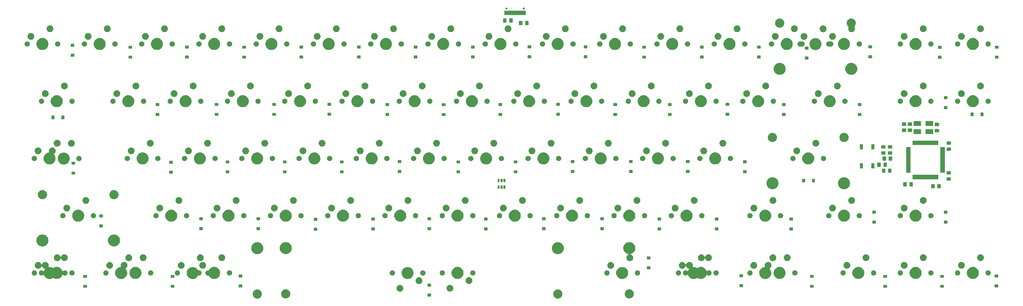
<source format=gbr>
G04 #@! TF.GenerationSoftware,KiCad,Pcbnew,(5.0.2)-1*
G04 #@! TF.CreationDate,2019-10-17T21:42:54+05:30*
G04 #@! TF.ProjectId,keyboard,6b657962-6f61-4726-942e-6b696361645f,rev?*
G04 #@! TF.SameCoordinates,Original*
G04 #@! TF.FileFunction,Soldermask,Bot*
G04 #@! TF.FilePolarity,Negative*
%FSLAX46Y46*%
G04 Gerber Fmt 4.6, Leading zero omitted, Abs format (unit mm)*
G04 Created by KiCad (PCBNEW (5.0.2)-1) date 10/17/2019 9:42:54 PM*
%MOMM*%
%LPD*%
G01*
G04 APERTURE LIST*
%ADD10C,0.100000*%
G04 APERTURE END LIST*
D10*
G36*
X221748145Y-141480522D02*
X221944434Y-141519566D01*
X222169730Y-141612887D01*
X222221785Y-141634449D01*
X222471396Y-141801234D01*
X222683666Y-142013504D01*
X222683668Y-142013507D01*
X222850451Y-142263115D01*
X222965334Y-142540466D01*
X223023900Y-142834899D01*
X223023900Y-143135101D01*
X222965334Y-143429534D01*
X222883288Y-143627609D01*
X222850451Y-143706885D01*
X222683666Y-143956496D01*
X222471396Y-144168766D01*
X222471393Y-144168768D01*
X222221785Y-144335551D01*
X221944434Y-144450434D01*
X221748145Y-144489478D01*
X221650002Y-144509000D01*
X221349798Y-144509000D01*
X221251655Y-144489478D01*
X221055366Y-144450434D01*
X220778015Y-144335551D01*
X220528407Y-144168768D01*
X220528404Y-144168766D01*
X220316134Y-143956496D01*
X220149349Y-143706885D01*
X220116512Y-143627609D01*
X220034466Y-143429534D01*
X219975900Y-143135101D01*
X219975900Y-142834899D01*
X220034466Y-142540466D01*
X220149349Y-142263115D01*
X220316132Y-142013507D01*
X220316134Y-142013504D01*
X220528404Y-141801234D01*
X220778015Y-141634449D01*
X220830070Y-141612887D01*
X221055366Y-141519566D01*
X221251655Y-141480522D01*
X221349798Y-141461000D01*
X221650002Y-141461000D01*
X221748145Y-141480522D01*
X221748145Y-141480522D01*
G37*
G36*
X121748345Y-141480522D02*
X121944634Y-141519566D01*
X122169930Y-141612887D01*
X122221985Y-141634449D01*
X122471596Y-141801234D01*
X122683866Y-142013504D01*
X122683868Y-142013507D01*
X122850651Y-142263115D01*
X122965534Y-142540466D01*
X123024100Y-142834899D01*
X123024100Y-143135101D01*
X122965534Y-143429534D01*
X122883488Y-143627609D01*
X122850651Y-143706885D01*
X122683866Y-143956496D01*
X122471596Y-144168766D01*
X122471593Y-144168768D01*
X122221985Y-144335551D01*
X121944634Y-144450434D01*
X121748345Y-144489478D01*
X121650202Y-144509000D01*
X121349998Y-144509000D01*
X121251855Y-144489478D01*
X121055566Y-144450434D01*
X120778215Y-144335551D01*
X120528607Y-144168768D01*
X120528604Y-144168766D01*
X120316334Y-143956496D01*
X120149549Y-143706885D01*
X120116712Y-143627609D01*
X120034666Y-143429534D01*
X119976100Y-143135101D01*
X119976100Y-142834899D01*
X120034666Y-142540466D01*
X120149549Y-142263115D01*
X120316332Y-142013507D01*
X120316334Y-142013504D01*
X120528604Y-141801234D01*
X120778215Y-141634449D01*
X120830270Y-141612887D01*
X121055566Y-141519566D01*
X121251855Y-141480522D01*
X121349998Y-141461000D01*
X121650202Y-141461000D01*
X121748345Y-141480522D01*
X121748345Y-141480522D01*
G37*
G36*
X131216995Y-141446772D02*
X131413284Y-141485816D01*
X131638580Y-141579137D01*
X131690635Y-141600699D01*
X131940246Y-141767484D01*
X132152516Y-141979754D01*
X132152518Y-141979757D01*
X132319301Y-142229365D01*
X132434184Y-142506716D01*
X132492750Y-142801149D01*
X132492750Y-143101351D01*
X132434184Y-143395784D01*
X132321875Y-143666921D01*
X132319301Y-143673135D01*
X132152516Y-143922746D01*
X131940246Y-144135016D01*
X131940243Y-144135018D01*
X131690635Y-144301801D01*
X131413284Y-144416684D01*
X131243610Y-144450434D01*
X131118852Y-144475250D01*
X130818648Y-144475250D01*
X130693890Y-144450434D01*
X130524216Y-144416684D01*
X130246865Y-144301801D01*
X129997257Y-144135018D01*
X129997254Y-144135016D01*
X129784984Y-143922746D01*
X129618199Y-143673135D01*
X129615625Y-143666921D01*
X129503316Y-143395784D01*
X129444750Y-143101351D01*
X129444750Y-142801149D01*
X129503316Y-142506716D01*
X129618199Y-142229365D01*
X129784982Y-141979757D01*
X129784984Y-141979754D01*
X129997254Y-141767484D01*
X130246865Y-141600699D01*
X130298920Y-141579137D01*
X130524216Y-141485816D01*
X130720505Y-141446772D01*
X130818648Y-141427250D01*
X131118852Y-141427250D01*
X131216995Y-141446772D01*
X131216995Y-141446772D01*
G37*
G36*
X245516995Y-141446772D02*
X245713284Y-141485816D01*
X245938580Y-141579137D01*
X245990635Y-141600699D01*
X246240246Y-141767484D01*
X246452516Y-141979754D01*
X246452518Y-141979757D01*
X246619301Y-142229365D01*
X246734184Y-142506716D01*
X246792750Y-142801149D01*
X246792750Y-143101351D01*
X246734184Y-143395784D01*
X246621875Y-143666921D01*
X246619301Y-143673135D01*
X246452516Y-143922746D01*
X246240246Y-144135016D01*
X246240243Y-144135018D01*
X245990635Y-144301801D01*
X245713284Y-144416684D01*
X245543610Y-144450434D01*
X245418852Y-144475250D01*
X245118648Y-144475250D01*
X244993890Y-144450434D01*
X244824216Y-144416684D01*
X244546865Y-144301801D01*
X244297257Y-144135018D01*
X244297254Y-144135016D01*
X244084984Y-143922746D01*
X243918199Y-143673135D01*
X243915625Y-143666921D01*
X243803316Y-143395784D01*
X243744750Y-143101351D01*
X243744750Y-142801149D01*
X243803316Y-142506716D01*
X243918199Y-142229365D01*
X244084982Y-141979757D01*
X244084984Y-141979754D01*
X244297254Y-141767484D01*
X244546865Y-141600699D01*
X244598920Y-141579137D01*
X244824216Y-141485816D01*
X245020505Y-141446772D01*
X245118648Y-141427250D01*
X245418852Y-141427250D01*
X245516995Y-141446772D01*
X245516995Y-141446772D01*
G37*
G36*
X179160210Y-142825446D02*
X179195273Y-142836082D01*
X179227582Y-142853352D01*
X179255905Y-142876595D01*
X179279148Y-142904918D01*
X179296418Y-142937227D01*
X179307054Y-142972290D01*
X179311250Y-143014891D01*
X179311250Y-143627609D01*
X179307054Y-143670210D01*
X179296418Y-143705273D01*
X179279148Y-143737582D01*
X179255905Y-143765905D01*
X179227582Y-143789148D01*
X179195273Y-143806418D01*
X179160210Y-143817054D01*
X179117609Y-143821250D01*
X178304891Y-143821250D01*
X178262290Y-143817054D01*
X178227227Y-143806418D01*
X178194918Y-143789148D01*
X178166595Y-143765905D01*
X178143352Y-143737582D01*
X178126082Y-143705273D01*
X178115446Y-143670210D01*
X178111250Y-143627609D01*
X178111250Y-143014891D01*
X178115446Y-142972290D01*
X178126082Y-142937227D01*
X178143352Y-142904918D01*
X178166595Y-142876595D01*
X178194918Y-142853352D01*
X178227227Y-142836082D01*
X178262290Y-142825446D01*
X178304891Y-142821250D01*
X179117609Y-142821250D01*
X179160210Y-142825446D01*
X179160210Y-142825446D01*
G37*
G36*
X169112947Y-139963383D02*
X169288150Y-139998233D01*
X169492887Y-140083038D01*
X169492888Y-140083039D01*
X169677148Y-140206158D01*
X169833842Y-140362852D01*
X169833844Y-140362855D01*
X169956962Y-140547113D01*
X170041767Y-140751850D01*
X170085000Y-140969197D01*
X170085000Y-141190803D01*
X170041767Y-141408150D01*
X169956962Y-141612887D01*
X169856395Y-141763395D01*
X169833842Y-141797148D01*
X169677148Y-141953842D01*
X169677145Y-141953844D01*
X169492887Y-142076962D01*
X169288150Y-142161767D01*
X169125140Y-142194192D01*
X169070804Y-142205000D01*
X168849196Y-142205000D01*
X168794860Y-142194192D01*
X168631850Y-142161767D01*
X168427113Y-142076962D01*
X168242855Y-141953844D01*
X168242852Y-141953842D01*
X168086158Y-141797148D01*
X168063605Y-141763395D01*
X167963038Y-141612887D01*
X167878233Y-141408150D01*
X167835000Y-141190803D01*
X167835000Y-140969197D01*
X167878233Y-140751850D01*
X167963038Y-140547113D01*
X168086156Y-140362855D01*
X168086158Y-140362852D01*
X168242852Y-140206158D01*
X168427112Y-140083039D01*
X168427113Y-140083038D01*
X168631850Y-139998233D01*
X168807053Y-139963383D01*
X168849196Y-139955000D01*
X169070804Y-139955000D01*
X169112947Y-139963383D01*
X169112947Y-139963383D01*
G37*
G36*
X185743890Y-139932058D02*
X185906900Y-139964483D01*
X186111637Y-140049288D01*
X186209818Y-140114891D01*
X186295898Y-140172408D01*
X186452592Y-140329102D01*
X186452594Y-140329105D01*
X186575712Y-140513363D01*
X186660517Y-140718100D01*
X186678825Y-140810143D01*
X186700092Y-140917054D01*
X186703750Y-140935447D01*
X186703750Y-141157053D01*
X186660517Y-141374400D01*
X186575712Y-141579137D01*
X186553161Y-141612887D01*
X186452592Y-141763398D01*
X186295898Y-141920092D01*
X186295895Y-141920094D01*
X186111637Y-142043212D01*
X185906900Y-142128017D01*
X185743890Y-142160442D01*
X185689554Y-142171250D01*
X185467946Y-142171250D01*
X185413610Y-142160442D01*
X185250600Y-142128017D01*
X185045863Y-142043212D01*
X184861605Y-141920094D01*
X184861602Y-141920092D01*
X184704908Y-141763398D01*
X184604339Y-141612887D01*
X184581788Y-141579137D01*
X184496983Y-141374400D01*
X184453750Y-141157053D01*
X184453750Y-140935447D01*
X184457409Y-140917054D01*
X184478675Y-140810143D01*
X184496983Y-140718100D01*
X184581788Y-140513363D01*
X184704906Y-140329105D01*
X184704908Y-140329102D01*
X184861602Y-140172408D01*
X184947682Y-140114891D01*
X185045863Y-140049288D01*
X185250600Y-139964483D01*
X185413610Y-139932058D01*
X185467946Y-139921250D01*
X185689554Y-139921250D01*
X185743890Y-139932058D01*
X185743890Y-139932058D01*
G37*
G36*
X93760210Y-139925446D02*
X93795273Y-139936082D01*
X93827582Y-139953352D01*
X93855905Y-139976595D01*
X93879148Y-140004918D01*
X93896418Y-140037227D01*
X93907054Y-140072290D01*
X93911250Y-140114891D01*
X93911250Y-140727609D01*
X93907054Y-140770210D01*
X93896418Y-140805273D01*
X93879148Y-140837582D01*
X93855905Y-140865905D01*
X93827582Y-140889148D01*
X93795273Y-140906418D01*
X93760210Y-140917054D01*
X93717609Y-140921250D01*
X92904891Y-140921250D01*
X92862290Y-140917054D01*
X92827227Y-140906418D01*
X92794918Y-140889148D01*
X92766595Y-140865905D01*
X92743352Y-140837582D01*
X92726082Y-140805273D01*
X92715446Y-140770210D01*
X92711250Y-140727609D01*
X92711250Y-140114891D01*
X92715446Y-140072290D01*
X92726082Y-140037227D01*
X92743352Y-140004918D01*
X92766595Y-139976595D01*
X92794918Y-139953352D01*
X92827227Y-139936082D01*
X92862290Y-139925446D01*
X92904891Y-139921250D01*
X93717609Y-139921250D01*
X93760210Y-139925446D01*
X93760210Y-139925446D01*
G37*
G36*
X306460210Y-139925446D02*
X306495273Y-139936082D01*
X306527582Y-139953352D01*
X306555905Y-139976595D01*
X306579148Y-140004918D01*
X306596418Y-140037227D01*
X306607054Y-140072290D01*
X306611250Y-140114891D01*
X306611250Y-140727609D01*
X306607054Y-140770210D01*
X306596418Y-140805273D01*
X306579148Y-140837582D01*
X306555905Y-140865905D01*
X306527582Y-140889148D01*
X306495273Y-140906418D01*
X306460210Y-140917054D01*
X306417609Y-140921250D01*
X305604891Y-140921250D01*
X305562290Y-140917054D01*
X305527227Y-140906418D01*
X305494918Y-140889148D01*
X305466595Y-140865905D01*
X305443352Y-140837582D01*
X305426082Y-140805273D01*
X305415446Y-140770210D01*
X305411250Y-140727609D01*
X305411250Y-140114891D01*
X305415446Y-140072290D01*
X305426082Y-140037227D01*
X305443352Y-140004918D01*
X305466595Y-139976595D01*
X305494918Y-139953352D01*
X305527227Y-139936082D01*
X305562290Y-139925446D01*
X305604891Y-139921250D01*
X306417609Y-139921250D01*
X306460210Y-139925446D01*
X306460210Y-139925446D01*
G37*
G36*
X64660210Y-139925446D02*
X64695273Y-139936082D01*
X64727582Y-139953352D01*
X64755905Y-139976595D01*
X64779148Y-140004918D01*
X64796418Y-140037227D01*
X64807054Y-140072290D01*
X64811250Y-140114891D01*
X64811250Y-140727609D01*
X64807054Y-140770210D01*
X64796418Y-140805273D01*
X64779148Y-140837582D01*
X64755905Y-140865905D01*
X64727582Y-140889148D01*
X64695273Y-140906418D01*
X64660210Y-140917054D01*
X64617609Y-140921250D01*
X63804891Y-140921250D01*
X63762290Y-140917054D01*
X63727227Y-140906418D01*
X63694918Y-140889148D01*
X63666595Y-140865905D01*
X63643352Y-140837582D01*
X63626082Y-140805273D01*
X63615446Y-140770210D01*
X63611250Y-140727609D01*
X63611250Y-140114891D01*
X63615446Y-140072290D01*
X63626082Y-140037227D01*
X63643352Y-140004918D01*
X63666595Y-139976595D01*
X63694918Y-139953352D01*
X63727227Y-139936082D01*
X63762290Y-139925446D01*
X63804891Y-139921250D01*
X64617609Y-139921250D01*
X64660210Y-139925446D01*
X64660210Y-139925446D01*
G37*
G36*
X349760210Y-139925446D02*
X349795273Y-139936082D01*
X349827582Y-139953352D01*
X349855905Y-139976595D01*
X349879148Y-140004918D01*
X349896418Y-140037227D01*
X349907054Y-140072290D01*
X349911250Y-140114891D01*
X349911250Y-140727609D01*
X349907054Y-140770210D01*
X349896418Y-140805273D01*
X349879148Y-140837582D01*
X349855905Y-140865905D01*
X349827582Y-140889148D01*
X349795273Y-140906418D01*
X349760210Y-140917054D01*
X349717609Y-140921250D01*
X348904891Y-140921250D01*
X348862290Y-140917054D01*
X348827227Y-140906418D01*
X348794918Y-140889148D01*
X348766595Y-140865905D01*
X348743352Y-140837582D01*
X348726082Y-140805273D01*
X348715446Y-140770210D01*
X348711250Y-140727609D01*
X348711250Y-140114891D01*
X348715446Y-140072290D01*
X348726082Y-140037227D01*
X348743352Y-140004918D01*
X348766595Y-139976595D01*
X348794918Y-139953352D01*
X348827227Y-139936082D01*
X348862290Y-139925446D01*
X348904891Y-139921250D01*
X349717609Y-139921250D01*
X349760210Y-139925446D01*
X349760210Y-139925446D01*
G37*
G36*
X330860210Y-139925446D02*
X330895273Y-139936082D01*
X330927582Y-139953352D01*
X330955905Y-139976595D01*
X330979148Y-140004918D01*
X330996418Y-140037227D01*
X331007054Y-140072290D01*
X331011250Y-140114891D01*
X331011250Y-140727609D01*
X331007054Y-140770210D01*
X330996418Y-140805273D01*
X330979148Y-140837582D01*
X330955905Y-140865905D01*
X330927582Y-140889148D01*
X330895273Y-140906418D01*
X330860210Y-140917054D01*
X330817609Y-140921250D01*
X330004891Y-140921250D01*
X329962290Y-140917054D01*
X329927227Y-140906418D01*
X329894918Y-140889148D01*
X329866595Y-140865905D01*
X329843352Y-140837582D01*
X329826082Y-140805273D01*
X329815446Y-140770210D01*
X329811250Y-140727609D01*
X329811250Y-140114891D01*
X329815446Y-140072290D01*
X329826082Y-140037227D01*
X329843352Y-140004918D01*
X329866595Y-139976595D01*
X329894918Y-139953352D01*
X329927227Y-139936082D01*
X329962290Y-139925446D01*
X330004891Y-139921250D01*
X330817609Y-139921250D01*
X330860210Y-139925446D01*
X330860210Y-139925446D01*
G37*
G36*
X116360210Y-139825446D02*
X116395273Y-139836082D01*
X116427582Y-139853352D01*
X116455905Y-139876595D01*
X116479148Y-139904918D01*
X116496418Y-139937227D01*
X116507054Y-139972290D01*
X116511250Y-140014891D01*
X116511250Y-140627609D01*
X116507054Y-140670210D01*
X116496418Y-140705273D01*
X116479148Y-140737582D01*
X116455905Y-140765905D01*
X116427582Y-140789148D01*
X116395273Y-140806418D01*
X116360210Y-140817054D01*
X116317609Y-140821250D01*
X115504891Y-140821250D01*
X115462290Y-140817054D01*
X115427227Y-140806418D01*
X115394918Y-140789148D01*
X115366595Y-140765905D01*
X115343352Y-140737582D01*
X115326082Y-140705273D01*
X115315446Y-140670210D01*
X115311250Y-140627609D01*
X115311250Y-140014891D01*
X115315446Y-139972290D01*
X115326082Y-139937227D01*
X115343352Y-139904918D01*
X115366595Y-139876595D01*
X115394918Y-139853352D01*
X115427227Y-139836082D01*
X115462290Y-139825446D01*
X115504891Y-139821250D01*
X116317609Y-139821250D01*
X116360210Y-139825446D01*
X116360210Y-139825446D01*
G37*
G36*
X367860210Y-139825446D02*
X367895273Y-139836082D01*
X367927582Y-139853352D01*
X367955905Y-139876595D01*
X367979148Y-139904918D01*
X367996418Y-139937227D01*
X368007054Y-139972290D01*
X368011250Y-140014891D01*
X368011250Y-140627609D01*
X368007054Y-140670210D01*
X367996418Y-140705273D01*
X367979148Y-140737582D01*
X367955905Y-140765905D01*
X367927582Y-140789148D01*
X367895273Y-140806418D01*
X367860210Y-140817054D01*
X367817609Y-140821250D01*
X367004891Y-140821250D01*
X366962290Y-140817054D01*
X366927227Y-140806418D01*
X366894918Y-140789148D01*
X366866595Y-140765905D01*
X366843352Y-140737582D01*
X366826082Y-140705273D01*
X366815446Y-140670210D01*
X366811250Y-140627609D01*
X366811250Y-140014891D01*
X366815446Y-139972290D01*
X366826082Y-139937227D01*
X366843352Y-139904918D01*
X366866595Y-139876595D01*
X366894918Y-139853352D01*
X366927227Y-139836082D01*
X366962290Y-139825446D01*
X367004891Y-139821250D01*
X367817609Y-139821250D01*
X367860210Y-139825446D01*
X367860210Y-139825446D01*
G37*
G36*
X282960210Y-139725446D02*
X282995273Y-139736082D01*
X283027582Y-139753352D01*
X283055905Y-139776595D01*
X283079148Y-139804918D01*
X283096418Y-139837227D01*
X283107054Y-139872290D01*
X283111250Y-139914891D01*
X283111250Y-140527609D01*
X283107054Y-140570210D01*
X283096418Y-140605273D01*
X283079148Y-140637582D01*
X283055905Y-140665905D01*
X283027582Y-140689148D01*
X282995273Y-140706418D01*
X282960210Y-140717054D01*
X282917609Y-140721250D01*
X282104891Y-140721250D01*
X282062290Y-140717054D01*
X282027227Y-140706418D01*
X281994918Y-140689148D01*
X281966595Y-140665905D01*
X281943352Y-140637582D01*
X281926082Y-140605273D01*
X281915446Y-140570210D01*
X281911250Y-140527609D01*
X281911250Y-139914891D01*
X281915446Y-139872290D01*
X281926082Y-139837227D01*
X281943352Y-139804918D01*
X281966595Y-139776595D01*
X281994918Y-139753352D01*
X282027227Y-139736082D01*
X282062290Y-139725446D01*
X282104891Y-139721250D01*
X282917609Y-139721250D01*
X282960210Y-139725446D01*
X282960210Y-139725446D01*
G37*
G36*
X179160210Y-139525446D02*
X179195273Y-139536082D01*
X179227582Y-139553352D01*
X179255905Y-139576595D01*
X179279148Y-139604918D01*
X179296418Y-139637227D01*
X179307054Y-139672290D01*
X179311250Y-139714891D01*
X179311250Y-140327609D01*
X179307054Y-140370210D01*
X179296418Y-140405273D01*
X179279148Y-140437582D01*
X179255905Y-140465905D01*
X179227582Y-140489148D01*
X179195273Y-140506418D01*
X179160210Y-140517054D01*
X179117609Y-140521250D01*
X178304891Y-140521250D01*
X178262290Y-140517054D01*
X178227227Y-140506418D01*
X178194918Y-140489148D01*
X178166595Y-140465905D01*
X178143352Y-140437582D01*
X178126082Y-140405273D01*
X178115446Y-140370210D01*
X178111250Y-140327609D01*
X178111250Y-139714891D01*
X178115446Y-139672290D01*
X178126082Y-139637227D01*
X178143352Y-139604918D01*
X178166595Y-139576595D01*
X178194918Y-139553352D01*
X178227227Y-139536082D01*
X178262290Y-139525446D01*
X178304891Y-139521250D01*
X179117609Y-139521250D01*
X179160210Y-139525446D01*
X179160210Y-139525446D01*
G37*
G36*
X175452224Y-137421250D02*
X175638150Y-137458233D01*
X175842887Y-137543038D01*
X175952749Y-137616446D01*
X176027148Y-137666158D01*
X176183842Y-137822852D01*
X176183844Y-137822855D01*
X176306962Y-138007113D01*
X176391767Y-138211850D01*
X176435000Y-138429197D01*
X176435000Y-138650803D01*
X176391767Y-138868150D01*
X176306962Y-139072887D01*
X176306961Y-139072888D01*
X176183842Y-139257148D01*
X176027148Y-139413842D01*
X176027145Y-139413844D01*
X175842887Y-139536962D01*
X175638150Y-139621767D01*
X175475140Y-139654192D01*
X175420804Y-139665000D01*
X175199196Y-139665000D01*
X175144860Y-139654192D01*
X174981850Y-139621767D01*
X174777113Y-139536962D01*
X174592855Y-139413844D01*
X174592852Y-139413842D01*
X174436158Y-139257148D01*
X174313039Y-139072888D01*
X174313038Y-139072887D01*
X174228233Y-138868150D01*
X174185000Y-138650803D01*
X174185000Y-138429197D01*
X174228233Y-138211850D01*
X174313038Y-138007113D01*
X174436156Y-137822855D01*
X174436158Y-137822852D01*
X174592852Y-137666158D01*
X174667251Y-137616446D01*
X174777113Y-137543038D01*
X174981850Y-137458233D01*
X175167776Y-137421250D01*
X175199196Y-137415000D01*
X175420804Y-137415000D01*
X175452224Y-137421250D01*
X175452224Y-137421250D01*
G37*
G36*
X192079259Y-137389148D02*
X192256900Y-137424483D01*
X192461637Y-137509288D01*
X192546370Y-137565905D01*
X192645898Y-137632408D01*
X192802592Y-137789102D01*
X192802594Y-137789105D01*
X192925712Y-137973363D01*
X193010517Y-138178100D01*
X193053750Y-138395447D01*
X193053750Y-138617053D01*
X193010517Y-138834400D01*
X192925712Y-139039137D01*
X192925711Y-139039138D01*
X192802592Y-139223398D01*
X192645898Y-139380092D01*
X192645895Y-139380094D01*
X192461637Y-139503212D01*
X192256900Y-139588017D01*
X192093890Y-139620442D01*
X192039554Y-139631250D01*
X191817946Y-139631250D01*
X191763610Y-139620442D01*
X191600600Y-139588017D01*
X191395863Y-139503212D01*
X191211605Y-139380094D01*
X191211602Y-139380092D01*
X191054908Y-139223398D01*
X190931789Y-139039138D01*
X190931788Y-139039137D01*
X190846983Y-138834400D01*
X190803750Y-138617053D01*
X190803750Y-138395447D01*
X190846983Y-138178100D01*
X190931788Y-137973363D01*
X191054906Y-137789105D01*
X191054908Y-137789102D01*
X191211602Y-137632408D01*
X191311130Y-137565905D01*
X191395863Y-137509288D01*
X191600600Y-137424483D01*
X191778241Y-137389148D01*
X191817946Y-137381250D01*
X192039554Y-137381250D01*
X192079259Y-137389148D01*
X192079259Y-137389148D01*
G37*
G36*
X51123890Y-132312058D02*
X51286900Y-132344483D01*
X51491637Y-132429288D01*
X51673407Y-132550743D01*
X51675898Y-132552408D01*
X51832592Y-132709102D01*
X51832594Y-132709105D01*
X51955712Y-132893363D01*
X52040517Y-133098100D01*
X52083750Y-133315447D01*
X52083750Y-133537053D01*
X52040517Y-133754400D01*
X52001743Y-133848008D01*
X51994633Y-133871448D01*
X51992231Y-133895835D01*
X51994633Y-133920221D01*
X52001746Y-133943670D01*
X52013297Y-133965281D01*
X52028842Y-133984223D01*
X52047784Y-133999769D01*
X52069395Y-134011320D01*
X52092844Y-134018433D01*
X52117231Y-134020835D01*
X52141613Y-134018433D01*
X52203618Y-134006100D01*
X52596382Y-134006100D01*
X52981599Y-134082724D01*
X53344466Y-134233028D01*
X53489682Y-134330058D01*
X53511285Y-134341605D01*
X53534734Y-134348718D01*
X53559121Y-134351120D01*
X53583507Y-134348718D01*
X53606956Y-134341605D01*
X53628556Y-134330059D01*
X53824284Y-134199278D01*
X54187151Y-134048974D01*
X54572368Y-133972350D01*
X54965132Y-133972350D01*
X55350349Y-134048974D01*
X55713216Y-134199278D01*
X56039787Y-134417486D01*
X56317514Y-134695213D01*
X56535722Y-135021784D01*
X56664786Y-135333373D01*
X56676329Y-135354969D01*
X56691875Y-135373911D01*
X56710817Y-135389457D01*
X56732427Y-135401008D01*
X56755877Y-135408121D01*
X56780263Y-135410523D01*
X56804649Y-135408121D01*
X56828098Y-135401008D01*
X56849709Y-135389457D01*
X56868651Y-135373911D01*
X56922217Y-135320345D01*
X57065533Y-135224584D01*
X57224772Y-135158625D01*
X57393819Y-135125000D01*
X57566181Y-135125000D01*
X57735228Y-135158625D01*
X57894467Y-135224584D01*
X58037783Y-135320345D01*
X58159655Y-135442217D01*
X58255416Y-135585533D01*
X58321375Y-135744772D01*
X58355000Y-135913819D01*
X58355000Y-136086181D01*
X58321375Y-136255228D01*
X58255416Y-136414467D01*
X58159655Y-136557783D01*
X58037783Y-136679655D01*
X57894467Y-136775416D01*
X57735228Y-136841375D01*
X57566181Y-136875000D01*
X57393819Y-136875000D01*
X57224772Y-136841375D01*
X57065533Y-136775416D01*
X56922217Y-136679655D01*
X56848881Y-136606319D01*
X56829939Y-136590773D01*
X56808328Y-136579222D01*
X56784879Y-136572109D01*
X56760493Y-136569707D01*
X56736107Y-136572109D01*
X56712658Y-136579222D01*
X56691047Y-136590773D01*
X56672105Y-136606319D01*
X56656559Y-136625261D01*
X56645014Y-136646860D01*
X56535722Y-136910716D01*
X56317514Y-137237287D01*
X56039787Y-137515014D01*
X55713216Y-137733222D01*
X55350349Y-137883526D01*
X54965132Y-137960150D01*
X54572368Y-137960150D01*
X54187151Y-137883526D01*
X53824284Y-137733222D01*
X53679068Y-137636192D01*
X53657465Y-137624645D01*
X53634016Y-137617532D01*
X53609629Y-137615130D01*
X53585243Y-137617532D01*
X53561794Y-137624645D01*
X53540194Y-137636191D01*
X53344466Y-137766972D01*
X52981599Y-137917276D01*
X52596382Y-137993900D01*
X52203618Y-137993900D01*
X51818401Y-137917276D01*
X51455534Y-137766972D01*
X51128963Y-137548764D01*
X50851236Y-137271037D01*
X50633028Y-136944466D01*
X50503964Y-136632877D01*
X50492421Y-136611281D01*
X50476875Y-136592339D01*
X50457933Y-136576793D01*
X50436323Y-136565242D01*
X50412873Y-136558129D01*
X50388487Y-136555727D01*
X50364101Y-136558129D01*
X50340652Y-136565242D01*
X50319041Y-136576793D01*
X50300099Y-136592339D01*
X50246533Y-136645905D01*
X50103217Y-136741666D01*
X49943978Y-136807625D01*
X49774931Y-136841250D01*
X49602569Y-136841250D01*
X49433522Y-136807625D01*
X49274283Y-136741666D01*
X49130967Y-136645905D01*
X49009095Y-136524033D01*
X48913334Y-136380717D01*
X48847375Y-136221478D01*
X48813750Y-136052431D01*
X48813750Y-135880069D01*
X48847375Y-135711022D01*
X48913334Y-135551783D01*
X49009095Y-135408467D01*
X49130967Y-135286595D01*
X49274283Y-135190834D01*
X49433522Y-135124875D01*
X49602569Y-135091250D01*
X49774931Y-135091250D01*
X49943978Y-135124875D01*
X50103217Y-135190834D01*
X50246533Y-135286595D01*
X50319869Y-135359931D01*
X50338811Y-135375477D01*
X50360422Y-135387028D01*
X50383871Y-135394141D01*
X50408257Y-135396543D01*
X50432643Y-135394141D01*
X50456092Y-135387028D01*
X50477703Y-135375477D01*
X50496645Y-135359931D01*
X50512191Y-135340989D01*
X50523736Y-135319390D01*
X50633028Y-135055534D01*
X50851236Y-134728963D01*
X50851240Y-134728959D01*
X50851731Y-134728224D01*
X50863282Y-134706613D01*
X50870395Y-134683164D01*
X50872797Y-134658778D01*
X50870395Y-134634392D01*
X50863282Y-134610942D01*
X50851731Y-134589332D01*
X50836185Y-134570390D01*
X50817243Y-134554844D01*
X50795632Y-134543293D01*
X50772184Y-134536180D01*
X50725535Y-134526901D01*
X50630600Y-134508017D01*
X50425863Y-134423212D01*
X50241605Y-134300094D01*
X50241602Y-134300092D01*
X50084908Y-134143398D01*
X50084076Y-134142152D01*
X49961788Y-133959137D01*
X49896848Y-133802358D01*
X49885299Y-133780751D01*
X49869753Y-133761809D01*
X49850811Y-133746263D01*
X49829200Y-133734712D01*
X49805751Y-133727599D01*
X49781365Y-133725197D01*
X49756979Y-133727599D01*
X49733530Y-133734712D01*
X49711919Y-133746263D01*
X49692977Y-133761809D01*
X49677431Y-133780751D01*
X49665883Y-133802356D01*
X49586962Y-133992887D01*
X49549485Y-134048975D01*
X49463842Y-134177148D01*
X49307148Y-134333842D01*
X49307145Y-134333844D01*
X49122887Y-134456962D01*
X48918150Y-134541767D01*
X48785292Y-134568194D01*
X48700804Y-134585000D01*
X48479196Y-134585000D01*
X48394708Y-134568194D01*
X48261850Y-134541767D01*
X48057113Y-134456962D01*
X47872855Y-134333844D01*
X47872852Y-134333842D01*
X47716158Y-134177148D01*
X47630515Y-134048975D01*
X47593038Y-133992887D01*
X47508233Y-133788150D01*
X47465000Y-133570803D01*
X47465000Y-133349197D01*
X47508233Y-133131850D01*
X47593038Y-132927113D01*
X47716156Y-132742855D01*
X47716158Y-132742852D01*
X47872852Y-132586158D01*
X48057112Y-132463039D01*
X48057113Y-132463038D01*
X48261850Y-132378233D01*
X48431523Y-132344483D01*
X48479196Y-132335000D01*
X48700804Y-132335000D01*
X48748477Y-132344483D01*
X48918150Y-132378233D01*
X49122887Y-132463038D01*
X49122888Y-132463039D01*
X49307148Y-132586158D01*
X49463842Y-132742852D01*
X49463844Y-132742855D01*
X49586962Y-132927113D01*
X49586962Y-132927114D01*
X49651900Y-133083888D01*
X49663451Y-133105499D01*
X49678997Y-133124441D01*
X49697939Y-133139987D01*
X49719550Y-133151538D01*
X49742999Y-133158651D01*
X49767385Y-133161053D01*
X49791771Y-133158651D01*
X49815220Y-133151538D01*
X49836831Y-133139987D01*
X49855773Y-133124441D01*
X49871319Y-133105499D01*
X49882867Y-133083894D01*
X49961788Y-132893363D01*
X50084906Y-132709105D01*
X50084908Y-132709102D01*
X50241602Y-132552408D01*
X50244093Y-132550743D01*
X50425863Y-132429288D01*
X50630600Y-132344483D01*
X50793610Y-132312058D01*
X50847946Y-132301250D01*
X51069554Y-132301250D01*
X51123890Y-132312058D01*
X51123890Y-132312058D01*
G37*
G36*
X172081599Y-134082724D02*
X172444466Y-134233028D01*
X172771037Y-134451236D01*
X173048764Y-134728963D01*
X173266972Y-135055534D01*
X173417276Y-135418401D01*
X173493900Y-135803618D01*
X173493900Y-136196382D01*
X173417276Y-136581599D01*
X173266972Y-136944466D01*
X173048764Y-137271037D01*
X172771037Y-137548764D01*
X172444466Y-137766972D01*
X172081599Y-137917276D01*
X171696382Y-137993900D01*
X171303618Y-137993900D01*
X170918401Y-137917276D01*
X170555534Y-137766972D01*
X170228963Y-137548764D01*
X169951236Y-137271037D01*
X169733028Y-136944466D01*
X169582724Y-136581599D01*
X169506100Y-136196382D01*
X169506100Y-135803618D01*
X169582724Y-135418401D01*
X169733028Y-135055534D01*
X169951236Y-134728963D01*
X170228963Y-134451236D01*
X170555534Y-134233028D01*
X170918401Y-134082724D01*
X171303618Y-134006100D01*
X171696382Y-134006100D01*
X172081599Y-134082724D01*
X172081599Y-134082724D01*
G37*
G36*
X243481599Y-134082724D02*
X243844466Y-134233028D01*
X244171037Y-134451236D01*
X244448764Y-134728963D01*
X244666972Y-135055534D01*
X244817276Y-135418401D01*
X244893900Y-135803618D01*
X244893900Y-136196382D01*
X244817276Y-136581599D01*
X244666972Y-136944466D01*
X244448764Y-137271037D01*
X244171037Y-137548764D01*
X243844466Y-137766972D01*
X243481599Y-137917276D01*
X243096382Y-137993900D01*
X242703618Y-137993900D01*
X242318401Y-137917276D01*
X241955534Y-137766972D01*
X241628963Y-137548764D01*
X241351236Y-137271037D01*
X241133028Y-136944466D01*
X240982724Y-136581599D01*
X240906100Y-136196382D01*
X240906100Y-135803618D01*
X240982724Y-135418401D01*
X241133028Y-135055534D01*
X241351236Y-134728963D01*
X241628963Y-134451236D01*
X241955534Y-134233028D01*
X242318401Y-134082724D01*
X242703618Y-134006100D01*
X243096382Y-134006100D01*
X243481599Y-134082724D01*
X243481599Y-134082724D01*
G37*
G36*
X291630140Y-132312058D02*
X291793150Y-132344483D01*
X291997887Y-132429288D01*
X292179657Y-132550743D01*
X292182148Y-132552408D01*
X292338842Y-132709102D01*
X292338844Y-132709105D01*
X292461962Y-132893363D01*
X292546767Y-133098100D01*
X292590000Y-133315447D01*
X292590000Y-133537053D01*
X292546767Y-133754400D01*
X292461962Y-133959137D01*
X292434812Y-133999769D01*
X292338842Y-134143398D01*
X292182148Y-134300092D01*
X292182145Y-134300094D01*
X291997887Y-134423212D01*
X291990493Y-134426275D01*
X291968887Y-134437824D01*
X291949945Y-134453369D01*
X291934400Y-134472311D01*
X291922849Y-134493922D01*
X291915736Y-134517371D01*
X291913334Y-134541758D01*
X291915736Y-134566144D01*
X291922849Y-134589593D01*
X291934401Y-134611204D01*
X291949946Y-134630145D01*
X292048764Y-134728963D01*
X292266972Y-135055534D01*
X292417276Y-135418401D01*
X292493900Y-135803618D01*
X292493900Y-136196382D01*
X292417276Y-136581599D01*
X292266972Y-136944466D01*
X292048764Y-137271037D01*
X291771037Y-137548764D01*
X291444466Y-137766972D01*
X291081599Y-137917276D01*
X290696382Y-137993900D01*
X290303618Y-137993900D01*
X289918401Y-137917276D01*
X289555534Y-137766972D01*
X289228963Y-137548764D01*
X288951236Y-137271037D01*
X288733028Y-136944466D01*
X288582724Y-136581599D01*
X288506100Y-136196382D01*
X288506100Y-135803618D01*
X288582724Y-135418401D01*
X288733028Y-135055534D01*
X288951236Y-134728963D01*
X289228963Y-134451236D01*
X289555534Y-134233028D01*
X289918401Y-134082724D01*
X290303618Y-134006100D01*
X290303619Y-134006100D01*
X290306761Y-134005475D01*
X290324801Y-134003698D01*
X290348250Y-133996585D01*
X290369861Y-133985034D01*
X290388803Y-133969488D01*
X290404349Y-133950546D01*
X290415900Y-133928935D01*
X290423013Y-133905486D01*
X290425415Y-133881100D01*
X290423013Y-133856714D01*
X290415900Y-133833265D01*
X290414875Y-133830791D01*
X290383233Y-133754400D01*
X290340000Y-133537053D01*
X290340000Y-133315447D01*
X290383233Y-133098100D01*
X290468038Y-132893363D01*
X290591156Y-132709105D01*
X290591158Y-132709102D01*
X290747852Y-132552408D01*
X290750343Y-132550743D01*
X290932113Y-132429288D01*
X291136850Y-132344483D01*
X291299860Y-132312058D01*
X291354196Y-132301250D01*
X291575804Y-132301250D01*
X291630140Y-132312058D01*
X291630140Y-132312058D01*
G37*
G36*
X100581599Y-134082724D02*
X100944466Y-134233028D01*
X101271037Y-134451236D01*
X101548764Y-134728963D01*
X101766972Y-135055534D01*
X101766976Y-135055543D01*
X101767805Y-135056784D01*
X101783350Y-135075726D01*
X101802292Y-135091272D01*
X101823903Y-135102823D01*
X101847352Y-135109936D01*
X101871739Y-135112338D01*
X101896125Y-135109936D01*
X101990069Y-135091250D01*
X102162431Y-135091250D01*
X102331478Y-135124875D01*
X102490717Y-135190834D01*
X102634033Y-135286595D01*
X102755905Y-135408467D01*
X102851666Y-135551783D01*
X102917625Y-135711022D01*
X102951250Y-135880069D01*
X102951250Y-136052431D01*
X102917625Y-136221478D01*
X102851666Y-136380717D01*
X102755905Y-136524033D01*
X102634033Y-136645905D01*
X102490717Y-136741666D01*
X102331478Y-136807625D01*
X102162431Y-136841250D01*
X101990069Y-136841250D01*
X101924065Y-136828121D01*
X101899679Y-136825719D01*
X101875293Y-136828121D01*
X101851843Y-136835234D01*
X101830233Y-136846785D01*
X101811291Y-136862331D01*
X101795745Y-136881273D01*
X101784202Y-136902869D01*
X101766972Y-136944466D01*
X101548764Y-137271037D01*
X101271037Y-137548764D01*
X100944466Y-137766972D01*
X100581599Y-137917276D01*
X100196382Y-137993900D01*
X99803618Y-137993900D01*
X99418401Y-137917276D01*
X99055534Y-137766972D01*
X98728963Y-137548764D01*
X98451236Y-137271037D01*
X98233028Y-136944466D01*
X98082724Y-136581599D01*
X98006100Y-136196382D01*
X98006100Y-135803618D01*
X98082724Y-135418401D01*
X98233028Y-135055534D01*
X98451236Y-134728963D01*
X98728963Y-134451236D01*
X99055534Y-134233028D01*
X99418401Y-134082724D01*
X99803618Y-134006100D01*
X100196382Y-134006100D01*
X100581599Y-134082724D01*
X100581599Y-134082724D01*
G37*
G36*
X77317640Y-132312058D02*
X77480650Y-132344483D01*
X77685387Y-132429288D01*
X77867157Y-132550743D01*
X77869648Y-132552408D01*
X78026342Y-132709102D01*
X78026344Y-132709105D01*
X78149462Y-132893363D01*
X78234267Y-133098100D01*
X78277500Y-133315447D01*
X78277500Y-133537053D01*
X78234267Y-133754400D01*
X78149462Y-133959137D01*
X78122312Y-133999769D01*
X78026342Y-134143398D01*
X77869648Y-134300092D01*
X77684085Y-134424082D01*
X77665224Y-134434164D01*
X77646282Y-134449710D01*
X77630737Y-134468653D01*
X77619187Y-134490264D01*
X77612074Y-134513713D01*
X77609673Y-134538100D01*
X77612076Y-134562486D01*
X77619189Y-134585935D01*
X77630741Y-134607545D01*
X77646285Y-134626484D01*
X77748764Y-134728963D01*
X77966972Y-135055534D01*
X78117276Y-135418401D01*
X78193900Y-135803618D01*
X78193900Y-136196382D01*
X78117276Y-136581599D01*
X77966972Y-136944466D01*
X77748764Y-137271037D01*
X77471037Y-137548764D01*
X77144466Y-137766972D01*
X76781599Y-137917276D01*
X76396382Y-137993900D01*
X76003618Y-137993900D01*
X75618401Y-137917276D01*
X75255534Y-137766972D01*
X74928963Y-137548764D01*
X74651236Y-137271037D01*
X74433028Y-136944466D01*
X74282724Y-136581599D01*
X74206100Y-136196382D01*
X74206100Y-135803618D01*
X74282724Y-135418401D01*
X74433028Y-135055534D01*
X74651236Y-134728963D01*
X74928963Y-134451236D01*
X75255534Y-134233028D01*
X75618401Y-134082724D01*
X75913544Y-134024017D01*
X76012560Y-134004321D01*
X76036009Y-133997208D01*
X76057620Y-133985656D01*
X76076562Y-133970111D01*
X76092107Y-133951169D01*
X76103658Y-133929558D01*
X76110771Y-133906109D01*
X76113173Y-133881723D01*
X76110771Y-133857336D01*
X76103658Y-133833888D01*
X76084713Y-133788150D01*
X76070733Y-133754400D01*
X76027500Y-133537053D01*
X76027500Y-133315447D01*
X76070733Y-133098100D01*
X76155538Y-132893363D01*
X76278656Y-132709105D01*
X76278658Y-132709102D01*
X76435352Y-132552408D01*
X76437843Y-132550743D01*
X76619613Y-132429288D01*
X76824350Y-132344483D01*
X76987360Y-132312058D01*
X77041696Y-132301250D01*
X77263304Y-132301250D01*
X77317640Y-132312058D01*
X77317640Y-132312058D01*
G37*
G36*
X265436390Y-132312058D02*
X265599400Y-132344483D01*
X265804137Y-132429288D01*
X265985907Y-132550743D01*
X265988398Y-132552408D01*
X266145092Y-132709102D01*
X266145094Y-132709105D01*
X266268212Y-132893363D01*
X266353017Y-133098100D01*
X266396250Y-133315447D01*
X266396250Y-133537053D01*
X266353017Y-133754400D01*
X266320350Y-133833265D01*
X266315369Y-133845290D01*
X266308256Y-133868739D01*
X266305854Y-133893125D01*
X266308256Y-133917511D01*
X266315369Y-133940961D01*
X266326920Y-133962571D01*
X266342466Y-133981513D01*
X266361408Y-133997059D01*
X266383019Y-134008610D01*
X266406468Y-134015723D01*
X266430854Y-134018125D01*
X266455238Y-134015723D01*
X266503618Y-134006100D01*
X266896382Y-134006100D01*
X267281599Y-134082724D01*
X267644466Y-134233028D01*
X267795931Y-134334234D01*
X267817535Y-134345781D01*
X267840984Y-134352894D01*
X267865371Y-134355296D01*
X267889757Y-134352894D01*
X267913206Y-134345781D01*
X267934807Y-134334235D01*
X268136784Y-134199278D01*
X268499651Y-134048974D01*
X268884868Y-133972350D01*
X269277632Y-133972350D01*
X269662849Y-134048974D01*
X270025716Y-134199278D01*
X270352287Y-134417486D01*
X270630014Y-134695213D01*
X270848222Y-135021784D01*
X270973624Y-135324532D01*
X270985168Y-135346130D01*
X271000714Y-135365072D01*
X271019656Y-135380618D01*
X271041267Y-135392169D01*
X271064716Y-135399282D01*
X271089102Y-135401684D01*
X271113488Y-135399282D01*
X271136937Y-135392169D01*
X271158548Y-135380618D01*
X271177490Y-135365072D01*
X271222217Y-135320345D01*
X271365533Y-135224584D01*
X271524772Y-135158625D01*
X271693819Y-135125000D01*
X271866181Y-135125000D01*
X272035228Y-135158625D01*
X272194467Y-135224584D01*
X272337783Y-135320345D01*
X272459655Y-135442217D01*
X272555416Y-135585533D01*
X272621375Y-135744772D01*
X272655000Y-135913819D01*
X272655000Y-136086181D01*
X272621375Y-136255228D01*
X272555416Y-136414467D01*
X272459655Y-136557783D01*
X272337783Y-136679655D01*
X272194467Y-136775416D01*
X272035228Y-136841375D01*
X271866181Y-136875000D01*
X271693819Y-136875000D01*
X271524772Y-136841375D01*
X271365533Y-136775416D01*
X271222217Y-136679655D01*
X271157720Y-136615158D01*
X271138778Y-136599612D01*
X271117167Y-136588061D01*
X271093718Y-136580948D01*
X271069332Y-136578546D01*
X271044946Y-136580948D01*
X271021497Y-136588061D01*
X270999886Y-136599612D01*
X270980944Y-136615158D01*
X270965398Y-136634100D01*
X270953854Y-136655696D01*
X270848222Y-136910716D01*
X270630014Y-137237287D01*
X270352287Y-137515014D01*
X270025716Y-137733222D01*
X269662849Y-137883526D01*
X269277632Y-137960150D01*
X268884868Y-137960150D01*
X268499651Y-137883526D01*
X268136784Y-137733222D01*
X267985319Y-137632016D01*
X267963715Y-137620469D01*
X267940266Y-137613356D01*
X267915879Y-137610954D01*
X267891493Y-137613356D01*
X267868044Y-137620469D01*
X267846443Y-137632015D01*
X267644466Y-137766972D01*
X267281599Y-137917276D01*
X266896382Y-137993900D01*
X266503618Y-137993900D01*
X266118401Y-137917276D01*
X265755534Y-137766972D01*
X265428963Y-137548764D01*
X265151236Y-137271037D01*
X264933028Y-136944466D01*
X264807626Y-136641718D01*
X264796082Y-136620120D01*
X264780536Y-136601178D01*
X264761594Y-136585632D01*
X264739983Y-136574081D01*
X264716534Y-136566968D01*
X264692148Y-136564566D01*
X264667762Y-136566968D01*
X264644313Y-136574081D01*
X264622702Y-136585632D01*
X264603760Y-136601178D01*
X264559033Y-136645905D01*
X264415717Y-136741666D01*
X264256478Y-136807625D01*
X264087431Y-136841250D01*
X263915069Y-136841250D01*
X263746022Y-136807625D01*
X263586783Y-136741666D01*
X263443467Y-136645905D01*
X263321595Y-136524033D01*
X263225834Y-136380717D01*
X263159875Y-136221478D01*
X263126250Y-136052431D01*
X263126250Y-135880069D01*
X263159875Y-135711022D01*
X263225834Y-135551783D01*
X263321595Y-135408467D01*
X263443467Y-135286595D01*
X263586783Y-135190834D01*
X263746022Y-135124875D01*
X263915069Y-135091250D01*
X264087431Y-135091250D01*
X264256478Y-135124875D01*
X264415717Y-135190834D01*
X264559033Y-135286595D01*
X264623530Y-135351092D01*
X264642472Y-135366638D01*
X264664083Y-135378189D01*
X264687532Y-135385302D01*
X264711918Y-135387704D01*
X264736304Y-135385302D01*
X264759753Y-135378189D01*
X264781364Y-135366638D01*
X264800306Y-135351092D01*
X264815852Y-135332150D01*
X264827396Y-135310554D01*
X264933028Y-135055534D01*
X265151236Y-134728963D01*
X265151239Y-134728960D01*
X265153197Y-134726029D01*
X265164748Y-134704418D01*
X265171861Y-134680969D01*
X265174263Y-134656583D01*
X265171861Y-134632196D01*
X265164748Y-134608747D01*
X265153197Y-134587136D01*
X265137651Y-134568194D01*
X265118709Y-134552649D01*
X265097098Y-134541098D01*
X265073650Y-134533985D01*
X264943100Y-134508017D01*
X264738363Y-134423212D01*
X264554105Y-134300094D01*
X264554102Y-134300092D01*
X264397408Y-134143398D01*
X264396576Y-134142152D01*
X264274288Y-133959137D01*
X264203098Y-133787269D01*
X264191549Y-133765662D01*
X264176003Y-133746720D01*
X264157061Y-133731174D01*
X264135450Y-133719623D01*
X264112001Y-133712510D01*
X264087615Y-133710108D01*
X264063229Y-133712510D01*
X264039780Y-133719623D01*
X264018169Y-133731174D01*
X263999227Y-133746720D01*
X263983681Y-133765662D01*
X263972130Y-133787272D01*
X263971768Y-133788147D01*
X263971767Y-133788150D01*
X263886962Y-133992887D01*
X263849485Y-134048975D01*
X263763842Y-134177148D01*
X263607148Y-134333842D01*
X263607145Y-134333844D01*
X263422887Y-134456962D01*
X263218150Y-134541767D01*
X263085292Y-134568194D01*
X263000804Y-134585000D01*
X262779196Y-134585000D01*
X262694708Y-134568194D01*
X262561850Y-134541767D01*
X262357113Y-134456962D01*
X262172855Y-134333844D01*
X262172852Y-134333842D01*
X262016158Y-134177148D01*
X261930515Y-134048975D01*
X261893038Y-133992887D01*
X261808233Y-133788150D01*
X261765000Y-133570803D01*
X261765000Y-133349197D01*
X261808233Y-133131850D01*
X261893038Y-132927113D01*
X262016156Y-132742855D01*
X262016158Y-132742852D01*
X262172852Y-132586158D01*
X262357112Y-132463039D01*
X262357113Y-132463038D01*
X262561850Y-132378233D01*
X262731523Y-132344483D01*
X262779196Y-132335000D01*
X263000804Y-132335000D01*
X263048477Y-132344483D01*
X263218150Y-132378233D01*
X263422887Y-132463038D01*
X263422888Y-132463039D01*
X263607148Y-132586158D01*
X263763842Y-132742852D01*
X263763844Y-132742855D01*
X263886962Y-132927113D01*
X263958151Y-133098978D01*
X263969701Y-133120588D01*
X263985247Y-133139530D01*
X264004189Y-133155076D01*
X264025800Y-133166627D01*
X264049249Y-133173740D01*
X264073635Y-133176142D01*
X264098021Y-133173740D01*
X264121470Y-133166627D01*
X264143081Y-133155076D01*
X264162023Y-133139530D01*
X264177569Y-133120588D01*
X264189120Y-133098978D01*
X264189482Y-133098103D01*
X264189483Y-133098100D01*
X264274288Y-132893363D01*
X264397406Y-132709105D01*
X264397408Y-132709102D01*
X264554102Y-132552408D01*
X264556593Y-132550743D01*
X264738363Y-132429288D01*
X264943100Y-132344483D01*
X265106110Y-132312058D01*
X265160446Y-132301250D01*
X265382054Y-132301250D01*
X265436390Y-132312058D01*
X265436390Y-132312058D01*
G37*
G36*
X295856599Y-134048974D02*
X296219466Y-134199278D01*
X296546037Y-134417486D01*
X296823764Y-134695213D01*
X297041972Y-135021784D01*
X297192276Y-135384651D01*
X297268900Y-135769868D01*
X297268900Y-136162632D01*
X297192276Y-136547849D01*
X297041972Y-136910716D01*
X296823764Y-137237287D01*
X296546037Y-137515014D01*
X296219466Y-137733222D01*
X295856599Y-137883526D01*
X295471382Y-137960150D01*
X295078618Y-137960150D01*
X294693401Y-137883526D01*
X294330534Y-137733222D01*
X294003963Y-137515014D01*
X293726236Y-137237287D01*
X293508028Y-136910716D01*
X293357724Y-136547849D01*
X293281100Y-136162632D01*
X293281100Y-135769868D01*
X293357724Y-135384651D01*
X293508028Y-135021784D01*
X293726236Y-134695213D01*
X294003963Y-134417486D01*
X294330534Y-134199278D01*
X294693401Y-134048974D01*
X295078618Y-133972350D01*
X295471382Y-133972350D01*
X295856599Y-134048974D01*
X295856599Y-134048974D01*
G37*
G36*
X81544099Y-134048974D02*
X81906966Y-134199278D01*
X82233537Y-134417486D01*
X82511264Y-134695213D01*
X82729472Y-135021784D01*
X82879776Y-135384651D01*
X82956400Y-135769868D01*
X82956400Y-136162632D01*
X82879776Y-136547849D01*
X82729472Y-136910716D01*
X82511264Y-137237287D01*
X82233537Y-137515014D01*
X81906966Y-137733222D01*
X81544099Y-137883526D01*
X81158882Y-137960150D01*
X80766118Y-137960150D01*
X80380901Y-137883526D01*
X80018034Y-137733222D01*
X79691463Y-137515014D01*
X79413736Y-137237287D01*
X79195528Y-136910716D01*
X79045224Y-136547849D01*
X78968600Y-136162632D01*
X78968600Y-135769868D01*
X79045224Y-135384651D01*
X79195528Y-135021784D01*
X79413736Y-134695213D01*
X79691463Y-134417486D01*
X80018034Y-134199278D01*
X80380901Y-134048974D01*
X80766118Y-133972350D01*
X81158882Y-133972350D01*
X81544099Y-134048974D01*
X81544099Y-134048974D01*
G37*
G36*
X360150349Y-134048974D02*
X360513216Y-134199278D01*
X360839787Y-134417486D01*
X361117514Y-134695213D01*
X361335722Y-135021784D01*
X361486026Y-135384651D01*
X361562650Y-135769868D01*
X361562650Y-136162632D01*
X361486026Y-136547849D01*
X361335722Y-136910716D01*
X361117514Y-137237287D01*
X360839787Y-137515014D01*
X360513216Y-137733222D01*
X360150349Y-137883526D01*
X359765132Y-137960150D01*
X359372368Y-137960150D01*
X358987151Y-137883526D01*
X358624284Y-137733222D01*
X358297713Y-137515014D01*
X358019986Y-137237287D01*
X357801778Y-136910716D01*
X357651474Y-136547849D01*
X357574850Y-136162632D01*
X357574850Y-135769868D01*
X357651474Y-135384651D01*
X357801778Y-135021784D01*
X358019986Y-134695213D01*
X358297713Y-134417486D01*
X358624284Y-134199278D01*
X358987151Y-134048974D01*
X359372368Y-133972350D01*
X359765132Y-133972350D01*
X360150349Y-134048974D01*
X360150349Y-134048974D01*
G37*
G36*
X107737849Y-134048974D02*
X108100716Y-134199278D01*
X108427287Y-134417486D01*
X108705014Y-134695213D01*
X108923222Y-135021784D01*
X109073526Y-135384651D01*
X109150150Y-135769868D01*
X109150150Y-136162632D01*
X109073526Y-136547849D01*
X108923222Y-136910716D01*
X108705014Y-137237287D01*
X108427287Y-137515014D01*
X108100716Y-137733222D01*
X107737849Y-137883526D01*
X107352632Y-137960150D01*
X106959868Y-137960150D01*
X106574651Y-137883526D01*
X106211784Y-137733222D01*
X105885213Y-137515014D01*
X105607486Y-137237287D01*
X105389278Y-136910716D01*
X105389274Y-136910707D01*
X105388445Y-136909466D01*
X105372900Y-136890524D01*
X105353958Y-136874978D01*
X105332347Y-136863427D01*
X105308898Y-136856314D01*
X105284511Y-136853912D01*
X105260125Y-136856314D01*
X105166181Y-136875000D01*
X104993819Y-136875000D01*
X104824772Y-136841375D01*
X104665533Y-136775416D01*
X104522217Y-136679655D01*
X104400345Y-136557783D01*
X104304584Y-136414467D01*
X104238625Y-136255228D01*
X104205000Y-136086181D01*
X104205000Y-135913819D01*
X104238625Y-135744772D01*
X104304584Y-135585533D01*
X104400345Y-135442217D01*
X104522217Y-135320345D01*
X104665533Y-135224584D01*
X104824772Y-135158625D01*
X104993819Y-135125000D01*
X105166181Y-135125000D01*
X105232185Y-135138129D01*
X105256571Y-135140531D01*
X105280957Y-135138129D01*
X105304407Y-135131016D01*
X105326017Y-135119465D01*
X105344959Y-135103919D01*
X105360505Y-135084977D01*
X105372048Y-135063381D01*
X105389278Y-135021784D01*
X105607486Y-134695213D01*
X105885213Y-134417486D01*
X106211784Y-134199278D01*
X106574651Y-134048974D01*
X106959868Y-133972350D01*
X107352632Y-133972350D01*
X107737849Y-134048974D01*
X107737849Y-134048974D01*
G37*
G36*
X341100349Y-134048974D02*
X341463216Y-134199278D01*
X341789787Y-134417486D01*
X342067514Y-134695213D01*
X342285722Y-135021784D01*
X342436026Y-135384651D01*
X342512650Y-135769868D01*
X342512650Y-136162632D01*
X342436026Y-136547849D01*
X342285722Y-136910716D01*
X342067514Y-137237287D01*
X341789787Y-137515014D01*
X341463216Y-137733222D01*
X341100349Y-137883526D01*
X340715132Y-137960150D01*
X340322368Y-137960150D01*
X339937151Y-137883526D01*
X339574284Y-137733222D01*
X339247713Y-137515014D01*
X338969986Y-137237287D01*
X338751778Y-136910716D01*
X338601474Y-136547849D01*
X338524850Y-136162632D01*
X338524850Y-135769868D01*
X338601474Y-135384651D01*
X338751778Y-135021784D01*
X338969986Y-134695213D01*
X339247713Y-134417486D01*
X339574284Y-134199278D01*
X339937151Y-134048974D01*
X340322368Y-133972350D01*
X340715132Y-133972350D01*
X341100349Y-134048974D01*
X341100349Y-134048974D01*
G37*
G36*
X322050349Y-134048974D02*
X322413216Y-134199278D01*
X322739787Y-134417486D01*
X323017514Y-134695213D01*
X323235722Y-135021784D01*
X323386026Y-135384651D01*
X323462650Y-135769868D01*
X323462650Y-136162632D01*
X323386026Y-136547849D01*
X323235722Y-136910716D01*
X323017514Y-137237287D01*
X322739787Y-137515014D01*
X322413216Y-137733222D01*
X322050349Y-137883526D01*
X321665132Y-137960150D01*
X321272368Y-137960150D01*
X320887151Y-137883526D01*
X320524284Y-137733222D01*
X320197713Y-137515014D01*
X319919986Y-137237287D01*
X319701778Y-136910716D01*
X319551474Y-136547849D01*
X319474850Y-136162632D01*
X319474850Y-135769868D01*
X319551474Y-135384651D01*
X319701778Y-135021784D01*
X319919986Y-134695213D01*
X320197713Y-134417486D01*
X320524284Y-134199278D01*
X320887151Y-134048974D01*
X321272368Y-133972350D01*
X321665132Y-133972350D01*
X322050349Y-134048974D01*
X322050349Y-134048974D01*
G37*
G36*
X188700349Y-134048974D02*
X189063216Y-134199278D01*
X189389787Y-134417486D01*
X189667514Y-134695213D01*
X189885722Y-135021784D01*
X190036026Y-135384651D01*
X190112650Y-135769868D01*
X190112650Y-136162632D01*
X190036026Y-136547849D01*
X189885722Y-136910716D01*
X189667514Y-137237287D01*
X189389787Y-137515014D01*
X189063216Y-137733222D01*
X188700349Y-137883526D01*
X188315132Y-137960150D01*
X187922368Y-137960150D01*
X187537151Y-137883526D01*
X187174284Y-137733222D01*
X186847713Y-137515014D01*
X186569986Y-137237287D01*
X186351778Y-136910716D01*
X186201474Y-136547849D01*
X186124850Y-136162632D01*
X186124850Y-135769868D01*
X186201474Y-135384651D01*
X186351778Y-135021784D01*
X186569986Y-134695213D01*
X186847713Y-134417486D01*
X187174284Y-134199278D01*
X187537151Y-134048974D01*
X187922368Y-133972350D01*
X188315132Y-133972350D01*
X188700349Y-134048974D01*
X188700349Y-134048974D01*
G37*
G36*
X93760210Y-136625446D02*
X93795273Y-136636082D01*
X93827582Y-136653352D01*
X93855905Y-136676595D01*
X93879148Y-136704918D01*
X93896418Y-136737227D01*
X93907054Y-136772290D01*
X93911250Y-136814891D01*
X93911250Y-137427609D01*
X93907054Y-137470210D01*
X93896418Y-137505273D01*
X93879148Y-137537582D01*
X93855905Y-137565905D01*
X93827582Y-137589148D01*
X93795273Y-137606418D01*
X93760210Y-137617054D01*
X93717609Y-137621250D01*
X92904891Y-137621250D01*
X92862290Y-137617054D01*
X92827227Y-137606418D01*
X92794918Y-137589148D01*
X92766595Y-137565905D01*
X92743352Y-137537582D01*
X92726082Y-137505273D01*
X92715446Y-137470210D01*
X92711250Y-137427609D01*
X92711250Y-136814891D01*
X92715446Y-136772290D01*
X92726082Y-136737227D01*
X92743352Y-136704918D01*
X92766595Y-136676595D01*
X92794918Y-136653352D01*
X92827227Y-136636082D01*
X92862290Y-136625446D01*
X92904891Y-136621250D01*
X93717609Y-136621250D01*
X93760210Y-136625446D01*
X93760210Y-136625446D01*
G37*
G36*
X64660210Y-136625446D02*
X64695273Y-136636082D01*
X64727582Y-136653352D01*
X64755905Y-136676595D01*
X64779148Y-136704918D01*
X64796418Y-136737227D01*
X64807054Y-136772290D01*
X64811250Y-136814891D01*
X64811250Y-137427609D01*
X64807054Y-137470210D01*
X64796418Y-137505273D01*
X64779148Y-137537582D01*
X64755905Y-137565905D01*
X64727582Y-137589148D01*
X64695273Y-137606418D01*
X64660210Y-137617054D01*
X64617609Y-137621250D01*
X63804891Y-137621250D01*
X63762290Y-137617054D01*
X63727227Y-137606418D01*
X63694918Y-137589148D01*
X63666595Y-137565905D01*
X63643352Y-137537582D01*
X63626082Y-137505273D01*
X63615446Y-137470210D01*
X63611250Y-137427609D01*
X63611250Y-136814891D01*
X63615446Y-136772290D01*
X63626082Y-136737227D01*
X63643352Y-136704918D01*
X63666595Y-136676595D01*
X63694918Y-136653352D01*
X63727227Y-136636082D01*
X63762290Y-136625446D01*
X63804891Y-136621250D01*
X64617609Y-136621250D01*
X64660210Y-136625446D01*
X64660210Y-136625446D01*
G37*
G36*
X306460210Y-136625446D02*
X306495273Y-136636082D01*
X306527582Y-136653352D01*
X306555905Y-136676595D01*
X306579148Y-136704918D01*
X306596418Y-136737227D01*
X306607054Y-136772290D01*
X306611250Y-136814891D01*
X306611250Y-137427609D01*
X306607054Y-137470210D01*
X306596418Y-137505273D01*
X306579148Y-137537582D01*
X306555905Y-137565905D01*
X306527582Y-137589148D01*
X306495273Y-137606418D01*
X306460210Y-137617054D01*
X306417609Y-137621250D01*
X305604891Y-137621250D01*
X305562290Y-137617054D01*
X305527227Y-137606418D01*
X305494918Y-137589148D01*
X305466595Y-137565905D01*
X305443352Y-137537582D01*
X305426082Y-137505273D01*
X305415446Y-137470210D01*
X305411250Y-137427609D01*
X305411250Y-136814891D01*
X305415446Y-136772290D01*
X305426082Y-136737227D01*
X305443352Y-136704918D01*
X305466595Y-136676595D01*
X305494918Y-136653352D01*
X305527227Y-136636082D01*
X305562290Y-136625446D01*
X305604891Y-136621250D01*
X306417609Y-136621250D01*
X306460210Y-136625446D01*
X306460210Y-136625446D01*
G37*
G36*
X330860210Y-136625446D02*
X330895273Y-136636082D01*
X330927582Y-136653352D01*
X330955905Y-136676595D01*
X330979148Y-136704918D01*
X330996418Y-136737227D01*
X331007054Y-136772290D01*
X331011250Y-136814891D01*
X331011250Y-137427609D01*
X331007054Y-137470210D01*
X330996418Y-137505273D01*
X330979148Y-137537582D01*
X330955905Y-137565905D01*
X330927582Y-137589148D01*
X330895273Y-137606418D01*
X330860210Y-137617054D01*
X330817609Y-137621250D01*
X330004891Y-137621250D01*
X329962290Y-137617054D01*
X329927227Y-137606418D01*
X329894918Y-137589148D01*
X329866595Y-137565905D01*
X329843352Y-137537582D01*
X329826082Y-137505273D01*
X329815446Y-137470210D01*
X329811250Y-137427609D01*
X329811250Y-136814891D01*
X329815446Y-136772290D01*
X329826082Y-136737227D01*
X329843352Y-136704918D01*
X329866595Y-136676595D01*
X329894918Y-136653352D01*
X329927227Y-136636082D01*
X329962290Y-136625446D01*
X330004891Y-136621250D01*
X330817609Y-136621250D01*
X330860210Y-136625446D01*
X330860210Y-136625446D01*
G37*
G36*
X349760210Y-136625446D02*
X349795273Y-136636082D01*
X349827582Y-136653352D01*
X349855905Y-136676595D01*
X349879148Y-136704918D01*
X349896418Y-136737227D01*
X349907054Y-136772290D01*
X349911250Y-136814891D01*
X349911250Y-137427609D01*
X349907054Y-137470210D01*
X349896418Y-137505273D01*
X349879148Y-137537582D01*
X349855905Y-137565905D01*
X349827582Y-137589148D01*
X349795273Y-137606418D01*
X349760210Y-137617054D01*
X349717609Y-137621250D01*
X348904891Y-137621250D01*
X348862290Y-137617054D01*
X348827227Y-137606418D01*
X348794918Y-137589148D01*
X348766595Y-137565905D01*
X348743352Y-137537582D01*
X348726082Y-137505273D01*
X348715446Y-137470210D01*
X348711250Y-137427609D01*
X348711250Y-136814891D01*
X348715446Y-136772290D01*
X348726082Y-136737227D01*
X348743352Y-136704918D01*
X348766595Y-136676595D01*
X348794918Y-136653352D01*
X348827227Y-136636082D01*
X348862290Y-136625446D01*
X348904891Y-136621250D01*
X349717609Y-136621250D01*
X349760210Y-136625446D01*
X349760210Y-136625446D01*
G37*
G36*
X116360210Y-136525446D02*
X116395273Y-136536082D01*
X116427582Y-136553352D01*
X116455905Y-136576595D01*
X116479148Y-136604918D01*
X116496418Y-136637227D01*
X116507054Y-136672290D01*
X116511250Y-136714891D01*
X116511250Y-137327609D01*
X116507054Y-137370210D01*
X116496418Y-137405273D01*
X116479148Y-137437582D01*
X116455905Y-137465905D01*
X116427582Y-137489148D01*
X116395273Y-137506418D01*
X116360210Y-137517054D01*
X116317609Y-137521250D01*
X115504891Y-137521250D01*
X115462290Y-137517054D01*
X115427227Y-137506418D01*
X115394918Y-137489148D01*
X115366595Y-137465905D01*
X115343352Y-137437582D01*
X115326082Y-137405273D01*
X115315446Y-137370210D01*
X115311250Y-137327609D01*
X115311250Y-136714891D01*
X115315446Y-136672290D01*
X115326082Y-136637227D01*
X115343352Y-136604918D01*
X115366595Y-136576595D01*
X115394918Y-136553352D01*
X115427227Y-136536082D01*
X115462290Y-136525446D01*
X115504891Y-136521250D01*
X116317609Y-136521250D01*
X116360210Y-136525446D01*
X116360210Y-136525446D01*
G37*
G36*
X367860210Y-136525446D02*
X367895273Y-136536082D01*
X367927582Y-136553352D01*
X367955905Y-136576595D01*
X367979148Y-136604918D01*
X367996418Y-136637227D01*
X368007054Y-136672290D01*
X368011250Y-136714891D01*
X368011250Y-137327609D01*
X368007054Y-137370210D01*
X367996418Y-137405273D01*
X367979148Y-137437582D01*
X367955905Y-137465905D01*
X367927582Y-137489148D01*
X367895273Y-137506418D01*
X367860210Y-137517054D01*
X367817609Y-137521250D01*
X367004891Y-137521250D01*
X366962290Y-137517054D01*
X366927227Y-137506418D01*
X366894918Y-137489148D01*
X366866595Y-137465905D01*
X366843352Y-137437582D01*
X366826082Y-137405273D01*
X366815446Y-137370210D01*
X366811250Y-137327609D01*
X366811250Y-136714891D01*
X366815446Y-136672290D01*
X366826082Y-136637227D01*
X366843352Y-136604918D01*
X366866595Y-136576595D01*
X366894918Y-136553352D01*
X366927227Y-136536082D01*
X366962290Y-136525446D01*
X367004891Y-136521250D01*
X367817609Y-136521250D01*
X367860210Y-136525446D01*
X367860210Y-136525446D01*
G37*
G36*
X282960210Y-136425446D02*
X282995273Y-136436082D01*
X283027582Y-136453352D01*
X283055905Y-136476595D01*
X283079148Y-136504918D01*
X283096418Y-136537227D01*
X283107054Y-136572290D01*
X283111250Y-136614891D01*
X283111250Y-137227609D01*
X283107054Y-137270210D01*
X283096418Y-137305273D01*
X283079148Y-137337582D01*
X283055905Y-137365905D01*
X283027582Y-137389148D01*
X282995273Y-137406418D01*
X282960210Y-137417054D01*
X282917609Y-137421250D01*
X282104891Y-137421250D01*
X282062290Y-137417054D01*
X282027227Y-137406418D01*
X281994918Y-137389148D01*
X281966595Y-137365905D01*
X281943352Y-137337582D01*
X281926082Y-137305273D01*
X281915446Y-137270210D01*
X281911250Y-137227609D01*
X281911250Y-136614891D01*
X281915446Y-136572290D01*
X281926082Y-136537227D01*
X281943352Y-136504918D01*
X281966595Y-136476595D01*
X281994918Y-136453352D01*
X282027227Y-136436082D01*
X282062290Y-136425446D01*
X282104891Y-136421250D01*
X282917609Y-136421250D01*
X282960210Y-136425446D01*
X282960210Y-136425446D01*
G37*
G36*
X176835228Y-135158625D02*
X176994467Y-135224584D01*
X177137783Y-135320345D01*
X177259655Y-135442217D01*
X177355416Y-135585533D01*
X177421375Y-135744772D01*
X177455000Y-135913819D01*
X177455000Y-136086181D01*
X177421375Y-136255228D01*
X177355416Y-136414467D01*
X177259655Y-136557783D01*
X177137783Y-136679655D01*
X176994467Y-136775416D01*
X176835228Y-136841375D01*
X176666181Y-136875000D01*
X176493819Y-136875000D01*
X176324772Y-136841375D01*
X176165533Y-136775416D01*
X176022217Y-136679655D01*
X175900345Y-136557783D01*
X175804584Y-136414467D01*
X175738625Y-136255228D01*
X175705000Y-136086181D01*
X175705000Y-135913819D01*
X175738625Y-135744772D01*
X175804584Y-135585533D01*
X175900345Y-135442217D01*
X176022217Y-135320345D01*
X176165533Y-135224584D01*
X176324772Y-135158625D01*
X176493819Y-135125000D01*
X176666181Y-135125000D01*
X176835228Y-135158625D01*
X176835228Y-135158625D01*
G37*
G36*
X238075228Y-135158625D02*
X238234467Y-135224584D01*
X238377783Y-135320345D01*
X238499655Y-135442217D01*
X238595416Y-135585533D01*
X238661375Y-135744772D01*
X238695000Y-135913819D01*
X238695000Y-136086181D01*
X238661375Y-136255228D01*
X238595416Y-136414467D01*
X238499655Y-136557783D01*
X238377783Y-136679655D01*
X238234467Y-136775416D01*
X238075228Y-136841375D01*
X237906181Y-136875000D01*
X237733819Y-136875000D01*
X237564772Y-136841375D01*
X237405533Y-136775416D01*
X237262217Y-136679655D01*
X237140345Y-136557783D01*
X237044584Y-136414467D01*
X236978625Y-136255228D01*
X236945000Y-136086181D01*
X236945000Y-135913819D01*
X236978625Y-135744772D01*
X237044584Y-135585533D01*
X237140345Y-135442217D01*
X237262217Y-135320345D01*
X237405533Y-135224584D01*
X237564772Y-135158625D01*
X237733819Y-135125000D01*
X237906181Y-135125000D01*
X238075228Y-135158625D01*
X238075228Y-135158625D01*
G37*
G36*
X285675228Y-135158625D02*
X285834467Y-135224584D01*
X285977783Y-135320345D01*
X286099655Y-135442217D01*
X286195416Y-135585533D01*
X286261375Y-135744772D01*
X286295000Y-135913819D01*
X286295000Y-136086181D01*
X286261375Y-136255228D01*
X286195416Y-136414467D01*
X286099655Y-136557783D01*
X285977783Y-136679655D01*
X285834467Y-136775416D01*
X285675228Y-136841375D01*
X285506181Y-136875000D01*
X285333819Y-136875000D01*
X285164772Y-136841375D01*
X285005533Y-136775416D01*
X284862217Y-136679655D01*
X284740345Y-136557783D01*
X284644584Y-136414467D01*
X284578625Y-136255228D01*
X284545000Y-136086181D01*
X284545000Y-135913819D01*
X284578625Y-135744772D01*
X284644584Y-135585533D01*
X284740345Y-135442217D01*
X284862217Y-135320345D01*
X285005533Y-135224584D01*
X285164772Y-135158625D01*
X285333819Y-135125000D01*
X285506181Y-135125000D01*
X285675228Y-135158625D01*
X285675228Y-135158625D01*
G37*
G36*
X95175228Y-135158625D02*
X95334467Y-135224584D01*
X95477783Y-135320345D01*
X95599655Y-135442217D01*
X95695416Y-135585533D01*
X95761375Y-135744772D01*
X95795000Y-135913819D01*
X95795000Y-136086181D01*
X95761375Y-136255228D01*
X95695416Y-136414467D01*
X95599655Y-136557783D01*
X95477783Y-136679655D01*
X95334467Y-136775416D01*
X95175228Y-136841375D01*
X95006181Y-136875000D01*
X94833819Y-136875000D01*
X94664772Y-136841375D01*
X94505533Y-136775416D01*
X94362217Y-136679655D01*
X94240345Y-136557783D01*
X94144584Y-136414467D01*
X94078625Y-136255228D01*
X94045000Y-136086181D01*
X94045000Y-135913819D01*
X94078625Y-135744772D01*
X94144584Y-135585533D01*
X94240345Y-135442217D01*
X94362217Y-135320345D01*
X94505533Y-135224584D01*
X94664772Y-135158625D01*
X94833819Y-135125000D01*
X95006181Y-135125000D01*
X95175228Y-135158625D01*
X95175228Y-135158625D01*
G37*
G36*
X47575228Y-135158625D02*
X47734467Y-135224584D01*
X47877783Y-135320345D01*
X47999655Y-135442217D01*
X48095416Y-135585533D01*
X48161375Y-135744772D01*
X48195000Y-135913819D01*
X48195000Y-136086181D01*
X48161375Y-136255228D01*
X48095416Y-136414467D01*
X47999655Y-136557783D01*
X47877783Y-136679655D01*
X47734467Y-136775416D01*
X47575228Y-136841375D01*
X47406181Y-136875000D01*
X47233819Y-136875000D01*
X47064772Y-136841375D01*
X46905533Y-136775416D01*
X46762217Y-136679655D01*
X46640345Y-136557783D01*
X46544584Y-136414467D01*
X46478625Y-136255228D01*
X46445000Y-136086181D01*
X46445000Y-135913819D01*
X46478625Y-135744772D01*
X46544584Y-135585533D01*
X46640345Y-135442217D01*
X46762217Y-135320345D01*
X46905533Y-135224584D01*
X47064772Y-135158625D01*
X47233819Y-135125000D01*
X47406181Y-135125000D01*
X47575228Y-135158625D01*
X47575228Y-135158625D01*
G37*
G36*
X261875228Y-135158625D02*
X262034467Y-135224584D01*
X262177783Y-135320345D01*
X262299655Y-135442217D01*
X262395416Y-135585533D01*
X262461375Y-135744772D01*
X262495000Y-135913819D01*
X262495000Y-136086181D01*
X262461375Y-136255228D01*
X262395416Y-136414467D01*
X262299655Y-136557783D01*
X262177783Y-136679655D01*
X262034467Y-136775416D01*
X261875228Y-136841375D01*
X261706181Y-136875000D01*
X261533819Y-136875000D01*
X261364772Y-136841375D01*
X261205533Y-136775416D01*
X261062217Y-136679655D01*
X260940345Y-136557783D01*
X260844584Y-136414467D01*
X260778625Y-136255228D01*
X260745000Y-136086181D01*
X260745000Y-135913819D01*
X260778625Y-135744772D01*
X260844584Y-135585533D01*
X260940345Y-135442217D01*
X261062217Y-135320345D01*
X261205533Y-135224584D01*
X261364772Y-135158625D01*
X261533819Y-135125000D01*
X261706181Y-135125000D01*
X261875228Y-135158625D01*
X261875228Y-135158625D01*
G37*
G36*
X166675228Y-135158625D02*
X166834467Y-135224584D01*
X166977783Y-135320345D01*
X167099655Y-135442217D01*
X167195416Y-135585533D01*
X167261375Y-135744772D01*
X167295000Y-135913819D01*
X167295000Y-136086181D01*
X167261375Y-136255228D01*
X167195416Y-136414467D01*
X167099655Y-136557783D01*
X166977783Y-136679655D01*
X166834467Y-136775416D01*
X166675228Y-136841375D01*
X166506181Y-136875000D01*
X166333819Y-136875000D01*
X166164772Y-136841375D01*
X166005533Y-136775416D01*
X165862217Y-136679655D01*
X165740345Y-136557783D01*
X165644584Y-136414467D01*
X165578625Y-136255228D01*
X165545000Y-136086181D01*
X165545000Y-135913819D01*
X165578625Y-135744772D01*
X165644584Y-135585533D01*
X165740345Y-135442217D01*
X165862217Y-135320345D01*
X166005533Y-135224584D01*
X166164772Y-135158625D01*
X166333819Y-135125000D01*
X166506181Y-135125000D01*
X166675228Y-135158625D01*
X166675228Y-135158625D01*
G37*
G36*
X248235228Y-135158625D02*
X248394467Y-135224584D01*
X248537783Y-135320345D01*
X248659655Y-135442217D01*
X248755416Y-135585533D01*
X248821375Y-135744772D01*
X248855000Y-135913819D01*
X248855000Y-136086181D01*
X248821375Y-136255228D01*
X248755416Y-136414467D01*
X248659655Y-136557783D01*
X248537783Y-136679655D01*
X248394467Y-136775416D01*
X248235228Y-136841375D01*
X248066181Y-136875000D01*
X247893819Y-136875000D01*
X247724772Y-136841375D01*
X247565533Y-136775416D01*
X247422217Y-136679655D01*
X247300345Y-136557783D01*
X247204584Y-136414467D01*
X247138625Y-136255228D01*
X247105000Y-136086181D01*
X247105000Y-135913819D01*
X247138625Y-135744772D01*
X247204584Y-135585533D01*
X247300345Y-135442217D01*
X247422217Y-135320345D01*
X247565533Y-135224584D01*
X247724772Y-135158625D01*
X247893819Y-135125000D01*
X248066181Y-135125000D01*
X248235228Y-135158625D01*
X248235228Y-135158625D01*
G37*
G36*
X71375228Y-135158625D02*
X71534467Y-135224584D01*
X71677783Y-135320345D01*
X71799655Y-135442217D01*
X71895416Y-135585533D01*
X71961375Y-135744772D01*
X71995000Y-135913819D01*
X71995000Y-136086181D01*
X71961375Y-136255228D01*
X71895416Y-136414467D01*
X71799655Y-136557783D01*
X71677783Y-136679655D01*
X71534467Y-136775416D01*
X71375228Y-136841375D01*
X71206181Y-136875000D01*
X71033819Y-136875000D01*
X70864772Y-136841375D01*
X70705533Y-136775416D01*
X70562217Y-136679655D01*
X70440345Y-136557783D01*
X70344584Y-136414467D01*
X70278625Y-136255228D01*
X70245000Y-136086181D01*
X70245000Y-135913819D01*
X70278625Y-135744772D01*
X70344584Y-135585533D01*
X70440345Y-135442217D01*
X70562217Y-135320345D01*
X70705533Y-135224584D01*
X70864772Y-135158625D01*
X71033819Y-135125000D01*
X71206181Y-135125000D01*
X71375228Y-135158625D01*
X71375228Y-135158625D01*
G37*
G36*
X335693978Y-135124875D02*
X335853217Y-135190834D01*
X335996533Y-135286595D01*
X336118405Y-135408467D01*
X336214166Y-135551783D01*
X336280125Y-135711022D01*
X336313750Y-135880069D01*
X336313750Y-136052431D01*
X336280125Y-136221478D01*
X336214166Y-136380717D01*
X336118405Y-136524033D01*
X335996533Y-136645905D01*
X335853217Y-136741666D01*
X335693978Y-136807625D01*
X335524931Y-136841250D01*
X335352569Y-136841250D01*
X335183522Y-136807625D01*
X335024283Y-136741666D01*
X334880967Y-136645905D01*
X334759095Y-136524033D01*
X334663334Y-136380717D01*
X334597375Y-136221478D01*
X334563750Y-136052431D01*
X334563750Y-135880069D01*
X334597375Y-135711022D01*
X334663334Y-135551783D01*
X334759095Y-135408467D01*
X334880967Y-135286595D01*
X335024283Y-135190834D01*
X335183522Y-135124875D01*
X335352569Y-135091250D01*
X335524931Y-135091250D01*
X335693978Y-135124875D01*
X335693978Y-135124875D01*
G37*
G36*
X345853978Y-135124875D02*
X346013217Y-135190834D01*
X346156533Y-135286595D01*
X346278405Y-135408467D01*
X346374166Y-135551783D01*
X346440125Y-135711022D01*
X346473750Y-135880069D01*
X346473750Y-136052431D01*
X346440125Y-136221478D01*
X346374166Y-136380717D01*
X346278405Y-136524033D01*
X346156533Y-136645905D01*
X346013217Y-136741666D01*
X345853978Y-136807625D01*
X345684931Y-136841250D01*
X345512569Y-136841250D01*
X345343522Y-136807625D01*
X345184283Y-136741666D01*
X345040967Y-136645905D01*
X344919095Y-136524033D01*
X344823334Y-136380717D01*
X344757375Y-136221478D01*
X344723750Y-136052431D01*
X344723750Y-135880069D01*
X344757375Y-135711022D01*
X344823334Y-135551783D01*
X344919095Y-135408467D01*
X345040967Y-135286595D01*
X345184283Y-135190834D01*
X345343522Y-135124875D01*
X345512569Y-135091250D01*
X345684931Y-135091250D01*
X345853978Y-135124875D01*
X345853978Y-135124875D01*
G37*
G36*
X354743978Y-135124875D02*
X354903217Y-135190834D01*
X355046533Y-135286595D01*
X355168405Y-135408467D01*
X355264166Y-135551783D01*
X355330125Y-135711022D01*
X355363750Y-135880069D01*
X355363750Y-136052431D01*
X355330125Y-136221478D01*
X355264166Y-136380717D01*
X355168405Y-136524033D01*
X355046533Y-136645905D01*
X354903217Y-136741666D01*
X354743978Y-136807625D01*
X354574931Y-136841250D01*
X354402569Y-136841250D01*
X354233522Y-136807625D01*
X354074283Y-136741666D01*
X353930967Y-136645905D01*
X353809095Y-136524033D01*
X353713334Y-136380717D01*
X353647375Y-136221478D01*
X353613750Y-136052431D01*
X353613750Y-135880069D01*
X353647375Y-135711022D01*
X353713334Y-135551783D01*
X353809095Y-135408467D01*
X353930967Y-135286595D01*
X354074283Y-135190834D01*
X354233522Y-135124875D01*
X354402569Y-135091250D01*
X354574931Y-135091250D01*
X354743978Y-135124875D01*
X354743978Y-135124875D01*
G37*
G36*
X326803978Y-135124875D02*
X326963217Y-135190834D01*
X327106533Y-135286595D01*
X327228405Y-135408467D01*
X327324166Y-135551783D01*
X327390125Y-135711022D01*
X327423750Y-135880069D01*
X327423750Y-136052431D01*
X327390125Y-136221478D01*
X327324166Y-136380717D01*
X327228405Y-136524033D01*
X327106533Y-136645905D01*
X326963217Y-136741666D01*
X326803978Y-136807625D01*
X326634931Y-136841250D01*
X326462569Y-136841250D01*
X326293522Y-136807625D01*
X326134283Y-136741666D01*
X325990967Y-136645905D01*
X325869095Y-136524033D01*
X325773334Y-136380717D01*
X325707375Y-136221478D01*
X325673750Y-136052431D01*
X325673750Y-135880069D01*
X325707375Y-135711022D01*
X325773334Y-135551783D01*
X325869095Y-135408467D01*
X325990967Y-135286595D01*
X326134283Y-135190834D01*
X326293522Y-135124875D01*
X326462569Y-135091250D01*
X326634931Y-135091250D01*
X326803978Y-135124875D01*
X326803978Y-135124875D01*
G37*
G36*
X316643978Y-135124875D02*
X316803217Y-135190834D01*
X316946533Y-135286595D01*
X317068405Y-135408467D01*
X317164166Y-135551783D01*
X317230125Y-135711022D01*
X317263750Y-135880069D01*
X317263750Y-136052431D01*
X317230125Y-136221478D01*
X317164166Y-136380717D01*
X317068405Y-136524033D01*
X316946533Y-136645905D01*
X316803217Y-136741666D01*
X316643978Y-136807625D01*
X316474931Y-136841250D01*
X316302569Y-136841250D01*
X316133522Y-136807625D01*
X315974283Y-136741666D01*
X315830967Y-136645905D01*
X315709095Y-136524033D01*
X315613334Y-136380717D01*
X315547375Y-136221478D01*
X315513750Y-136052431D01*
X315513750Y-135880069D01*
X315547375Y-135711022D01*
X315613334Y-135551783D01*
X315709095Y-135408467D01*
X315830967Y-135286595D01*
X315974283Y-135190834D01*
X316133522Y-135124875D01*
X316302569Y-135091250D01*
X316474931Y-135091250D01*
X316643978Y-135124875D01*
X316643978Y-135124875D01*
G37*
G36*
X364903978Y-135124875D02*
X365063217Y-135190834D01*
X365206533Y-135286595D01*
X365328405Y-135408467D01*
X365424166Y-135551783D01*
X365490125Y-135711022D01*
X365523750Y-135880069D01*
X365523750Y-136052431D01*
X365490125Y-136221478D01*
X365424166Y-136380717D01*
X365328405Y-136524033D01*
X365206533Y-136645905D01*
X365063217Y-136741666D01*
X364903978Y-136807625D01*
X364734931Y-136841250D01*
X364562569Y-136841250D01*
X364393522Y-136807625D01*
X364234283Y-136741666D01*
X364090967Y-136645905D01*
X363969095Y-136524033D01*
X363873334Y-136380717D01*
X363807375Y-136221478D01*
X363773750Y-136052431D01*
X363773750Y-135880069D01*
X363807375Y-135711022D01*
X363873334Y-135551783D01*
X363969095Y-135408467D01*
X364090967Y-135286595D01*
X364234283Y-135190834D01*
X364393522Y-135124875D01*
X364562569Y-135091250D01*
X364734931Y-135091250D01*
X364903978Y-135124875D01*
X364903978Y-135124875D01*
G37*
G36*
X193453978Y-135124875D02*
X193613217Y-135190834D01*
X193756533Y-135286595D01*
X193878405Y-135408467D01*
X193974166Y-135551783D01*
X194040125Y-135711022D01*
X194073750Y-135880069D01*
X194073750Y-136052431D01*
X194040125Y-136221478D01*
X193974166Y-136380717D01*
X193878405Y-136524033D01*
X193756533Y-136645905D01*
X193613217Y-136741666D01*
X193453978Y-136807625D01*
X193284931Y-136841250D01*
X193112569Y-136841250D01*
X192943522Y-136807625D01*
X192784283Y-136741666D01*
X192640967Y-136645905D01*
X192519095Y-136524033D01*
X192423334Y-136380717D01*
X192357375Y-136221478D01*
X192323750Y-136052431D01*
X192323750Y-135880069D01*
X192357375Y-135711022D01*
X192423334Y-135551783D01*
X192519095Y-135408467D01*
X192640967Y-135286595D01*
X192784283Y-135190834D01*
X192943522Y-135124875D01*
X193112569Y-135091250D01*
X193284931Y-135091250D01*
X193453978Y-135124875D01*
X193453978Y-135124875D01*
G37*
G36*
X183293978Y-135124875D02*
X183453217Y-135190834D01*
X183596533Y-135286595D01*
X183718405Y-135408467D01*
X183814166Y-135551783D01*
X183880125Y-135711022D01*
X183913750Y-135880069D01*
X183913750Y-136052431D01*
X183880125Y-136221478D01*
X183814166Y-136380717D01*
X183718405Y-136524033D01*
X183596533Y-136645905D01*
X183453217Y-136741666D01*
X183293978Y-136807625D01*
X183124931Y-136841250D01*
X182952569Y-136841250D01*
X182783522Y-136807625D01*
X182624283Y-136741666D01*
X182480967Y-136645905D01*
X182359095Y-136524033D01*
X182263334Y-136380717D01*
X182197375Y-136221478D01*
X182163750Y-136052431D01*
X182163750Y-135880069D01*
X182197375Y-135711022D01*
X182263334Y-135551783D01*
X182359095Y-135408467D01*
X182480967Y-135286595D01*
X182624283Y-135190834D01*
X182783522Y-135124875D01*
X182952569Y-135091250D01*
X183124931Y-135091250D01*
X183293978Y-135124875D01*
X183293978Y-135124875D01*
G37*
G36*
X300610228Y-135124875D02*
X300769467Y-135190834D01*
X300912783Y-135286595D01*
X301034655Y-135408467D01*
X301130416Y-135551783D01*
X301196375Y-135711022D01*
X301230000Y-135880069D01*
X301230000Y-136052431D01*
X301196375Y-136221478D01*
X301130416Y-136380717D01*
X301034655Y-136524033D01*
X300912783Y-136645905D01*
X300769467Y-136741666D01*
X300610228Y-136807625D01*
X300441181Y-136841250D01*
X300268819Y-136841250D01*
X300099772Y-136807625D01*
X299940533Y-136741666D01*
X299797217Y-136645905D01*
X299675345Y-136524033D01*
X299579584Y-136380717D01*
X299513625Y-136221478D01*
X299480000Y-136052431D01*
X299480000Y-135880069D01*
X299513625Y-135711022D01*
X299579584Y-135551783D01*
X299675345Y-135408467D01*
X299797217Y-135286595D01*
X299940533Y-135190834D01*
X300099772Y-135124875D01*
X300268819Y-135091250D01*
X300441181Y-135091250D01*
X300610228Y-135124875D01*
X300610228Y-135124875D01*
G37*
G36*
X60103978Y-135124875D02*
X60263217Y-135190834D01*
X60406533Y-135286595D01*
X60528405Y-135408467D01*
X60624166Y-135551783D01*
X60690125Y-135711022D01*
X60723750Y-135880069D01*
X60723750Y-136052431D01*
X60690125Y-136221478D01*
X60624166Y-136380717D01*
X60528405Y-136524033D01*
X60406533Y-136645905D01*
X60263217Y-136741666D01*
X60103978Y-136807625D01*
X59934931Y-136841250D01*
X59762569Y-136841250D01*
X59593522Y-136807625D01*
X59434283Y-136741666D01*
X59290967Y-136645905D01*
X59169095Y-136524033D01*
X59073334Y-136380717D01*
X59007375Y-136221478D01*
X58973750Y-136052431D01*
X58973750Y-135880069D01*
X59007375Y-135711022D01*
X59073334Y-135551783D01*
X59169095Y-135408467D01*
X59290967Y-135286595D01*
X59434283Y-135190834D01*
X59593522Y-135124875D01*
X59762569Y-135091250D01*
X59934931Y-135091250D01*
X60103978Y-135124875D01*
X60103978Y-135124875D01*
G37*
G36*
X86297728Y-135124875D02*
X86456967Y-135190834D01*
X86600283Y-135286595D01*
X86722155Y-135408467D01*
X86817916Y-135551783D01*
X86883875Y-135711022D01*
X86917500Y-135880069D01*
X86917500Y-136052431D01*
X86883875Y-136221478D01*
X86817916Y-136380717D01*
X86722155Y-136524033D01*
X86600283Y-136645905D01*
X86456967Y-136741666D01*
X86297728Y-136807625D01*
X86128681Y-136841250D01*
X85956319Y-136841250D01*
X85787272Y-136807625D01*
X85628033Y-136741666D01*
X85484717Y-136645905D01*
X85362845Y-136524033D01*
X85267084Y-136380717D01*
X85201125Y-136221478D01*
X85167500Y-136052431D01*
X85167500Y-135880069D01*
X85201125Y-135711022D01*
X85267084Y-135551783D01*
X85362845Y-135408467D01*
X85484717Y-135286595D01*
X85628033Y-135190834D01*
X85787272Y-135124875D01*
X85956319Y-135091250D01*
X86128681Y-135091250D01*
X86297728Y-135124875D01*
X86297728Y-135124875D01*
G37*
G36*
X274416478Y-135124875D02*
X274575717Y-135190834D01*
X274719033Y-135286595D01*
X274840905Y-135408467D01*
X274936666Y-135551783D01*
X275002625Y-135711022D01*
X275036250Y-135880069D01*
X275036250Y-136052431D01*
X275002625Y-136221478D01*
X274936666Y-136380717D01*
X274840905Y-136524033D01*
X274719033Y-136645905D01*
X274575717Y-136741666D01*
X274416478Y-136807625D01*
X274247431Y-136841250D01*
X274075069Y-136841250D01*
X273906022Y-136807625D01*
X273746783Y-136741666D01*
X273603467Y-136645905D01*
X273481595Y-136524033D01*
X273385834Y-136380717D01*
X273319875Y-136221478D01*
X273286250Y-136052431D01*
X273286250Y-135880069D01*
X273319875Y-135711022D01*
X273385834Y-135551783D01*
X273481595Y-135408467D01*
X273603467Y-135286595D01*
X273746783Y-135190834D01*
X273906022Y-135124875D01*
X274075069Y-135091250D01*
X274247431Y-135091250D01*
X274416478Y-135124875D01*
X274416478Y-135124875D01*
G37*
G36*
X112491478Y-135124875D02*
X112650717Y-135190834D01*
X112794033Y-135286595D01*
X112915905Y-135408467D01*
X113011666Y-135551783D01*
X113077625Y-135711022D01*
X113111250Y-135880069D01*
X113111250Y-136052431D01*
X113077625Y-136221478D01*
X113011666Y-136380717D01*
X112915905Y-136524033D01*
X112794033Y-136645905D01*
X112650717Y-136741666D01*
X112491478Y-136807625D01*
X112322431Y-136841250D01*
X112150069Y-136841250D01*
X111981022Y-136807625D01*
X111821783Y-136741666D01*
X111678467Y-136645905D01*
X111556595Y-136524033D01*
X111460834Y-136380717D01*
X111394875Y-136221478D01*
X111361250Y-136052431D01*
X111361250Y-135880069D01*
X111394875Y-135711022D01*
X111460834Y-135551783D01*
X111556595Y-135408467D01*
X111678467Y-135286595D01*
X111821783Y-135190834D01*
X111981022Y-135124875D01*
X112150069Y-135091250D01*
X112322431Y-135091250D01*
X112491478Y-135124875D01*
X112491478Y-135124875D01*
G37*
G36*
X252148960Y-133754196D02*
X252184023Y-133764832D01*
X252216332Y-133782102D01*
X252244655Y-133805345D01*
X252267898Y-133833668D01*
X252285168Y-133865977D01*
X252295804Y-133901040D01*
X252300000Y-133943641D01*
X252300000Y-134556359D01*
X252295804Y-134598960D01*
X252285168Y-134634023D01*
X252267898Y-134666332D01*
X252244655Y-134694655D01*
X252216332Y-134717898D01*
X252184023Y-134735168D01*
X252148960Y-134745804D01*
X252106359Y-134750000D01*
X251293641Y-134750000D01*
X251251040Y-134745804D01*
X251215977Y-134735168D01*
X251183668Y-134717898D01*
X251155345Y-134694655D01*
X251132102Y-134666332D01*
X251114832Y-134634023D01*
X251104196Y-134598960D01*
X251100000Y-134556359D01*
X251100000Y-133943641D01*
X251104196Y-133901040D01*
X251114832Y-133865977D01*
X251132102Y-133833668D01*
X251155345Y-133805345D01*
X251183668Y-133782102D01*
X251215977Y-133764832D01*
X251251040Y-133754196D01*
X251293641Y-133750000D01*
X252106359Y-133750000D01*
X252148960Y-133754196D01*
X252148960Y-133754196D01*
G37*
G36*
X96348477Y-132344483D02*
X96518150Y-132378233D01*
X96722887Y-132463038D01*
X96722888Y-132463039D01*
X96907148Y-132586158D01*
X97063842Y-132742852D01*
X97063844Y-132742855D01*
X97186962Y-132927113D01*
X97271767Y-133131850D01*
X97315000Y-133349197D01*
X97315000Y-133570803D01*
X97271767Y-133788150D01*
X97186962Y-133992887D01*
X97149485Y-134048975D01*
X97063842Y-134177148D01*
X96907148Y-134333842D01*
X96907145Y-134333844D01*
X96722887Y-134456962D01*
X96518150Y-134541767D01*
X96385292Y-134568194D01*
X96300804Y-134585000D01*
X96079196Y-134585000D01*
X95994708Y-134568194D01*
X95861850Y-134541767D01*
X95657113Y-134456962D01*
X95472855Y-134333844D01*
X95472852Y-134333842D01*
X95316158Y-134177148D01*
X95230515Y-134048975D01*
X95193038Y-133992887D01*
X95108233Y-133788150D01*
X95065000Y-133570803D01*
X95065000Y-133349197D01*
X95108233Y-133131850D01*
X95193038Y-132927113D01*
X95316156Y-132742855D01*
X95316158Y-132742852D01*
X95472852Y-132586158D01*
X95657112Y-132463039D01*
X95657113Y-132463038D01*
X95861850Y-132378233D01*
X96031523Y-132344483D01*
X96079196Y-132335000D01*
X96300804Y-132335000D01*
X96348477Y-132344483D01*
X96348477Y-132344483D01*
G37*
G36*
X72548477Y-132344483D02*
X72718150Y-132378233D01*
X72922887Y-132463038D01*
X72922888Y-132463039D01*
X73107148Y-132586158D01*
X73263842Y-132742852D01*
X73263844Y-132742855D01*
X73386962Y-132927113D01*
X73471767Y-133131850D01*
X73515000Y-133349197D01*
X73515000Y-133570803D01*
X73471767Y-133788150D01*
X73386962Y-133992887D01*
X73349485Y-134048975D01*
X73263842Y-134177148D01*
X73107148Y-134333842D01*
X73107145Y-134333844D01*
X72922887Y-134456962D01*
X72718150Y-134541767D01*
X72585292Y-134568194D01*
X72500804Y-134585000D01*
X72279196Y-134585000D01*
X72194708Y-134568194D01*
X72061850Y-134541767D01*
X71857113Y-134456962D01*
X71672855Y-134333844D01*
X71672852Y-134333842D01*
X71516158Y-134177148D01*
X71430515Y-134048975D01*
X71393038Y-133992887D01*
X71308233Y-133788150D01*
X71265000Y-133570803D01*
X71265000Y-133349197D01*
X71308233Y-133131850D01*
X71393038Y-132927113D01*
X71516156Y-132742855D01*
X71516158Y-132742852D01*
X71672852Y-132586158D01*
X71857112Y-132463039D01*
X71857113Y-132463038D01*
X72061850Y-132378233D01*
X72231523Y-132344483D01*
X72279196Y-132335000D01*
X72500804Y-132335000D01*
X72548477Y-132344483D01*
X72548477Y-132344483D01*
G37*
G36*
X239248477Y-132344483D02*
X239418150Y-132378233D01*
X239622887Y-132463038D01*
X239622888Y-132463039D01*
X239807148Y-132586158D01*
X239963842Y-132742852D01*
X239963844Y-132742855D01*
X240086962Y-132927113D01*
X240171767Y-133131850D01*
X240215000Y-133349197D01*
X240215000Y-133570803D01*
X240171767Y-133788150D01*
X240086962Y-133992887D01*
X240049485Y-134048975D01*
X239963842Y-134177148D01*
X239807148Y-134333842D01*
X239807145Y-134333844D01*
X239622887Y-134456962D01*
X239418150Y-134541767D01*
X239285292Y-134568194D01*
X239200804Y-134585000D01*
X238979196Y-134585000D01*
X238894708Y-134568194D01*
X238761850Y-134541767D01*
X238557113Y-134456962D01*
X238372855Y-134333844D01*
X238372852Y-134333842D01*
X238216158Y-134177148D01*
X238130515Y-134048975D01*
X238093038Y-133992887D01*
X238008233Y-133788150D01*
X237965000Y-133570803D01*
X237965000Y-133349197D01*
X238008233Y-133131850D01*
X238093038Y-132927113D01*
X238216156Y-132742855D01*
X238216158Y-132742852D01*
X238372852Y-132586158D01*
X238557112Y-132463039D01*
X238557113Y-132463038D01*
X238761850Y-132378233D01*
X238931523Y-132344483D01*
X238979196Y-132335000D01*
X239200804Y-132335000D01*
X239248477Y-132344483D01*
X239248477Y-132344483D01*
G37*
G36*
X286848477Y-132344483D02*
X287018150Y-132378233D01*
X287222887Y-132463038D01*
X287222888Y-132463039D01*
X287407148Y-132586158D01*
X287563842Y-132742852D01*
X287563844Y-132742855D01*
X287686962Y-132927113D01*
X287771767Y-133131850D01*
X287815000Y-133349197D01*
X287815000Y-133570803D01*
X287771767Y-133788150D01*
X287686962Y-133992887D01*
X287649485Y-134048975D01*
X287563842Y-134177148D01*
X287407148Y-134333842D01*
X287407145Y-134333844D01*
X287222887Y-134456962D01*
X287018150Y-134541767D01*
X286885292Y-134568194D01*
X286800804Y-134585000D01*
X286579196Y-134585000D01*
X286494708Y-134568194D01*
X286361850Y-134541767D01*
X286157113Y-134456962D01*
X285972855Y-134333844D01*
X285972852Y-134333842D01*
X285816158Y-134177148D01*
X285730515Y-134048975D01*
X285693038Y-133992887D01*
X285608233Y-133788150D01*
X285565000Y-133570803D01*
X285565000Y-133349197D01*
X285608233Y-133131850D01*
X285693038Y-132927113D01*
X285816156Y-132742855D01*
X285816158Y-132742852D01*
X285972852Y-132586158D01*
X286157112Y-132463039D01*
X286157113Y-132463038D01*
X286361850Y-132378233D01*
X286531523Y-132344483D01*
X286579196Y-132335000D01*
X286800804Y-132335000D01*
X286848477Y-132344483D01*
X286848477Y-132344483D01*
G37*
G36*
X103511390Y-132312058D02*
X103674400Y-132344483D01*
X103879137Y-132429288D01*
X104060907Y-132550743D01*
X104063398Y-132552408D01*
X104220092Y-132709102D01*
X104220094Y-132709105D01*
X104343212Y-132893363D01*
X104428017Y-133098100D01*
X104471250Y-133315447D01*
X104471250Y-133537053D01*
X104428017Y-133754400D01*
X104343212Y-133959137D01*
X104316062Y-133999769D01*
X104220092Y-134143398D01*
X104063398Y-134300092D01*
X104063395Y-134300094D01*
X103879137Y-134423212D01*
X103674400Y-134508017D01*
X103511390Y-134540442D01*
X103457054Y-134551250D01*
X103235446Y-134551250D01*
X103181110Y-134540442D01*
X103018100Y-134508017D01*
X102813363Y-134423212D01*
X102629105Y-134300094D01*
X102629102Y-134300092D01*
X102472408Y-134143398D01*
X102376438Y-133999769D01*
X102349288Y-133959137D01*
X102264483Y-133754400D01*
X102221250Y-133537053D01*
X102221250Y-133315447D01*
X102264483Y-133098100D01*
X102349288Y-132893363D01*
X102472406Y-132709105D01*
X102472408Y-132709102D01*
X102629102Y-132552408D01*
X102631593Y-132550743D01*
X102813363Y-132429288D01*
X103018100Y-132344483D01*
X103181110Y-132312058D01*
X103235446Y-132301250D01*
X103457054Y-132301250D01*
X103511390Y-132312058D01*
X103511390Y-132312058D01*
G37*
G36*
X336873890Y-132312058D02*
X337036900Y-132344483D01*
X337241637Y-132429288D01*
X337423407Y-132550743D01*
X337425898Y-132552408D01*
X337582592Y-132709102D01*
X337582594Y-132709105D01*
X337705712Y-132893363D01*
X337790517Y-133098100D01*
X337833750Y-133315447D01*
X337833750Y-133537053D01*
X337790517Y-133754400D01*
X337705712Y-133959137D01*
X337678562Y-133999769D01*
X337582592Y-134143398D01*
X337425898Y-134300092D01*
X337425895Y-134300094D01*
X337241637Y-134423212D01*
X337036900Y-134508017D01*
X336873890Y-134540442D01*
X336819554Y-134551250D01*
X336597946Y-134551250D01*
X336543610Y-134540442D01*
X336380600Y-134508017D01*
X336175863Y-134423212D01*
X335991605Y-134300094D01*
X335991602Y-134300092D01*
X335834908Y-134143398D01*
X335738938Y-133999769D01*
X335711788Y-133959137D01*
X335626983Y-133754400D01*
X335583750Y-133537053D01*
X335583750Y-133315447D01*
X335626983Y-133098100D01*
X335711788Y-132893363D01*
X335834906Y-132709105D01*
X335834908Y-132709102D01*
X335991602Y-132552408D01*
X335994093Y-132550743D01*
X336175863Y-132429288D01*
X336380600Y-132344483D01*
X336543610Y-132312058D01*
X336597946Y-132301250D01*
X336819554Y-132301250D01*
X336873890Y-132312058D01*
X336873890Y-132312058D01*
G37*
G36*
X355923890Y-132312058D02*
X356086900Y-132344483D01*
X356291637Y-132429288D01*
X356473407Y-132550743D01*
X356475898Y-132552408D01*
X356632592Y-132709102D01*
X356632594Y-132709105D01*
X356755712Y-132893363D01*
X356840517Y-133098100D01*
X356883750Y-133315447D01*
X356883750Y-133537053D01*
X356840517Y-133754400D01*
X356755712Y-133959137D01*
X356728562Y-133999769D01*
X356632592Y-134143398D01*
X356475898Y-134300092D01*
X356475895Y-134300094D01*
X356291637Y-134423212D01*
X356086900Y-134508017D01*
X355923890Y-134540442D01*
X355869554Y-134551250D01*
X355647946Y-134551250D01*
X355593610Y-134540442D01*
X355430600Y-134508017D01*
X355225863Y-134423212D01*
X355041605Y-134300094D01*
X355041602Y-134300092D01*
X354884908Y-134143398D01*
X354788938Y-133999769D01*
X354761788Y-133959137D01*
X354676983Y-133754400D01*
X354633750Y-133537053D01*
X354633750Y-133315447D01*
X354676983Y-133098100D01*
X354761788Y-132893363D01*
X354884906Y-132709105D01*
X354884908Y-132709102D01*
X355041602Y-132552408D01*
X355044093Y-132550743D01*
X355225863Y-132429288D01*
X355430600Y-132344483D01*
X355593610Y-132312058D01*
X355647946Y-132301250D01*
X355869554Y-132301250D01*
X355923890Y-132312058D01*
X355923890Y-132312058D01*
G37*
G36*
X317823890Y-132312058D02*
X317986900Y-132344483D01*
X318191637Y-132429288D01*
X318373407Y-132550743D01*
X318375898Y-132552408D01*
X318532592Y-132709102D01*
X318532594Y-132709105D01*
X318655712Y-132893363D01*
X318740517Y-133098100D01*
X318783750Y-133315447D01*
X318783750Y-133537053D01*
X318740517Y-133754400D01*
X318655712Y-133959137D01*
X318628562Y-133999769D01*
X318532592Y-134143398D01*
X318375898Y-134300092D01*
X318375895Y-134300094D01*
X318191637Y-134423212D01*
X317986900Y-134508017D01*
X317823890Y-134540442D01*
X317769554Y-134551250D01*
X317547946Y-134551250D01*
X317493610Y-134540442D01*
X317330600Y-134508017D01*
X317125863Y-134423212D01*
X316941605Y-134300094D01*
X316941602Y-134300092D01*
X316784908Y-134143398D01*
X316688938Y-133999769D01*
X316661788Y-133959137D01*
X316576983Y-133754400D01*
X316533750Y-133537053D01*
X316533750Y-133315447D01*
X316576983Y-133098100D01*
X316661788Y-132893363D01*
X316784906Y-132709105D01*
X316784908Y-132709102D01*
X316941602Y-132552408D01*
X316944093Y-132550743D01*
X317125863Y-132429288D01*
X317330600Y-132344483D01*
X317493610Y-132312058D01*
X317547946Y-132301250D01*
X317769554Y-132301250D01*
X317823890Y-132312058D01*
X317823890Y-132312058D01*
G37*
G36*
X57470837Y-129771451D02*
X57636900Y-129804483D01*
X57841637Y-129889288D01*
X58023407Y-130010743D01*
X58025898Y-130012408D01*
X58182592Y-130169102D01*
X58182594Y-130169105D01*
X58305712Y-130353363D01*
X58390517Y-130558100D01*
X58433750Y-130775447D01*
X58433750Y-130997053D01*
X58390517Y-131214400D01*
X58305712Y-131419137D01*
X58285090Y-131450000D01*
X58182592Y-131603398D01*
X58025898Y-131760092D01*
X58025895Y-131760094D01*
X57841637Y-131883212D01*
X57636900Y-131968017D01*
X57473890Y-132000442D01*
X57419554Y-132011250D01*
X57197946Y-132011250D01*
X57143610Y-132000442D01*
X56980600Y-131968017D01*
X56775863Y-131883212D01*
X56591605Y-131760094D01*
X56591602Y-131760092D01*
X56434908Y-131603398D01*
X56334340Y-131452888D01*
X56311788Y-131419137D01*
X56246848Y-131262358D01*
X56235299Y-131240751D01*
X56219753Y-131221809D01*
X56200811Y-131206263D01*
X56179200Y-131194712D01*
X56155751Y-131187599D01*
X56131365Y-131185197D01*
X56106979Y-131187599D01*
X56083530Y-131194712D01*
X56061919Y-131206263D01*
X56042977Y-131221809D01*
X56027431Y-131240751D01*
X56015883Y-131262356D01*
X55936962Y-131452887D01*
X55936961Y-131452888D01*
X55813842Y-131637148D01*
X55657148Y-131793842D01*
X55657145Y-131793844D01*
X55472887Y-131916962D01*
X55268150Y-132001767D01*
X55105140Y-132034192D01*
X55050804Y-132045000D01*
X54829196Y-132045000D01*
X54774860Y-132034192D01*
X54611850Y-132001767D01*
X54407113Y-131916962D01*
X54222855Y-131793844D01*
X54222852Y-131793842D01*
X54066158Y-131637148D01*
X53943039Y-131452888D01*
X53943038Y-131452887D01*
X53858233Y-131248150D01*
X53815000Y-131030803D01*
X53815000Y-130809197D01*
X53858233Y-130591850D01*
X53943038Y-130387113D01*
X54066156Y-130202855D01*
X54066158Y-130202852D01*
X54222852Y-130046158D01*
X54407112Y-129923039D01*
X54407113Y-129923038D01*
X54611850Y-129838233D01*
X54781523Y-129804483D01*
X54829196Y-129795000D01*
X55050804Y-129795000D01*
X55098477Y-129804483D01*
X55268150Y-129838233D01*
X55472887Y-129923038D01*
X55472888Y-129923039D01*
X55657148Y-130046158D01*
X55813842Y-130202852D01*
X55813844Y-130202855D01*
X55936962Y-130387113D01*
X55993341Y-130523223D01*
X56001900Y-130543888D01*
X56013451Y-130565499D01*
X56028997Y-130584441D01*
X56047939Y-130599987D01*
X56069550Y-130611538D01*
X56092999Y-130618651D01*
X56117385Y-130621053D01*
X56141771Y-130618651D01*
X56165220Y-130611538D01*
X56186831Y-130599987D01*
X56205773Y-130584441D01*
X56221319Y-130565499D01*
X56232867Y-130543894D01*
X56311788Y-130353363D01*
X56434906Y-130169105D01*
X56434908Y-130169102D01*
X56591602Y-130012408D01*
X56594093Y-130010743D01*
X56775863Y-129889288D01*
X56980600Y-129804483D01*
X57146663Y-129771451D01*
X57197946Y-129761250D01*
X57419554Y-129761250D01*
X57470837Y-129771451D01*
X57470837Y-129771451D01*
G37*
G36*
X78898477Y-129804483D02*
X79068150Y-129838233D01*
X79272887Y-129923038D01*
X79272888Y-129923039D01*
X79457148Y-130046158D01*
X79613842Y-130202852D01*
X79613844Y-130202855D01*
X79736962Y-130387113D01*
X79821767Y-130591850D01*
X79865000Y-130809197D01*
X79865000Y-131030803D01*
X79821767Y-131248150D01*
X79736962Y-131452887D01*
X79736961Y-131452888D01*
X79613842Y-131637148D01*
X79457148Y-131793842D01*
X79457145Y-131793844D01*
X79272887Y-131916962D01*
X79068150Y-132001767D01*
X78905140Y-132034192D01*
X78850804Y-132045000D01*
X78629196Y-132045000D01*
X78574860Y-132034192D01*
X78411850Y-132001767D01*
X78207113Y-131916962D01*
X78022855Y-131793844D01*
X78022852Y-131793842D01*
X77866158Y-131637148D01*
X77743039Y-131452888D01*
X77743038Y-131452887D01*
X77658233Y-131248150D01*
X77615000Y-131030803D01*
X77615000Y-130809197D01*
X77658233Y-130591850D01*
X77743038Y-130387113D01*
X77866156Y-130202855D01*
X77866158Y-130202852D01*
X78022852Y-130046158D01*
X78207112Y-129923039D01*
X78207113Y-129923038D01*
X78411850Y-129838233D01*
X78581523Y-129804483D01*
X78629196Y-129795000D01*
X78850804Y-129795000D01*
X78898477Y-129804483D01*
X78898477Y-129804483D01*
G37*
G36*
X245850349Y-125793974D02*
X246213216Y-125944278D01*
X246539787Y-126162486D01*
X246817514Y-126440213D01*
X247035722Y-126766784D01*
X247186026Y-127129651D01*
X247262650Y-127514868D01*
X247262650Y-127907632D01*
X247186026Y-128292849D01*
X247035722Y-128655716D01*
X246817514Y-128982287D01*
X246539787Y-129260014D01*
X246213216Y-129478222D01*
X245850349Y-129628526D01*
X245850345Y-129628527D01*
X245844152Y-129631092D01*
X245833496Y-129634323D01*
X245811885Y-129645873D01*
X245792941Y-129661417D01*
X245777395Y-129680358D01*
X245765842Y-129701968D01*
X245758727Y-129725416D01*
X245756323Y-129749803D01*
X245758723Y-129774189D01*
X245765834Y-129797639D01*
X245777384Y-129819250D01*
X245792928Y-129838194D01*
X245811869Y-129853740D01*
X245833483Y-129865295D01*
X245972887Y-129923038D01*
X245972888Y-129923039D01*
X246157148Y-130046158D01*
X246313842Y-130202852D01*
X246313844Y-130202855D01*
X246436962Y-130387113D01*
X246521767Y-130591850D01*
X246565000Y-130809197D01*
X246565000Y-131030803D01*
X246521767Y-131248150D01*
X246436962Y-131452887D01*
X246436961Y-131452888D01*
X246313842Y-131637148D01*
X246157148Y-131793842D01*
X246157145Y-131793844D01*
X245972887Y-131916962D01*
X245768150Y-132001767D01*
X245605140Y-132034192D01*
X245550804Y-132045000D01*
X245329196Y-132045000D01*
X245274860Y-132034192D01*
X245111850Y-132001767D01*
X244907113Y-131916962D01*
X244722855Y-131793844D01*
X244722852Y-131793842D01*
X244566158Y-131637148D01*
X244443039Y-131452888D01*
X244443038Y-131452887D01*
X244358233Y-131248150D01*
X244315000Y-131030803D01*
X244315000Y-130809197D01*
X244358233Y-130591850D01*
X244443038Y-130387113D01*
X244566156Y-130202855D01*
X244566158Y-130202852D01*
X244722852Y-130046158D01*
X244907112Y-129923039D01*
X244907113Y-129923038D01*
X244935402Y-129911320D01*
X244957008Y-129899772D01*
X244975950Y-129884226D01*
X244991495Y-129865284D01*
X245003046Y-129843673D01*
X245010159Y-129820224D01*
X245012561Y-129795838D01*
X245010159Y-129771451D01*
X245003046Y-129748002D01*
X244991495Y-129726391D01*
X244975949Y-129707449D01*
X244957007Y-129691904D01*
X244935396Y-129680353D01*
X244911954Y-129673242D01*
X244687151Y-129628526D01*
X244324284Y-129478222D01*
X243997713Y-129260014D01*
X243719986Y-128982287D01*
X243501778Y-128655716D01*
X243351474Y-128292849D01*
X243274850Y-127907632D01*
X243274850Y-127514868D01*
X243351474Y-127129651D01*
X243501778Y-126766784D01*
X243719986Y-126440213D01*
X243997713Y-126162486D01*
X244324284Y-125944278D01*
X244687151Y-125793974D01*
X245072368Y-125717350D01*
X245465132Y-125717350D01*
X245850349Y-125793974D01*
X245850349Y-125793974D01*
G37*
G36*
X293198477Y-129804483D02*
X293368150Y-129838233D01*
X293572887Y-129923038D01*
X293572888Y-129923039D01*
X293757148Y-130046158D01*
X293913842Y-130202852D01*
X293913844Y-130202855D01*
X294036962Y-130387113D01*
X294121767Y-130591850D01*
X294165000Y-130809197D01*
X294165000Y-131030803D01*
X294121767Y-131248150D01*
X294036962Y-131452887D01*
X294036961Y-131452888D01*
X293913842Y-131637148D01*
X293757148Y-131793842D01*
X293757145Y-131793844D01*
X293572887Y-131916962D01*
X293368150Y-132001767D01*
X293205140Y-132034192D01*
X293150804Y-132045000D01*
X292929196Y-132045000D01*
X292874860Y-132034192D01*
X292711850Y-132001767D01*
X292507113Y-131916962D01*
X292322855Y-131793844D01*
X292322852Y-131793842D01*
X292166158Y-131637148D01*
X292043039Y-131452888D01*
X292043038Y-131452887D01*
X291958233Y-131248150D01*
X291915000Y-131030803D01*
X291915000Y-130809197D01*
X291958233Y-130591850D01*
X292043038Y-130387113D01*
X292166156Y-130202855D01*
X292166158Y-130202852D01*
X292322852Y-130046158D01*
X292507112Y-129923039D01*
X292507113Y-129923038D01*
X292711850Y-129838233D01*
X292881523Y-129804483D01*
X292929196Y-129795000D01*
X293150804Y-129795000D01*
X293198477Y-129804483D01*
X293198477Y-129804483D01*
G37*
G36*
X102698477Y-129804483D02*
X102868150Y-129838233D01*
X103072887Y-129923038D01*
X103072888Y-129923039D01*
X103257148Y-130046158D01*
X103413842Y-130202852D01*
X103413844Y-130202855D01*
X103536962Y-130387113D01*
X103621767Y-130591850D01*
X103665000Y-130809197D01*
X103665000Y-131030803D01*
X103621767Y-131248150D01*
X103536962Y-131452887D01*
X103536961Y-131452888D01*
X103413842Y-131637148D01*
X103257148Y-131793842D01*
X103257145Y-131793844D01*
X103072887Y-131916962D01*
X102868150Y-132001767D01*
X102705140Y-132034192D01*
X102650804Y-132045000D01*
X102429196Y-132045000D01*
X102374860Y-132034192D01*
X102211850Y-132001767D01*
X102007113Y-131916962D01*
X101822855Y-131793844D01*
X101822852Y-131793842D01*
X101666158Y-131637148D01*
X101543039Y-131452888D01*
X101543038Y-131452887D01*
X101458233Y-131248150D01*
X101415000Y-131030803D01*
X101415000Y-130809197D01*
X101458233Y-130591850D01*
X101543038Y-130387113D01*
X101666156Y-130202855D01*
X101666158Y-130202852D01*
X101822852Y-130046158D01*
X102007112Y-129923039D01*
X102007113Y-129923038D01*
X102211850Y-129838233D01*
X102381523Y-129804483D01*
X102429196Y-129795000D01*
X102650804Y-129795000D01*
X102698477Y-129804483D01*
X102698477Y-129804483D01*
G37*
G36*
X271783337Y-129771451D02*
X271949400Y-129804483D01*
X272154137Y-129889288D01*
X272335907Y-130010743D01*
X272338398Y-130012408D01*
X272495092Y-130169102D01*
X272495094Y-130169105D01*
X272618212Y-130353363D01*
X272703017Y-130558100D01*
X272746250Y-130775447D01*
X272746250Y-130997053D01*
X272703017Y-131214400D01*
X272618212Y-131419137D01*
X272597590Y-131450000D01*
X272495092Y-131603398D01*
X272338398Y-131760092D01*
X272338395Y-131760094D01*
X272154137Y-131883212D01*
X271949400Y-131968017D01*
X271786390Y-132000442D01*
X271732054Y-132011250D01*
X271510446Y-132011250D01*
X271456110Y-132000442D01*
X271293100Y-131968017D01*
X271088363Y-131883212D01*
X270904105Y-131760094D01*
X270904102Y-131760092D01*
X270747408Y-131603398D01*
X270646840Y-131452888D01*
X270624288Y-131419137D01*
X270553098Y-131247269D01*
X270541549Y-131225662D01*
X270526003Y-131206720D01*
X270507061Y-131191174D01*
X270485450Y-131179623D01*
X270462001Y-131172510D01*
X270437615Y-131170108D01*
X270413229Y-131172510D01*
X270389780Y-131179623D01*
X270368169Y-131191174D01*
X270349227Y-131206720D01*
X270333681Y-131225662D01*
X270322130Y-131247272D01*
X270321768Y-131248147D01*
X270321767Y-131248150D01*
X270236962Y-131452887D01*
X270236961Y-131452888D01*
X270113842Y-131637148D01*
X269957148Y-131793842D01*
X269957145Y-131793844D01*
X269772887Y-131916962D01*
X269568150Y-132001767D01*
X269405140Y-132034192D01*
X269350804Y-132045000D01*
X269129196Y-132045000D01*
X269074860Y-132034192D01*
X268911850Y-132001767D01*
X268707113Y-131916962D01*
X268522855Y-131793844D01*
X268522852Y-131793842D01*
X268366158Y-131637148D01*
X268243039Y-131452888D01*
X268243038Y-131452887D01*
X268158233Y-131248150D01*
X268115000Y-131030803D01*
X268115000Y-130809197D01*
X268158233Y-130591850D01*
X268243038Y-130387113D01*
X268366156Y-130202855D01*
X268366158Y-130202852D01*
X268522852Y-130046158D01*
X268707112Y-129923039D01*
X268707113Y-129923038D01*
X268911850Y-129838233D01*
X269081523Y-129804483D01*
X269129196Y-129795000D01*
X269350804Y-129795000D01*
X269398477Y-129804483D01*
X269568150Y-129838233D01*
X269772887Y-129923038D01*
X269772888Y-129923039D01*
X269957148Y-130046158D01*
X270113842Y-130202852D01*
X270113844Y-130202855D01*
X270236962Y-130387113D01*
X270308151Y-130558978D01*
X270319701Y-130580588D01*
X270335247Y-130599530D01*
X270354189Y-130615076D01*
X270375800Y-130626627D01*
X270399249Y-130633740D01*
X270423635Y-130636142D01*
X270448021Y-130633740D01*
X270471470Y-130626627D01*
X270493081Y-130615076D01*
X270512023Y-130599530D01*
X270527569Y-130580588D01*
X270539120Y-130558978D01*
X270539482Y-130558103D01*
X270539483Y-130558100D01*
X270624288Y-130353363D01*
X270747406Y-130169105D01*
X270747408Y-130169102D01*
X270904102Y-130012408D01*
X270906593Y-130010743D01*
X271088363Y-129889288D01*
X271293100Y-129804483D01*
X271459163Y-129771451D01*
X271510446Y-129761250D01*
X271732054Y-129761250D01*
X271783337Y-129771451D01*
X271783337Y-129771451D01*
G37*
G36*
X297977087Y-129771451D02*
X298143150Y-129804483D01*
X298347887Y-129889288D01*
X298529657Y-130010743D01*
X298532148Y-130012408D01*
X298688842Y-130169102D01*
X298688844Y-130169105D01*
X298811962Y-130353363D01*
X298896767Y-130558100D01*
X298940000Y-130775447D01*
X298940000Y-130997053D01*
X298896767Y-131214400D01*
X298811962Y-131419137D01*
X298791340Y-131450000D01*
X298688842Y-131603398D01*
X298532148Y-131760092D01*
X298532145Y-131760094D01*
X298347887Y-131883212D01*
X298143150Y-131968017D01*
X297980140Y-132000442D01*
X297925804Y-132011250D01*
X297704196Y-132011250D01*
X297649860Y-132000442D01*
X297486850Y-131968017D01*
X297282113Y-131883212D01*
X297097855Y-131760094D01*
X297097852Y-131760092D01*
X296941158Y-131603398D01*
X296838660Y-131450000D01*
X296818038Y-131419137D01*
X296733233Y-131214400D01*
X296690000Y-130997053D01*
X296690000Y-130775447D01*
X296733233Y-130558100D01*
X296818038Y-130353363D01*
X296941156Y-130169105D01*
X296941158Y-130169102D01*
X297097852Y-130012408D01*
X297100343Y-130010743D01*
X297282113Y-129889288D01*
X297486850Y-129804483D01*
X297652913Y-129771451D01*
X297704196Y-129761250D01*
X297925804Y-129761250D01*
X297977087Y-129771451D01*
X297977087Y-129771451D01*
G37*
G36*
X343220837Y-129771451D02*
X343386900Y-129804483D01*
X343591637Y-129889288D01*
X343773407Y-130010743D01*
X343775898Y-130012408D01*
X343932592Y-130169102D01*
X343932594Y-130169105D01*
X344055712Y-130353363D01*
X344140517Y-130558100D01*
X344183750Y-130775447D01*
X344183750Y-130997053D01*
X344140517Y-131214400D01*
X344055712Y-131419137D01*
X344035090Y-131450000D01*
X343932592Y-131603398D01*
X343775898Y-131760092D01*
X343775895Y-131760094D01*
X343591637Y-131883212D01*
X343386900Y-131968017D01*
X343223890Y-132000442D01*
X343169554Y-132011250D01*
X342947946Y-132011250D01*
X342893610Y-132000442D01*
X342730600Y-131968017D01*
X342525863Y-131883212D01*
X342341605Y-131760094D01*
X342341602Y-131760092D01*
X342184908Y-131603398D01*
X342082410Y-131450000D01*
X342061788Y-131419137D01*
X341976983Y-131214400D01*
X341933750Y-130997053D01*
X341933750Y-130775447D01*
X341976983Y-130558100D01*
X342061788Y-130353363D01*
X342184906Y-130169105D01*
X342184908Y-130169102D01*
X342341602Y-130012408D01*
X342344093Y-130010743D01*
X342525863Y-129889288D01*
X342730600Y-129804483D01*
X342896663Y-129771451D01*
X342947946Y-129761250D01*
X343169554Y-129761250D01*
X343220837Y-129771451D01*
X343220837Y-129771451D01*
G37*
G36*
X324170837Y-129771451D02*
X324336900Y-129804483D01*
X324541637Y-129889288D01*
X324723407Y-130010743D01*
X324725898Y-130012408D01*
X324882592Y-130169102D01*
X324882594Y-130169105D01*
X325005712Y-130353363D01*
X325090517Y-130558100D01*
X325133750Y-130775447D01*
X325133750Y-130997053D01*
X325090517Y-131214400D01*
X325005712Y-131419137D01*
X324985090Y-131450000D01*
X324882592Y-131603398D01*
X324725898Y-131760092D01*
X324725895Y-131760094D01*
X324541637Y-131883212D01*
X324336900Y-131968017D01*
X324173890Y-132000442D01*
X324119554Y-132011250D01*
X323897946Y-132011250D01*
X323843610Y-132000442D01*
X323680600Y-131968017D01*
X323475863Y-131883212D01*
X323291605Y-131760094D01*
X323291602Y-131760092D01*
X323134908Y-131603398D01*
X323032410Y-131450000D01*
X323011788Y-131419137D01*
X322926983Y-131214400D01*
X322883750Y-130997053D01*
X322883750Y-130775447D01*
X322926983Y-130558100D01*
X323011788Y-130353363D01*
X323134906Y-130169105D01*
X323134908Y-130169102D01*
X323291602Y-130012408D01*
X323294093Y-130010743D01*
X323475863Y-129889288D01*
X323680600Y-129804483D01*
X323846663Y-129771451D01*
X323897946Y-129761250D01*
X324119554Y-129761250D01*
X324170837Y-129771451D01*
X324170837Y-129771451D01*
G37*
G36*
X83664587Y-129771451D02*
X83830650Y-129804483D01*
X84035387Y-129889288D01*
X84217157Y-130010743D01*
X84219648Y-130012408D01*
X84376342Y-130169102D01*
X84376344Y-130169105D01*
X84499462Y-130353363D01*
X84584267Y-130558100D01*
X84627500Y-130775447D01*
X84627500Y-130997053D01*
X84584267Y-131214400D01*
X84499462Y-131419137D01*
X84478840Y-131450000D01*
X84376342Y-131603398D01*
X84219648Y-131760092D01*
X84219645Y-131760094D01*
X84035387Y-131883212D01*
X83830650Y-131968017D01*
X83667640Y-132000442D01*
X83613304Y-132011250D01*
X83391696Y-132011250D01*
X83337360Y-132000442D01*
X83174350Y-131968017D01*
X82969613Y-131883212D01*
X82785355Y-131760094D01*
X82785352Y-131760092D01*
X82628658Y-131603398D01*
X82526160Y-131450000D01*
X82505538Y-131419137D01*
X82420733Y-131214400D01*
X82377500Y-130997053D01*
X82377500Y-130775447D01*
X82420733Y-130558100D01*
X82505538Y-130353363D01*
X82628656Y-130169105D01*
X82628658Y-130169102D01*
X82785352Y-130012408D01*
X82787843Y-130010743D01*
X82969613Y-129889288D01*
X83174350Y-129804483D01*
X83340413Y-129771451D01*
X83391696Y-129761250D01*
X83613304Y-129761250D01*
X83664587Y-129771451D01*
X83664587Y-129771451D01*
G37*
G36*
X362270837Y-129771451D02*
X362436900Y-129804483D01*
X362641637Y-129889288D01*
X362823407Y-130010743D01*
X362825898Y-130012408D01*
X362982592Y-130169102D01*
X362982594Y-130169105D01*
X363105712Y-130353363D01*
X363190517Y-130558100D01*
X363233750Y-130775447D01*
X363233750Y-130997053D01*
X363190517Y-131214400D01*
X363105712Y-131419137D01*
X363085090Y-131450000D01*
X362982592Y-131603398D01*
X362825898Y-131760092D01*
X362825895Y-131760094D01*
X362641637Y-131883212D01*
X362436900Y-131968017D01*
X362273890Y-132000442D01*
X362219554Y-132011250D01*
X361997946Y-132011250D01*
X361943610Y-132000442D01*
X361780600Y-131968017D01*
X361575863Y-131883212D01*
X361391605Y-131760094D01*
X361391602Y-131760092D01*
X361234908Y-131603398D01*
X361132410Y-131450000D01*
X361111788Y-131419137D01*
X361026983Y-131214400D01*
X360983750Y-130997053D01*
X360983750Y-130775447D01*
X361026983Y-130558100D01*
X361111788Y-130353363D01*
X361234906Y-130169105D01*
X361234908Y-130169102D01*
X361391602Y-130012408D01*
X361394093Y-130010743D01*
X361575863Y-129889288D01*
X361780600Y-129804483D01*
X361946663Y-129771451D01*
X361997946Y-129761250D01*
X362219554Y-129761250D01*
X362270837Y-129771451D01*
X362270837Y-129771451D01*
G37*
G36*
X109858337Y-129771451D02*
X110024400Y-129804483D01*
X110229137Y-129889288D01*
X110410907Y-130010743D01*
X110413398Y-130012408D01*
X110570092Y-130169102D01*
X110570094Y-130169105D01*
X110693212Y-130353363D01*
X110778017Y-130558100D01*
X110821250Y-130775447D01*
X110821250Y-130997053D01*
X110778017Y-131214400D01*
X110693212Y-131419137D01*
X110672590Y-131450000D01*
X110570092Y-131603398D01*
X110413398Y-131760092D01*
X110413395Y-131760094D01*
X110229137Y-131883212D01*
X110024400Y-131968017D01*
X109861390Y-132000442D01*
X109807054Y-132011250D01*
X109585446Y-132011250D01*
X109531110Y-132000442D01*
X109368100Y-131968017D01*
X109163363Y-131883212D01*
X108979105Y-131760094D01*
X108979102Y-131760092D01*
X108822408Y-131603398D01*
X108719910Y-131450000D01*
X108699288Y-131419137D01*
X108614483Y-131214400D01*
X108571250Y-130997053D01*
X108571250Y-130775447D01*
X108614483Y-130558100D01*
X108699288Y-130353363D01*
X108822406Y-130169105D01*
X108822408Y-130169102D01*
X108979102Y-130012408D01*
X108981593Y-130010743D01*
X109163363Y-129889288D01*
X109368100Y-129804483D01*
X109534163Y-129771451D01*
X109585446Y-129761250D01*
X109807054Y-129761250D01*
X109858337Y-129771451D01*
X109858337Y-129771451D01*
G37*
G36*
X252148960Y-130454196D02*
X252184023Y-130464832D01*
X252216332Y-130482102D01*
X252244655Y-130505345D01*
X252267898Y-130533668D01*
X252285168Y-130565977D01*
X252295804Y-130601040D01*
X252300000Y-130643641D01*
X252300000Y-131256359D01*
X252295804Y-131298960D01*
X252285168Y-131334023D01*
X252267898Y-131366332D01*
X252244655Y-131394655D01*
X252216332Y-131417898D01*
X252184023Y-131435168D01*
X252148960Y-131445804D01*
X252106359Y-131450000D01*
X251293641Y-131450000D01*
X251251040Y-131445804D01*
X251215977Y-131435168D01*
X251183668Y-131417898D01*
X251155345Y-131394655D01*
X251132102Y-131366332D01*
X251114832Y-131334023D01*
X251104196Y-131298960D01*
X251100000Y-131256359D01*
X251100000Y-130643641D01*
X251104196Y-130601040D01*
X251114832Y-130565977D01*
X251132102Y-130533668D01*
X251155345Y-130505345D01*
X251183668Y-130482102D01*
X251215977Y-130464832D01*
X251251040Y-130454196D01*
X251293641Y-130450000D01*
X252106359Y-130450000D01*
X252148960Y-130454196D01*
X252148960Y-130454196D01*
G37*
G36*
X122081699Y-125827724D02*
X122444566Y-125978028D01*
X122771137Y-126196236D01*
X123048864Y-126473963D01*
X123267072Y-126800534D01*
X123417376Y-127163401D01*
X123494000Y-127548618D01*
X123494000Y-127941382D01*
X123417376Y-128326599D01*
X123267072Y-128689466D01*
X123048864Y-129016037D01*
X122771137Y-129293764D01*
X122444566Y-129511972D01*
X122081699Y-129662276D01*
X121696482Y-129738900D01*
X121303718Y-129738900D01*
X120918501Y-129662276D01*
X120555634Y-129511972D01*
X120229063Y-129293764D01*
X119951336Y-129016037D01*
X119733128Y-128689466D01*
X119582824Y-128326599D01*
X119506200Y-127941382D01*
X119506200Y-127548618D01*
X119582824Y-127163401D01*
X119733128Y-126800534D01*
X119951336Y-126473963D01*
X120229063Y-126196236D01*
X120555634Y-125978028D01*
X120918501Y-125827724D01*
X121303718Y-125751100D01*
X121696482Y-125751100D01*
X122081699Y-125827724D01*
X122081699Y-125827724D01*
G37*
G36*
X222081499Y-125827724D02*
X222444366Y-125978028D01*
X222770937Y-126196236D01*
X223048664Y-126473963D01*
X223266872Y-126800534D01*
X223417176Y-127163401D01*
X223493800Y-127548618D01*
X223493800Y-127941382D01*
X223417176Y-128326599D01*
X223266872Y-128689466D01*
X223048664Y-129016037D01*
X222770937Y-129293764D01*
X222444366Y-129511972D01*
X222081499Y-129662276D01*
X221696282Y-129738900D01*
X221303518Y-129738900D01*
X220918301Y-129662276D01*
X220555434Y-129511972D01*
X220228863Y-129293764D01*
X219951136Y-129016037D01*
X219732928Y-128689466D01*
X219582624Y-128326599D01*
X219506000Y-127941382D01*
X219506000Y-127548618D01*
X219582624Y-127163401D01*
X219732928Y-126800534D01*
X219951136Y-126473963D01*
X220228863Y-126196236D01*
X220555434Y-125978028D01*
X220918301Y-125827724D01*
X221303518Y-125751100D01*
X221696282Y-125751100D01*
X222081499Y-125827724D01*
X222081499Y-125827724D01*
G37*
G36*
X131550349Y-125793974D02*
X131913216Y-125944278D01*
X132239787Y-126162486D01*
X132517514Y-126440213D01*
X132735722Y-126766784D01*
X132886026Y-127129651D01*
X132962650Y-127514868D01*
X132962650Y-127907632D01*
X132886026Y-128292849D01*
X132735722Y-128655716D01*
X132517514Y-128982287D01*
X132239787Y-129260014D01*
X131913216Y-129478222D01*
X131550349Y-129628526D01*
X131165132Y-129705150D01*
X130772368Y-129705150D01*
X130387151Y-129628526D01*
X130024284Y-129478222D01*
X129697713Y-129260014D01*
X129419986Y-128982287D01*
X129201778Y-128655716D01*
X129051474Y-128292849D01*
X128974850Y-127907632D01*
X128974850Y-127514868D01*
X129051474Y-127129651D01*
X129201778Y-126766784D01*
X129419986Y-126440213D01*
X129697713Y-126162486D01*
X130024284Y-125944278D01*
X130387151Y-125793974D01*
X130772368Y-125717350D01*
X131165132Y-125717350D01*
X131550349Y-125793974D01*
X131550349Y-125793974D01*
G37*
G36*
X74400349Y-123253974D02*
X74763216Y-123404278D01*
X75089787Y-123622486D01*
X75367514Y-123900213D01*
X75585722Y-124226784D01*
X75736026Y-124589651D01*
X75812650Y-124974868D01*
X75812650Y-125367632D01*
X75736026Y-125752849D01*
X75585722Y-126115716D01*
X75367514Y-126442287D01*
X75089787Y-126720014D01*
X74763216Y-126938222D01*
X74400349Y-127088526D01*
X74015132Y-127165150D01*
X73622368Y-127165150D01*
X73237151Y-127088526D01*
X72874284Y-126938222D01*
X72547713Y-126720014D01*
X72269986Y-126442287D01*
X72051778Y-126115716D01*
X71901474Y-125752849D01*
X71824850Y-125367632D01*
X71824850Y-124974868D01*
X71901474Y-124589651D01*
X72051778Y-124226784D01*
X72269986Y-123900213D01*
X72547713Y-123622486D01*
X72874284Y-123404278D01*
X73237151Y-123253974D01*
X73622368Y-123177350D01*
X74015132Y-123177350D01*
X74400349Y-123253974D01*
X74400349Y-123253974D01*
G37*
G36*
X50587849Y-123253974D02*
X50950716Y-123404278D01*
X51277287Y-123622486D01*
X51555014Y-123900213D01*
X51773222Y-124226784D01*
X51923526Y-124589651D01*
X52000150Y-124974868D01*
X52000150Y-125367632D01*
X51923526Y-125752849D01*
X51773222Y-126115716D01*
X51555014Y-126442287D01*
X51277287Y-126720014D01*
X50950716Y-126938222D01*
X50587849Y-127088526D01*
X50202632Y-127165150D01*
X49809868Y-127165150D01*
X49424651Y-127088526D01*
X49061784Y-126938222D01*
X48735213Y-126720014D01*
X48457486Y-126442287D01*
X48239278Y-126115716D01*
X48088974Y-125752849D01*
X48012350Y-125367632D01*
X48012350Y-124974868D01*
X48088974Y-124589651D01*
X48239278Y-124226784D01*
X48457486Y-123900213D01*
X48735213Y-123622486D01*
X49061784Y-123404278D01*
X49424651Y-123253974D01*
X49809868Y-123177350D01*
X50202632Y-123177350D01*
X50587849Y-123253974D01*
X50587849Y-123253974D01*
G37*
G36*
X141360210Y-120925446D02*
X141395273Y-120936082D01*
X141427582Y-120953352D01*
X141455905Y-120976595D01*
X141479148Y-121004918D01*
X141496418Y-121037227D01*
X141507054Y-121072290D01*
X141511250Y-121114891D01*
X141511250Y-121727609D01*
X141507054Y-121770210D01*
X141496418Y-121805273D01*
X141479148Y-121837582D01*
X141455905Y-121865905D01*
X141427582Y-121889148D01*
X141395273Y-121906418D01*
X141360210Y-121917054D01*
X141317609Y-121921250D01*
X140504891Y-121921250D01*
X140462290Y-121917054D01*
X140427227Y-121906418D01*
X140394918Y-121889148D01*
X140366595Y-121865905D01*
X140343352Y-121837582D01*
X140326082Y-121805273D01*
X140315446Y-121770210D01*
X140311250Y-121727609D01*
X140311250Y-121114891D01*
X140315446Y-121072290D01*
X140326082Y-121037227D01*
X140343352Y-121004918D01*
X140366595Y-120976595D01*
X140394918Y-120953352D01*
X140427227Y-120936082D01*
X140462290Y-120925446D01*
X140504891Y-120921250D01*
X141317609Y-120921250D01*
X141360210Y-120925446D01*
X141360210Y-120925446D01*
G37*
G36*
X299560210Y-120825446D02*
X299595273Y-120836082D01*
X299627582Y-120853352D01*
X299655905Y-120876595D01*
X299679148Y-120904918D01*
X299696418Y-120937227D01*
X299707054Y-120972290D01*
X299711250Y-121014891D01*
X299711250Y-121627609D01*
X299707054Y-121670210D01*
X299696418Y-121705273D01*
X299679148Y-121737582D01*
X299655905Y-121765905D01*
X299627582Y-121789148D01*
X299595273Y-121806418D01*
X299560210Y-121817054D01*
X299517609Y-121821250D01*
X298704891Y-121821250D01*
X298662290Y-121817054D01*
X298627227Y-121806418D01*
X298594918Y-121789148D01*
X298566595Y-121765905D01*
X298543352Y-121737582D01*
X298526082Y-121705273D01*
X298515446Y-121670210D01*
X298511250Y-121627609D01*
X298511250Y-121014891D01*
X298515446Y-120972290D01*
X298526082Y-120937227D01*
X298543352Y-120904918D01*
X298566595Y-120876595D01*
X298594918Y-120853352D01*
X298627227Y-120836082D01*
X298662290Y-120825446D01*
X298704891Y-120821250D01*
X299517609Y-120821250D01*
X299560210Y-120825446D01*
X299560210Y-120825446D01*
G37*
G36*
X197960210Y-120825446D02*
X197995273Y-120836082D01*
X198027582Y-120853352D01*
X198055905Y-120876595D01*
X198079148Y-120904918D01*
X198096418Y-120937227D01*
X198107054Y-120972290D01*
X198111250Y-121014891D01*
X198111250Y-121627609D01*
X198107054Y-121670210D01*
X198096418Y-121705273D01*
X198079148Y-121737582D01*
X198055905Y-121765905D01*
X198027582Y-121789148D01*
X197995273Y-121806418D01*
X197960210Y-121817054D01*
X197917609Y-121821250D01*
X197104891Y-121821250D01*
X197062290Y-121817054D01*
X197027227Y-121806418D01*
X196994918Y-121789148D01*
X196966595Y-121765905D01*
X196943352Y-121737582D01*
X196926082Y-121705273D01*
X196915446Y-121670210D01*
X196911250Y-121627609D01*
X196911250Y-121014891D01*
X196915446Y-120972290D01*
X196926082Y-120937227D01*
X196943352Y-120904918D01*
X196966595Y-120876595D01*
X196994918Y-120853352D01*
X197027227Y-120836082D01*
X197062290Y-120825446D01*
X197104891Y-120821250D01*
X197917609Y-120821250D01*
X197960210Y-120825446D01*
X197960210Y-120825446D01*
G37*
G36*
X255742710Y-120825446D02*
X255777773Y-120836082D01*
X255810082Y-120853352D01*
X255838405Y-120876595D01*
X255861648Y-120904918D01*
X255878918Y-120937227D01*
X255889554Y-120972290D01*
X255893750Y-121014891D01*
X255893750Y-121627609D01*
X255889554Y-121670210D01*
X255878918Y-121705273D01*
X255861648Y-121737582D01*
X255838405Y-121765905D01*
X255810082Y-121789148D01*
X255777773Y-121806418D01*
X255742710Y-121817054D01*
X255700109Y-121821250D01*
X254887391Y-121821250D01*
X254844790Y-121817054D01*
X254809727Y-121806418D01*
X254777418Y-121789148D01*
X254749095Y-121765905D01*
X254725852Y-121737582D01*
X254708582Y-121705273D01*
X254697946Y-121670210D01*
X254693750Y-121627609D01*
X254693750Y-121014891D01*
X254697946Y-120972290D01*
X254708582Y-120937227D01*
X254725852Y-120904918D01*
X254749095Y-120876595D01*
X254777418Y-120853352D01*
X254809727Y-120836082D01*
X254844790Y-120825446D01*
X254887391Y-120821250D01*
X255700109Y-120821250D01*
X255742710Y-120825446D01*
X255742710Y-120825446D01*
G37*
G36*
X274760210Y-120825446D02*
X274795273Y-120836082D01*
X274827582Y-120853352D01*
X274855905Y-120876595D01*
X274879148Y-120904918D01*
X274896418Y-120937227D01*
X274907054Y-120972290D01*
X274911250Y-121014891D01*
X274911250Y-121627609D01*
X274907054Y-121670210D01*
X274896418Y-121705273D01*
X274879148Y-121737582D01*
X274855905Y-121765905D01*
X274827582Y-121789148D01*
X274795273Y-121806418D01*
X274760210Y-121817054D01*
X274717609Y-121821250D01*
X273904891Y-121821250D01*
X273862290Y-121817054D01*
X273827227Y-121806418D01*
X273794918Y-121789148D01*
X273766595Y-121765905D01*
X273743352Y-121737582D01*
X273726082Y-121705273D01*
X273715446Y-121670210D01*
X273711250Y-121627609D01*
X273711250Y-121014891D01*
X273715446Y-120972290D01*
X273726082Y-120937227D01*
X273743352Y-120904918D01*
X273766595Y-120876595D01*
X273794918Y-120853352D01*
X273827227Y-120836082D01*
X273862290Y-120825446D01*
X273904891Y-120821250D01*
X274717609Y-120821250D01*
X274760210Y-120825446D01*
X274760210Y-120825446D01*
G37*
G36*
X160460210Y-120825446D02*
X160495273Y-120836082D01*
X160527582Y-120853352D01*
X160555905Y-120876595D01*
X160579148Y-120904918D01*
X160596418Y-120937227D01*
X160607054Y-120972290D01*
X160611250Y-121014891D01*
X160611250Y-121627609D01*
X160607054Y-121670210D01*
X160596418Y-121705273D01*
X160579148Y-121737582D01*
X160555905Y-121765905D01*
X160527582Y-121789148D01*
X160495273Y-121806418D01*
X160460210Y-121817054D01*
X160417609Y-121821250D01*
X159604891Y-121821250D01*
X159562290Y-121817054D01*
X159527227Y-121806418D01*
X159494918Y-121789148D01*
X159466595Y-121765905D01*
X159443352Y-121737582D01*
X159426082Y-121705273D01*
X159415446Y-121670210D01*
X159411250Y-121627609D01*
X159411250Y-121014891D01*
X159415446Y-120972290D01*
X159426082Y-120937227D01*
X159443352Y-120904918D01*
X159466595Y-120876595D01*
X159494918Y-120853352D01*
X159527227Y-120836082D01*
X159562290Y-120825446D01*
X159604891Y-120821250D01*
X160417609Y-120821250D01*
X160460210Y-120825446D01*
X160460210Y-120825446D01*
G37*
G36*
X179160210Y-120725446D02*
X179195273Y-120736082D01*
X179227582Y-120753352D01*
X179255905Y-120776595D01*
X179279148Y-120804918D01*
X179296418Y-120837227D01*
X179307054Y-120872290D01*
X179311250Y-120914891D01*
X179311250Y-121527609D01*
X179307054Y-121570210D01*
X179296418Y-121605273D01*
X179279148Y-121637582D01*
X179255905Y-121665905D01*
X179227582Y-121689148D01*
X179195273Y-121706418D01*
X179160210Y-121717054D01*
X179117609Y-121721250D01*
X178304891Y-121721250D01*
X178262290Y-121717054D01*
X178227227Y-121706418D01*
X178194918Y-121689148D01*
X178166595Y-121665905D01*
X178143352Y-121637582D01*
X178126082Y-121605273D01*
X178115446Y-121570210D01*
X178111250Y-121527609D01*
X178111250Y-120914891D01*
X178115446Y-120872290D01*
X178126082Y-120837227D01*
X178143352Y-120804918D01*
X178166595Y-120776595D01*
X178194918Y-120753352D01*
X178227227Y-120736082D01*
X178262290Y-120725446D01*
X178304891Y-120721250D01*
X179117609Y-120721250D01*
X179160210Y-120725446D01*
X179160210Y-120725446D01*
G37*
G36*
X217260210Y-120725446D02*
X217295273Y-120736082D01*
X217327582Y-120753352D01*
X217355905Y-120776595D01*
X217379148Y-120804918D01*
X217396418Y-120837227D01*
X217407054Y-120872290D01*
X217411250Y-120914891D01*
X217411250Y-121527609D01*
X217407054Y-121570210D01*
X217396418Y-121605273D01*
X217379148Y-121637582D01*
X217355905Y-121665905D01*
X217327582Y-121689148D01*
X217295273Y-121706418D01*
X217260210Y-121717054D01*
X217217609Y-121721250D01*
X216404891Y-121721250D01*
X216362290Y-121717054D01*
X216327227Y-121706418D01*
X216294918Y-121689148D01*
X216266595Y-121665905D01*
X216243352Y-121637582D01*
X216226082Y-121605273D01*
X216215446Y-121570210D01*
X216211250Y-121527609D01*
X216211250Y-120914891D01*
X216215446Y-120872290D01*
X216226082Y-120837227D01*
X216243352Y-120804918D01*
X216266595Y-120776595D01*
X216294918Y-120753352D01*
X216327227Y-120736082D01*
X216362290Y-120725446D01*
X216404891Y-120721250D01*
X217217609Y-120721250D01*
X217260210Y-120725446D01*
X217260210Y-120725446D01*
G37*
G36*
X236660210Y-120725446D02*
X236695273Y-120736082D01*
X236727582Y-120753352D01*
X236755905Y-120776595D01*
X236779148Y-120804918D01*
X236796418Y-120837227D01*
X236807054Y-120872290D01*
X236811250Y-120914891D01*
X236811250Y-121527609D01*
X236807054Y-121570210D01*
X236796418Y-121605273D01*
X236779148Y-121637582D01*
X236755905Y-121665905D01*
X236727582Y-121689148D01*
X236695273Y-121706418D01*
X236660210Y-121717054D01*
X236617609Y-121721250D01*
X235804891Y-121721250D01*
X235762290Y-121717054D01*
X235727227Y-121706418D01*
X235694918Y-121689148D01*
X235666595Y-121665905D01*
X235643352Y-121637582D01*
X235626082Y-121605273D01*
X235615446Y-121570210D01*
X235611250Y-121527609D01*
X235611250Y-120914891D01*
X235615446Y-120872290D01*
X235626082Y-120837227D01*
X235643352Y-120804918D01*
X235666595Y-120776595D01*
X235694918Y-120753352D01*
X235727227Y-120736082D01*
X235762290Y-120725446D01*
X235804891Y-120721250D01*
X236617609Y-120721250D01*
X236660210Y-120725446D01*
X236660210Y-120725446D01*
G37*
G36*
X103260210Y-120725446D02*
X103295273Y-120736082D01*
X103327582Y-120753352D01*
X103355905Y-120776595D01*
X103379148Y-120804918D01*
X103396418Y-120837227D01*
X103407054Y-120872290D01*
X103411250Y-120914891D01*
X103411250Y-121527609D01*
X103407054Y-121570210D01*
X103396418Y-121605273D01*
X103379148Y-121637582D01*
X103355905Y-121665905D01*
X103327582Y-121689148D01*
X103295273Y-121706418D01*
X103260210Y-121717054D01*
X103217609Y-121721250D01*
X102404891Y-121721250D01*
X102362290Y-121717054D01*
X102327227Y-121706418D01*
X102294918Y-121689148D01*
X102266595Y-121665905D01*
X102243352Y-121637582D01*
X102226082Y-121605273D01*
X102215446Y-121570210D01*
X102211250Y-121527609D01*
X102211250Y-120914891D01*
X102215446Y-120872290D01*
X102226082Y-120837227D01*
X102243352Y-120804918D01*
X102266595Y-120776595D01*
X102294918Y-120753352D01*
X102327227Y-120736082D01*
X102362290Y-120725446D01*
X102404891Y-120721250D01*
X103217609Y-120721250D01*
X103260210Y-120725446D01*
X103260210Y-120725446D01*
G37*
G36*
X122260210Y-120725446D02*
X122295273Y-120736082D01*
X122327582Y-120753352D01*
X122355905Y-120776595D01*
X122379148Y-120804918D01*
X122396418Y-120837227D01*
X122407054Y-120872290D01*
X122411250Y-120914891D01*
X122411250Y-121527609D01*
X122407054Y-121570210D01*
X122396418Y-121605273D01*
X122379148Y-121637582D01*
X122355905Y-121665905D01*
X122327582Y-121689148D01*
X122295273Y-121706418D01*
X122260210Y-121717054D01*
X122217609Y-121721250D01*
X121404891Y-121721250D01*
X121362290Y-121717054D01*
X121327227Y-121706418D01*
X121294918Y-121689148D01*
X121266595Y-121665905D01*
X121243352Y-121637582D01*
X121226082Y-121605273D01*
X121215446Y-121570210D01*
X121211250Y-121527609D01*
X121211250Y-120914891D01*
X121215446Y-120872290D01*
X121226082Y-120837227D01*
X121243352Y-120804918D01*
X121266595Y-120776595D01*
X121294918Y-120753352D01*
X121327227Y-120736082D01*
X121362290Y-120725446D01*
X121404891Y-120721250D01*
X122217609Y-120721250D01*
X122260210Y-120725446D01*
X122260210Y-120725446D01*
G37*
G36*
X69960210Y-119825446D02*
X69995273Y-119836082D01*
X70027582Y-119853352D01*
X70055905Y-119876595D01*
X70079148Y-119904918D01*
X70096418Y-119937227D01*
X70107054Y-119972290D01*
X70111250Y-120014891D01*
X70111250Y-120627609D01*
X70107054Y-120670210D01*
X70096418Y-120705273D01*
X70079148Y-120737582D01*
X70055905Y-120765905D01*
X70027582Y-120789148D01*
X69995273Y-120806418D01*
X69960210Y-120817054D01*
X69917609Y-120821250D01*
X69104891Y-120821250D01*
X69062290Y-120817054D01*
X69027227Y-120806418D01*
X68994918Y-120789148D01*
X68966595Y-120765905D01*
X68943352Y-120737582D01*
X68926082Y-120705273D01*
X68915446Y-120670210D01*
X68911250Y-120627609D01*
X68911250Y-120014891D01*
X68915446Y-119972290D01*
X68926082Y-119937227D01*
X68943352Y-119904918D01*
X68966595Y-119876595D01*
X68994918Y-119853352D01*
X69027227Y-119836082D01*
X69062290Y-119825446D01*
X69104891Y-119821250D01*
X69917609Y-119821250D01*
X69960210Y-119825446D01*
X69960210Y-119825446D01*
G37*
G36*
X327180210Y-118570446D02*
X327215273Y-118581082D01*
X327247582Y-118598352D01*
X327275905Y-118621595D01*
X327299148Y-118649918D01*
X327316418Y-118682227D01*
X327327054Y-118717290D01*
X327331250Y-118759891D01*
X327331250Y-119372609D01*
X327327054Y-119415210D01*
X327316418Y-119450273D01*
X327299148Y-119482582D01*
X327275905Y-119510905D01*
X327247582Y-119534148D01*
X327215273Y-119551418D01*
X327180210Y-119562054D01*
X327137609Y-119566250D01*
X326324891Y-119566250D01*
X326282290Y-119562054D01*
X326247227Y-119551418D01*
X326214918Y-119534148D01*
X326186595Y-119510905D01*
X326163352Y-119482582D01*
X326146082Y-119450273D01*
X326135446Y-119415210D01*
X326131250Y-119372609D01*
X326131250Y-118759891D01*
X326135446Y-118717290D01*
X326146082Y-118682227D01*
X326163352Y-118649918D01*
X326186595Y-118621595D01*
X326214918Y-118598352D01*
X326247227Y-118581082D01*
X326282290Y-118570446D01*
X326324891Y-118566250D01*
X327137609Y-118566250D01*
X327180210Y-118570446D01*
X327180210Y-118570446D01*
G37*
G36*
X350992710Y-118570446D02*
X351027773Y-118581082D01*
X351060082Y-118598352D01*
X351088405Y-118621595D01*
X351111648Y-118649918D01*
X351128918Y-118682227D01*
X351139554Y-118717290D01*
X351143750Y-118759891D01*
X351143750Y-119372609D01*
X351139554Y-119415210D01*
X351128918Y-119450273D01*
X351111648Y-119482582D01*
X351088405Y-119510905D01*
X351060082Y-119534148D01*
X351027773Y-119551418D01*
X350992710Y-119562054D01*
X350950109Y-119566250D01*
X350137391Y-119566250D01*
X350094790Y-119562054D01*
X350059727Y-119551418D01*
X350027418Y-119534148D01*
X349999095Y-119510905D01*
X349975852Y-119482582D01*
X349958582Y-119450273D01*
X349947946Y-119415210D01*
X349943750Y-119372609D01*
X349943750Y-118759891D01*
X349947946Y-118717290D01*
X349958582Y-118682227D01*
X349975852Y-118649918D01*
X349999095Y-118621595D01*
X350027418Y-118598352D01*
X350059727Y-118581082D01*
X350094790Y-118570446D01*
X350137391Y-118566250D01*
X350950109Y-118566250D01*
X350992710Y-118570446D01*
X350992710Y-118570446D01*
G37*
G36*
X207750349Y-114998974D02*
X208113216Y-115149278D01*
X208439787Y-115367486D01*
X208717514Y-115645213D01*
X208935722Y-115971784D01*
X209086026Y-116334651D01*
X209162650Y-116719868D01*
X209162650Y-117112632D01*
X209086026Y-117497849D01*
X208935722Y-117860716D01*
X208717514Y-118187287D01*
X208439787Y-118465014D01*
X208113216Y-118683222D01*
X207750349Y-118833526D01*
X207365132Y-118910150D01*
X206972368Y-118910150D01*
X206587151Y-118833526D01*
X206224284Y-118683222D01*
X205897713Y-118465014D01*
X205619986Y-118187287D01*
X205401778Y-117860716D01*
X205251474Y-117497849D01*
X205174850Y-117112632D01*
X205174850Y-116719868D01*
X205251474Y-116334651D01*
X205401778Y-115971784D01*
X205619986Y-115645213D01*
X205897713Y-115367486D01*
X206224284Y-115149278D01*
X206587151Y-114998974D01*
X206972368Y-114922350D01*
X207365132Y-114922350D01*
X207750349Y-114998974D01*
X207750349Y-114998974D01*
G37*
G36*
X245850349Y-114998974D02*
X246213216Y-115149278D01*
X246539787Y-115367486D01*
X246817514Y-115645213D01*
X247035722Y-115971784D01*
X247186026Y-116334651D01*
X247262650Y-116719868D01*
X247262650Y-117112632D01*
X247186026Y-117497849D01*
X247035722Y-117860716D01*
X246817514Y-118187287D01*
X246539787Y-118465014D01*
X246213216Y-118683222D01*
X245850349Y-118833526D01*
X245465132Y-118910150D01*
X245072368Y-118910150D01*
X244687151Y-118833526D01*
X244324284Y-118683222D01*
X243997713Y-118465014D01*
X243719986Y-118187287D01*
X243501778Y-117860716D01*
X243351474Y-117497849D01*
X243274850Y-117112632D01*
X243274850Y-116719868D01*
X243351474Y-116334651D01*
X243501778Y-115971784D01*
X243719986Y-115645213D01*
X243997713Y-115367486D01*
X244324284Y-115149278D01*
X244687151Y-114998974D01*
X245072368Y-114922350D01*
X245465132Y-114922350D01*
X245850349Y-114998974D01*
X245850349Y-114998974D01*
G37*
G36*
X317287849Y-114998974D02*
X317650716Y-115149278D01*
X317977287Y-115367486D01*
X318255014Y-115645213D01*
X318473222Y-115971784D01*
X318623526Y-116334651D01*
X318700150Y-116719868D01*
X318700150Y-117112632D01*
X318623526Y-117497849D01*
X318473222Y-117860716D01*
X318255014Y-118187287D01*
X317977287Y-118465014D01*
X317650716Y-118683222D01*
X317287849Y-118833526D01*
X316902632Y-118910150D01*
X316509868Y-118910150D01*
X316124651Y-118833526D01*
X315761784Y-118683222D01*
X315435213Y-118465014D01*
X315157486Y-118187287D01*
X314939278Y-117860716D01*
X314788974Y-117497849D01*
X314712350Y-117112632D01*
X314712350Y-116719868D01*
X314788974Y-116334651D01*
X314939278Y-115971784D01*
X315157486Y-115645213D01*
X315435213Y-115367486D01*
X315761784Y-115149278D01*
X316124651Y-114998974D01*
X316509868Y-114922350D01*
X316902632Y-114922350D01*
X317287849Y-114998974D01*
X317287849Y-114998974D01*
G37*
G36*
X226800349Y-114998974D02*
X227163216Y-115149278D01*
X227489787Y-115367486D01*
X227767514Y-115645213D01*
X227985722Y-115971784D01*
X228136026Y-116334651D01*
X228212650Y-116719868D01*
X228212650Y-117112632D01*
X228136026Y-117497849D01*
X227985722Y-117860716D01*
X227767514Y-118187287D01*
X227489787Y-118465014D01*
X227163216Y-118683222D01*
X226800349Y-118833526D01*
X226415132Y-118910150D01*
X226022368Y-118910150D01*
X225637151Y-118833526D01*
X225274284Y-118683222D01*
X224947713Y-118465014D01*
X224669986Y-118187287D01*
X224451778Y-117860716D01*
X224301474Y-117497849D01*
X224224850Y-117112632D01*
X224224850Y-116719868D01*
X224301474Y-116334651D01*
X224451778Y-115971784D01*
X224669986Y-115645213D01*
X224947713Y-115367486D01*
X225274284Y-115149278D01*
X225637151Y-114998974D01*
X226022368Y-114922350D01*
X226415132Y-114922350D01*
X226800349Y-114998974D01*
X226800349Y-114998974D01*
G37*
G36*
X169650349Y-114998974D02*
X170013216Y-115149278D01*
X170339787Y-115367486D01*
X170617514Y-115645213D01*
X170835722Y-115971784D01*
X170986026Y-116334651D01*
X171062650Y-116719868D01*
X171062650Y-117112632D01*
X170986026Y-117497849D01*
X170835722Y-117860716D01*
X170617514Y-118187287D01*
X170339787Y-118465014D01*
X170013216Y-118683222D01*
X169650349Y-118833526D01*
X169265132Y-118910150D01*
X168872368Y-118910150D01*
X168487151Y-118833526D01*
X168124284Y-118683222D01*
X167797713Y-118465014D01*
X167519986Y-118187287D01*
X167301778Y-117860716D01*
X167151474Y-117497849D01*
X167074850Y-117112632D01*
X167074850Y-116719868D01*
X167151474Y-116334651D01*
X167301778Y-115971784D01*
X167519986Y-115645213D01*
X167797713Y-115367486D01*
X168124284Y-115149278D01*
X168487151Y-114998974D01*
X168872368Y-114922350D01*
X169265132Y-114922350D01*
X169650349Y-114998974D01*
X169650349Y-114998974D01*
G37*
G36*
X150600349Y-114998974D02*
X150963216Y-115149278D01*
X151289787Y-115367486D01*
X151567514Y-115645213D01*
X151785722Y-115971784D01*
X151936026Y-116334651D01*
X152012650Y-116719868D01*
X152012650Y-117112632D01*
X151936026Y-117497849D01*
X151785722Y-117860716D01*
X151567514Y-118187287D01*
X151289787Y-118465014D01*
X150963216Y-118683222D01*
X150600349Y-118833526D01*
X150215132Y-118910150D01*
X149822368Y-118910150D01*
X149437151Y-118833526D01*
X149074284Y-118683222D01*
X148747713Y-118465014D01*
X148469986Y-118187287D01*
X148251778Y-117860716D01*
X148101474Y-117497849D01*
X148024850Y-117112632D01*
X148024850Y-116719868D01*
X148101474Y-116334651D01*
X148251778Y-115971784D01*
X148469986Y-115645213D01*
X148747713Y-115367486D01*
X149074284Y-115149278D01*
X149437151Y-114998974D01*
X149822368Y-114922350D01*
X150215132Y-114922350D01*
X150600349Y-114998974D01*
X150600349Y-114998974D01*
G37*
G36*
X341100349Y-114998974D02*
X341463216Y-115149278D01*
X341789787Y-115367486D01*
X342067514Y-115645213D01*
X342285722Y-115971784D01*
X342436026Y-116334651D01*
X342512650Y-116719868D01*
X342512650Y-117112632D01*
X342436026Y-117497849D01*
X342285722Y-117860716D01*
X342067514Y-118187287D01*
X341789787Y-118465014D01*
X341463216Y-118683222D01*
X341100349Y-118833526D01*
X340715132Y-118910150D01*
X340322368Y-118910150D01*
X339937151Y-118833526D01*
X339574284Y-118683222D01*
X339247713Y-118465014D01*
X338969986Y-118187287D01*
X338751778Y-117860716D01*
X338601474Y-117497849D01*
X338524850Y-117112632D01*
X338524850Y-116719868D01*
X338601474Y-116334651D01*
X338751778Y-115971784D01*
X338969986Y-115645213D01*
X339247713Y-115367486D01*
X339574284Y-115149278D01*
X339937151Y-114998974D01*
X340322368Y-114922350D01*
X340715132Y-114922350D01*
X341100349Y-114998974D01*
X341100349Y-114998974D01*
G37*
G36*
X131550349Y-114998974D02*
X131913216Y-115149278D01*
X132239787Y-115367486D01*
X132517514Y-115645213D01*
X132735722Y-115971784D01*
X132886026Y-116334651D01*
X132962650Y-116719868D01*
X132962650Y-117112632D01*
X132886026Y-117497849D01*
X132735722Y-117860716D01*
X132517514Y-118187287D01*
X132239787Y-118465014D01*
X131913216Y-118683222D01*
X131550349Y-118833526D01*
X131165132Y-118910150D01*
X130772368Y-118910150D01*
X130387151Y-118833526D01*
X130024284Y-118683222D01*
X129697713Y-118465014D01*
X129419986Y-118187287D01*
X129201778Y-117860716D01*
X129051474Y-117497849D01*
X128974850Y-117112632D01*
X128974850Y-116719868D01*
X129051474Y-116334651D01*
X129201778Y-115971784D01*
X129419986Y-115645213D01*
X129697713Y-115367486D01*
X130024284Y-115149278D01*
X130387151Y-114998974D01*
X130772368Y-114922350D01*
X131165132Y-114922350D01*
X131550349Y-114998974D01*
X131550349Y-114998974D01*
G37*
G36*
X93450349Y-114998974D02*
X93813216Y-115149278D01*
X94139787Y-115367486D01*
X94417514Y-115645213D01*
X94635722Y-115971784D01*
X94786026Y-116334651D01*
X94862650Y-116719868D01*
X94862650Y-117112632D01*
X94786026Y-117497849D01*
X94635722Y-117860716D01*
X94417514Y-118187287D01*
X94139787Y-118465014D01*
X93813216Y-118683222D01*
X93450349Y-118833526D01*
X93065132Y-118910150D01*
X92672368Y-118910150D01*
X92287151Y-118833526D01*
X91924284Y-118683222D01*
X91597713Y-118465014D01*
X91319986Y-118187287D01*
X91101778Y-117860716D01*
X90951474Y-117497849D01*
X90874850Y-117112632D01*
X90874850Y-116719868D01*
X90951474Y-116334651D01*
X91101778Y-115971784D01*
X91319986Y-115645213D01*
X91597713Y-115367486D01*
X91924284Y-115149278D01*
X92287151Y-114998974D01*
X92672368Y-114922350D01*
X93065132Y-114922350D01*
X93450349Y-114998974D01*
X93450349Y-114998974D01*
G37*
G36*
X264900349Y-114998974D02*
X265263216Y-115149278D01*
X265589787Y-115367486D01*
X265867514Y-115645213D01*
X266085722Y-115971784D01*
X266236026Y-116334651D01*
X266312650Y-116719868D01*
X266312650Y-117112632D01*
X266236026Y-117497849D01*
X266085722Y-117860716D01*
X265867514Y-118187287D01*
X265589787Y-118465014D01*
X265263216Y-118683222D01*
X264900349Y-118833526D01*
X264515132Y-118910150D01*
X264122368Y-118910150D01*
X263737151Y-118833526D01*
X263374284Y-118683222D01*
X263047713Y-118465014D01*
X262769986Y-118187287D01*
X262551778Y-117860716D01*
X262401474Y-117497849D01*
X262324850Y-117112632D01*
X262324850Y-116719868D01*
X262401474Y-116334651D01*
X262551778Y-115971784D01*
X262769986Y-115645213D01*
X263047713Y-115367486D01*
X263374284Y-115149278D01*
X263737151Y-114998974D01*
X264122368Y-114922350D01*
X264515132Y-114922350D01*
X264900349Y-114998974D01*
X264900349Y-114998974D01*
G37*
G36*
X112500349Y-114998974D02*
X112863216Y-115149278D01*
X113189787Y-115367486D01*
X113467514Y-115645213D01*
X113685722Y-115971784D01*
X113836026Y-116334651D01*
X113912650Y-116719868D01*
X113912650Y-117112632D01*
X113836026Y-117497849D01*
X113685722Y-117860716D01*
X113467514Y-118187287D01*
X113189787Y-118465014D01*
X112863216Y-118683222D01*
X112500349Y-118833526D01*
X112115132Y-118910150D01*
X111722368Y-118910150D01*
X111337151Y-118833526D01*
X110974284Y-118683222D01*
X110647713Y-118465014D01*
X110369986Y-118187287D01*
X110151778Y-117860716D01*
X110001474Y-117497849D01*
X109924850Y-117112632D01*
X109924850Y-116719868D01*
X110001474Y-116334651D01*
X110151778Y-115971784D01*
X110369986Y-115645213D01*
X110647713Y-115367486D01*
X110974284Y-115149278D01*
X111337151Y-114998974D01*
X111722368Y-114922350D01*
X112115132Y-114922350D01*
X112500349Y-114998974D01*
X112500349Y-114998974D01*
G37*
G36*
X62494099Y-114998974D02*
X62856966Y-115149278D01*
X63183537Y-115367486D01*
X63461264Y-115645213D01*
X63679472Y-115971784D01*
X63829776Y-116334651D01*
X63906400Y-116719868D01*
X63906400Y-117112632D01*
X63829776Y-117497849D01*
X63679472Y-117860716D01*
X63461264Y-118187287D01*
X63183537Y-118465014D01*
X62856966Y-118683222D01*
X62494099Y-118833526D01*
X62108882Y-118910150D01*
X61716118Y-118910150D01*
X61330901Y-118833526D01*
X60968034Y-118683222D01*
X60641463Y-118465014D01*
X60363736Y-118187287D01*
X60145528Y-117860716D01*
X59995224Y-117497849D01*
X59918600Y-117112632D01*
X59918600Y-116719868D01*
X59995224Y-116334651D01*
X60145528Y-115971784D01*
X60363736Y-115645213D01*
X60641463Y-115367486D01*
X60968034Y-115149278D01*
X61330901Y-114998974D01*
X61716118Y-114922350D01*
X62108882Y-114922350D01*
X62494099Y-114998974D01*
X62494099Y-114998974D01*
G37*
G36*
X291094099Y-114998974D02*
X291456966Y-115149278D01*
X291783537Y-115367486D01*
X292061264Y-115645213D01*
X292279472Y-115971784D01*
X292429776Y-116334651D01*
X292506400Y-116719868D01*
X292506400Y-117112632D01*
X292429776Y-117497849D01*
X292279472Y-117860716D01*
X292061264Y-118187287D01*
X291783537Y-118465014D01*
X291456966Y-118683222D01*
X291094099Y-118833526D01*
X290708882Y-118910150D01*
X290316118Y-118910150D01*
X289930901Y-118833526D01*
X289568034Y-118683222D01*
X289241463Y-118465014D01*
X288963736Y-118187287D01*
X288745528Y-117860716D01*
X288595224Y-117497849D01*
X288518600Y-117112632D01*
X288518600Y-116719868D01*
X288595224Y-116334651D01*
X288745528Y-115971784D01*
X288963736Y-115645213D01*
X289241463Y-115367486D01*
X289568034Y-115149278D01*
X289930901Y-114998974D01*
X290316118Y-114922350D01*
X290708882Y-114922350D01*
X291094099Y-114998974D01*
X291094099Y-114998974D01*
G37*
G36*
X188700349Y-114998974D02*
X189063216Y-115149278D01*
X189389787Y-115367486D01*
X189667514Y-115645213D01*
X189885722Y-115971784D01*
X190036026Y-116334651D01*
X190112650Y-116719868D01*
X190112650Y-117112632D01*
X190036026Y-117497849D01*
X189885722Y-117860716D01*
X189667514Y-118187287D01*
X189389787Y-118465014D01*
X189063216Y-118683222D01*
X188700349Y-118833526D01*
X188315132Y-118910150D01*
X187922368Y-118910150D01*
X187537151Y-118833526D01*
X187174284Y-118683222D01*
X186847713Y-118465014D01*
X186569986Y-118187287D01*
X186351778Y-117860716D01*
X186201474Y-117497849D01*
X186124850Y-117112632D01*
X186124850Y-116719868D01*
X186201474Y-116334651D01*
X186351778Y-115971784D01*
X186569986Y-115645213D01*
X186847713Y-115367486D01*
X187174284Y-115149278D01*
X187537151Y-114998974D01*
X187922368Y-114922350D01*
X188315132Y-114922350D01*
X188700349Y-114998974D01*
X188700349Y-114998974D01*
G37*
G36*
X141360210Y-117625446D02*
X141395273Y-117636082D01*
X141427582Y-117653352D01*
X141455905Y-117676595D01*
X141479148Y-117704918D01*
X141496418Y-117737227D01*
X141507054Y-117772290D01*
X141511250Y-117814891D01*
X141511250Y-118427609D01*
X141507054Y-118470210D01*
X141496418Y-118505273D01*
X141479148Y-118537582D01*
X141455905Y-118565905D01*
X141427582Y-118589148D01*
X141395273Y-118606418D01*
X141360210Y-118617054D01*
X141317609Y-118621250D01*
X140504891Y-118621250D01*
X140462290Y-118617054D01*
X140427227Y-118606418D01*
X140394918Y-118589148D01*
X140366595Y-118565905D01*
X140343352Y-118537582D01*
X140326082Y-118505273D01*
X140315446Y-118470210D01*
X140311250Y-118427609D01*
X140311250Y-117814891D01*
X140315446Y-117772290D01*
X140326082Y-117737227D01*
X140343352Y-117704918D01*
X140366595Y-117676595D01*
X140394918Y-117653352D01*
X140427227Y-117636082D01*
X140462290Y-117625446D01*
X140504891Y-117621250D01*
X141317609Y-117621250D01*
X141360210Y-117625446D01*
X141360210Y-117625446D01*
G37*
G36*
X160460210Y-117525446D02*
X160495273Y-117536082D01*
X160527582Y-117553352D01*
X160555905Y-117576595D01*
X160579148Y-117604918D01*
X160596418Y-117637227D01*
X160607054Y-117672290D01*
X160611250Y-117714891D01*
X160611250Y-118327609D01*
X160607054Y-118370210D01*
X160596418Y-118405273D01*
X160579148Y-118437582D01*
X160555905Y-118465905D01*
X160527582Y-118489148D01*
X160495273Y-118506418D01*
X160460210Y-118517054D01*
X160417609Y-118521250D01*
X159604891Y-118521250D01*
X159562290Y-118517054D01*
X159527227Y-118506418D01*
X159494918Y-118489148D01*
X159466595Y-118465905D01*
X159443352Y-118437582D01*
X159426082Y-118405273D01*
X159415446Y-118370210D01*
X159411250Y-118327609D01*
X159411250Y-117714891D01*
X159415446Y-117672290D01*
X159426082Y-117637227D01*
X159443352Y-117604918D01*
X159466595Y-117576595D01*
X159494918Y-117553352D01*
X159527227Y-117536082D01*
X159562290Y-117525446D01*
X159604891Y-117521250D01*
X160417609Y-117521250D01*
X160460210Y-117525446D01*
X160460210Y-117525446D01*
G37*
G36*
X197960210Y-117525446D02*
X197995273Y-117536082D01*
X198027582Y-117553352D01*
X198055905Y-117576595D01*
X198079148Y-117604918D01*
X198096418Y-117637227D01*
X198107054Y-117672290D01*
X198111250Y-117714891D01*
X198111250Y-118327609D01*
X198107054Y-118370210D01*
X198096418Y-118405273D01*
X198079148Y-118437582D01*
X198055905Y-118465905D01*
X198027582Y-118489148D01*
X197995273Y-118506418D01*
X197960210Y-118517054D01*
X197917609Y-118521250D01*
X197104891Y-118521250D01*
X197062290Y-118517054D01*
X197027227Y-118506418D01*
X196994918Y-118489148D01*
X196966595Y-118465905D01*
X196943352Y-118437582D01*
X196926082Y-118405273D01*
X196915446Y-118370210D01*
X196911250Y-118327609D01*
X196911250Y-117714891D01*
X196915446Y-117672290D01*
X196926082Y-117637227D01*
X196943352Y-117604918D01*
X196966595Y-117576595D01*
X196994918Y-117553352D01*
X197027227Y-117536082D01*
X197062290Y-117525446D01*
X197104891Y-117521250D01*
X197917609Y-117521250D01*
X197960210Y-117525446D01*
X197960210Y-117525446D01*
G37*
G36*
X255742710Y-117525446D02*
X255777773Y-117536082D01*
X255810082Y-117553352D01*
X255838405Y-117576595D01*
X255861648Y-117604918D01*
X255878918Y-117637227D01*
X255889554Y-117672290D01*
X255893750Y-117714891D01*
X255893750Y-118327609D01*
X255889554Y-118370210D01*
X255878918Y-118405273D01*
X255861648Y-118437582D01*
X255838405Y-118465905D01*
X255810082Y-118489148D01*
X255777773Y-118506418D01*
X255742710Y-118517054D01*
X255700109Y-118521250D01*
X254887391Y-118521250D01*
X254844790Y-118517054D01*
X254809727Y-118506418D01*
X254777418Y-118489148D01*
X254749095Y-118465905D01*
X254725852Y-118437582D01*
X254708582Y-118405273D01*
X254697946Y-118370210D01*
X254693750Y-118327609D01*
X254693750Y-117714891D01*
X254697946Y-117672290D01*
X254708582Y-117637227D01*
X254725852Y-117604918D01*
X254749095Y-117576595D01*
X254777418Y-117553352D01*
X254809727Y-117536082D01*
X254844790Y-117525446D01*
X254887391Y-117521250D01*
X255700109Y-117521250D01*
X255742710Y-117525446D01*
X255742710Y-117525446D01*
G37*
G36*
X299560210Y-117525446D02*
X299595273Y-117536082D01*
X299627582Y-117553352D01*
X299655905Y-117576595D01*
X299679148Y-117604918D01*
X299696418Y-117637227D01*
X299707054Y-117672290D01*
X299711250Y-117714891D01*
X299711250Y-118327609D01*
X299707054Y-118370210D01*
X299696418Y-118405273D01*
X299679148Y-118437582D01*
X299655905Y-118465905D01*
X299627582Y-118489148D01*
X299595273Y-118506418D01*
X299560210Y-118517054D01*
X299517609Y-118521250D01*
X298704891Y-118521250D01*
X298662290Y-118517054D01*
X298627227Y-118506418D01*
X298594918Y-118489148D01*
X298566595Y-118465905D01*
X298543352Y-118437582D01*
X298526082Y-118405273D01*
X298515446Y-118370210D01*
X298511250Y-118327609D01*
X298511250Y-117714891D01*
X298515446Y-117672290D01*
X298526082Y-117637227D01*
X298543352Y-117604918D01*
X298566595Y-117576595D01*
X298594918Y-117553352D01*
X298627227Y-117536082D01*
X298662290Y-117525446D01*
X298704891Y-117521250D01*
X299517609Y-117521250D01*
X299560210Y-117525446D01*
X299560210Y-117525446D01*
G37*
G36*
X274760210Y-117525446D02*
X274795273Y-117536082D01*
X274827582Y-117553352D01*
X274855905Y-117576595D01*
X274879148Y-117604918D01*
X274896418Y-117637227D01*
X274907054Y-117672290D01*
X274911250Y-117714891D01*
X274911250Y-118327609D01*
X274907054Y-118370210D01*
X274896418Y-118405273D01*
X274879148Y-118437582D01*
X274855905Y-118465905D01*
X274827582Y-118489148D01*
X274795273Y-118506418D01*
X274760210Y-118517054D01*
X274717609Y-118521250D01*
X273904891Y-118521250D01*
X273862290Y-118517054D01*
X273827227Y-118506418D01*
X273794918Y-118489148D01*
X273766595Y-118465905D01*
X273743352Y-118437582D01*
X273726082Y-118405273D01*
X273715446Y-118370210D01*
X273711250Y-118327609D01*
X273711250Y-117714891D01*
X273715446Y-117672290D01*
X273726082Y-117637227D01*
X273743352Y-117604918D01*
X273766595Y-117576595D01*
X273794918Y-117553352D01*
X273827227Y-117536082D01*
X273862290Y-117525446D01*
X273904891Y-117521250D01*
X274717609Y-117521250D01*
X274760210Y-117525446D01*
X274760210Y-117525446D01*
G37*
G36*
X103260210Y-117425446D02*
X103295273Y-117436082D01*
X103327582Y-117453352D01*
X103355905Y-117476595D01*
X103379148Y-117504918D01*
X103396418Y-117537227D01*
X103407054Y-117572290D01*
X103411250Y-117614891D01*
X103411250Y-118227609D01*
X103407054Y-118270210D01*
X103396418Y-118305273D01*
X103379148Y-118337582D01*
X103355905Y-118365905D01*
X103327582Y-118389148D01*
X103295273Y-118406418D01*
X103260210Y-118417054D01*
X103217609Y-118421250D01*
X102404891Y-118421250D01*
X102362290Y-118417054D01*
X102327227Y-118406418D01*
X102294918Y-118389148D01*
X102266595Y-118365905D01*
X102243352Y-118337582D01*
X102226082Y-118305273D01*
X102215446Y-118270210D01*
X102211250Y-118227609D01*
X102211250Y-117614891D01*
X102215446Y-117572290D01*
X102226082Y-117537227D01*
X102243352Y-117504918D01*
X102266595Y-117476595D01*
X102294918Y-117453352D01*
X102327227Y-117436082D01*
X102362290Y-117425446D01*
X102404891Y-117421250D01*
X103217609Y-117421250D01*
X103260210Y-117425446D01*
X103260210Y-117425446D01*
G37*
G36*
X122260210Y-117425446D02*
X122295273Y-117436082D01*
X122327582Y-117453352D01*
X122355905Y-117476595D01*
X122379148Y-117504918D01*
X122396418Y-117537227D01*
X122407054Y-117572290D01*
X122411250Y-117614891D01*
X122411250Y-118227609D01*
X122407054Y-118270210D01*
X122396418Y-118305273D01*
X122379148Y-118337582D01*
X122355905Y-118365905D01*
X122327582Y-118389148D01*
X122295273Y-118406418D01*
X122260210Y-118417054D01*
X122217609Y-118421250D01*
X121404891Y-118421250D01*
X121362290Y-118417054D01*
X121327227Y-118406418D01*
X121294918Y-118389148D01*
X121266595Y-118365905D01*
X121243352Y-118337582D01*
X121226082Y-118305273D01*
X121215446Y-118270210D01*
X121211250Y-118227609D01*
X121211250Y-117614891D01*
X121215446Y-117572290D01*
X121226082Y-117537227D01*
X121243352Y-117504918D01*
X121266595Y-117476595D01*
X121294918Y-117453352D01*
X121327227Y-117436082D01*
X121362290Y-117425446D01*
X121404891Y-117421250D01*
X122217609Y-117421250D01*
X122260210Y-117425446D01*
X122260210Y-117425446D01*
G37*
G36*
X217260210Y-117425446D02*
X217295273Y-117436082D01*
X217327582Y-117453352D01*
X217355905Y-117476595D01*
X217379148Y-117504918D01*
X217396418Y-117537227D01*
X217407054Y-117572290D01*
X217411250Y-117614891D01*
X217411250Y-118227609D01*
X217407054Y-118270210D01*
X217396418Y-118305273D01*
X217379148Y-118337582D01*
X217355905Y-118365905D01*
X217327582Y-118389148D01*
X217295273Y-118406418D01*
X217260210Y-118417054D01*
X217217609Y-118421250D01*
X216404891Y-118421250D01*
X216362290Y-118417054D01*
X216327227Y-118406418D01*
X216294918Y-118389148D01*
X216266595Y-118365905D01*
X216243352Y-118337582D01*
X216226082Y-118305273D01*
X216215446Y-118270210D01*
X216211250Y-118227609D01*
X216211250Y-117614891D01*
X216215446Y-117572290D01*
X216226082Y-117537227D01*
X216243352Y-117504918D01*
X216266595Y-117476595D01*
X216294918Y-117453352D01*
X216327227Y-117436082D01*
X216362290Y-117425446D01*
X216404891Y-117421250D01*
X217217609Y-117421250D01*
X217260210Y-117425446D01*
X217260210Y-117425446D01*
G37*
G36*
X179160210Y-117425446D02*
X179195273Y-117436082D01*
X179227582Y-117453352D01*
X179255905Y-117476595D01*
X179279148Y-117504918D01*
X179296418Y-117537227D01*
X179307054Y-117572290D01*
X179311250Y-117614891D01*
X179311250Y-118227609D01*
X179307054Y-118270210D01*
X179296418Y-118305273D01*
X179279148Y-118337582D01*
X179255905Y-118365905D01*
X179227582Y-118389148D01*
X179195273Y-118406418D01*
X179160210Y-118417054D01*
X179117609Y-118421250D01*
X178304891Y-118421250D01*
X178262290Y-118417054D01*
X178227227Y-118406418D01*
X178194918Y-118389148D01*
X178166595Y-118365905D01*
X178143352Y-118337582D01*
X178126082Y-118305273D01*
X178115446Y-118270210D01*
X178111250Y-118227609D01*
X178111250Y-117614891D01*
X178115446Y-117572290D01*
X178126082Y-117537227D01*
X178143352Y-117504918D01*
X178166595Y-117476595D01*
X178194918Y-117453352D01*
X178227227Y-117436082D01*
X178262290Y-117425446D01*
X178304891Y-117421250D01*
X179117609Y-117421250D01*
X179160210Y-117425446D01*
X179160210Y-117425446D01*
G37*
G36*
X236660210Y-117425446D02*
X236695273Y-117436082D01*
X236727582Y-117453352D01*
X236755905Y-117476595D01*
X236779148Y-117504918D01*
X236796418Y-117537227D01*
X236807054Y-117572290D01*
X236811250Y-117614891D01*
X236811250Y-118227609D01*
X236807054Y-118270210D01*
X236796418Y-118305273D01*
X236779148Y-118337582D01*
X236755905Y-118365905D01*
X236727582Y-118389148D01*
X236695273Y-118406418D01*
X236660210Y-118417054D01*
X236617609Y-118421250D01*
X235804891Y-118421250D01*
X235762290Y-118417054D01*
X235727227Y-118406418D01*
X235694918Y-118389148D01*
X235666595Y-118365905D01*
X235643352Y-118337582D01*
X235626082Y-118305273D01*
X235615446Y-118270210D01*
X235611250Y-118227609D01*
X235611250Y-117614891D01*
X235615446Y-117572290D01*
X235626082Y-117537227D01*
X235643352Y-117504918D01*
X235666595Y-117476595D01*
X235694918Y-117453352D01*
X235727227Y-117436082D01*
X235762290Y-117425446D01*
X235804891Y-117421250D01*
X236617609Y-117421250D01*
X236660210Y-117425446D01*
X236660210Y-117425446D01*
G37*
G36*
X295847728Y-116074875D02*
X296006967Y-116140834D01*
X296150283Y-116236595D01*
X296272155Y-116358467D01*
X296367916Y-116501783D01*
X296433875Y-116661022D01*
X296467500Y-116830069D01*
X296467500Y-117002431D01*
X296433875Y-117171478D01*
X296367916Y-117330717D01*
X296272155Y-117474033D01*
X296150283Y-117595905D01*
X296006967Y-117691666D01*
X295847728Y-117757625D01*
X295678681Y-117791250D01*
X295506319Y-117791250D01*
X295337272Y-117757625D01*
X295178033Y-117691666D01*
X295034717Y-117595905D01*
X294912845Y-117474033D01*
X294817084Y-117330717D01*
X294751125Y-117171478D01*
X294717500Y-117002431D01*
X294717500Y-116830069D01*
X294751125Y-116661022D01*
X294817084Y-116501783D01*
X294912845Y-116358467D01*
X295034717Y-116236595D01*
X295178033Y-116140834D01*
X295337272Y-116074875D01*
X295506319Y-116041250D01*
X295678681Y-116041250D01*
X295847728Y-116074875D01*
X295847728Y-116074875D01*
G37*
G36*
X88043978Y-116074875D02*
X88203217Y-116140834D01*
X88346533Y-116236595D01*
X88468405Y-116358467D01*
X88564166Y-116501783D01*
X88630125Y-116661022D01*
X88663750Y-116830069D01*
X88663750Y-117002431D01*
X88630125Y-117171478D01*
X88564166Y-117330717D01*
X88468405Y-117474033D01*
X88346533Y-117595905D01*
X88203217Y-117691666D01*
X88043978Y-117757625D01*
X87874931Y-117791250D01*
X87702569Y-117791250D01*
X87533522Y-117757625D01*
X87374283Y-117691666D01*
X87230967Y-117595905D01*
X87109095Y-117474033D01*
X87013334Y-117330717D01*
X86947375Y-117171478D01*
X86913750Y-117002431D01*
X86913750Y-116830069D01*
X86947375Y-116661022D01*
X87013334Y-116501783D01*
X87109095Y-116358467D01*
X87230967Y-116236595D01*
X87374283Y-116140834D01*
X87533522Y-116074875D01*
X87702569Y-116041250D01*
X87874931Y-116041250D01*
X88043978Y-116074875D01*
X88043978Y-116074875D01*
G37*
G36*
X117253978Y-116074875D02*
X117413217Y-116140834D01*
X117556533Y-116236595D01*
X117678405Y-116358467D01*
X117774166Y-116501783D01*
X117840125Y-116661022D01*
X117873750Y-116830069D01*
X117873750Y-117002431D01*
X117840125Y-117171478D01*
X117774166Y-117330717D01*
X117678405Y-117474033D01*
X117556533Y-117595905D01*
X117413217Y-117691666D01*
X117253978Y-117757625D01*
X117084931Y-117791250D01*
X116912569Y-117791250D01*
X116743522Y-117757625D01*
X116584283Y-117691666D01*
X116440967Y-117595905D01*
X116319095Y-117474033D01*
X116223334Y-117330717D01*
X116157375Y-117171478D01*
X116123750Y-117002431D01*
X116123750Y-116830069D01*
X116157375Y-116661022D01*
X116223334Y-116501783D01*
X116319095Y-116358467D01*
X116440967Y-116236595D01*
X116584283Y-116140834D01*
X116743522Y-116074875D01*
X116912569Y-116041250D01*
X117084931Y-116041250D01*
X117253978Y-116074875D01*
X117253978Y-116074875D01*
G37*
G36*
X107093978Y-116074875D02*
X107253217Y-116140834D01*
X107396533Y-116236595D01*
X107518405Y-116358467D01*
X107614166Y-116501783D01*
X107680125Y-116661022D01*
X107713750Y-116830069D01*
X107713750Y-117002431D01*
X107680125Y-117171478D01*
X107614166Y-117330717D01*
X107518405Y-117474033D01*
X107396533Y-117595905D01*
X107253217Y-117691666D01*
X107093978Y-117757625D01*
X106924931Y-117791250D01*
X106752569Y-117791250D01*
X106583522Y-117757625D01*
X106424283Y-117691666D01*
X106280967Y-117595905D01*
X106159095Y-117474033D01*
X106063334Y-117330717D01*
X105997375Y-117171478D01*
X105963750Y-117002431D01*
X105963750Y-116830069D01*
X105997375Y-116661022D01*
X106063334Y-116501783D01*
X106159095Y-116358467D01*
X106280967Y-116236595D01*
X106424283Y-116140834D01*
X106583522Y-116074875D01*
X106752569Y-116041250D01*
X106924931Y-116041250D01*
X107093978Y-116074875D01*
X107093978Y-116074875D01*
G37*
G36*
X136303978Y-116074875D02*
X136463217Y-116140834D01*
X136606533Y-116236595D01*
X136728405Y-116358467D01*
X136824166Y-116501783D01*
X136890125Y-116661022D01*
X136923750Y-116830069D01*
X136923750Y-117002431D01*
X136890125Y-117171478D01*
X136824166Y-117330717D01*
X136728405Y-117474033D01*
X136606533Y-117595905D01*
X136463217Y-117691666D01*
X136303978Y-117757625D01*
X136134931Y-117791250D01*
X135962569Y-117791250D01*
X135793522Y-117757625D01*
X135634283Y-117691666D01*
X135490967Y-117595905D01*
X135369095Y-117474033D01*
X135273334Y-117330717D01*
X135207375Y-117171478D01*
X135173750Y-117002431D01*
X135173750Y-116830069D01*
X135207375Y-116661022D01*
X135273334Y-116501783D01*
X135369095Y-116358467D01*
X135490967Y-116236595D01*
X135634283Y-116140834D01*
X135793522Y-116074875D01*
X135962569Y-116041250D01*
X136134931Y-116041250D01*
X136303978Y-116074875D01*
X136303978Y-116074875D01*
G37*
G36*
X231553978Y-116074875D02*
X231713217Y-116140834D01*
X231856533Y-116236595D01*
X231978405Y-116358467D01*
X232074166Y-116501783D01*
X232140125Y-116661022D01*
X232173750Y-116830069D01*
X232173750Y-117002431D01*
X232140125Y-117171478D01*
X232074166Y-117330717D01*
X231978405Y-117474033D01*
X231856533Y-117595905D01*
X231713217Y-117691666D01*
X231553978Y-117757625D01*
X231384931Y-117791250D01*
X231212569Y-117791250D01*
X231043522Y-117757625D01*
X230884283Y-117691666D01*
X230740967Y-117595905D01*
X230619095Y-117474033D01*
X230523334Y-117330717D01*
X230457375Y-117171478D01*
X230423750Y-117002431D01*
X230423750Y-116830069D01*
X230457375Y-116661022D01*
X230523334Y-116501783D01*
X230619095Y-116358467D01*
X230740967Y-116236595D01*
X230884283Y-116140834D01*
X231043522Y-116074875D01*
X231212569Y-116041250D01*
X231384931Y-116041250D01*
X231553978Y-116074875D01*
X231553978Y-116074875D01*
G37*
G36*
X221393978Y-116074875D02*
X221553217Y-116140834D01*
X221696533Y-116236595D01*
X221818405Y-116358467D01*
X221914166Y-116501783D01*
X221980125Y-116661022D01*
X222013750Y-116830069D01*
X222013750Y-117002431D01*
X221980125Y-117171478D01*
X221914166Y-117330717D01*
X221818405Y-117474033D01*
X221696533Y-117595905D01*
X221553217Y-117691666D01*
X221393978Y-117757625D01*
X221224931Y-117791250D01*
X221052569Y-117791250D01*
X220883522Y-117757625D01*
X220724283Y-117691666D01*
X220580967Y-117595905D01*
X220459095Y-117474033D01*
X220363334Y-117330717D01*
X220297375Y-117171478D01*
X220263750Y-117002431D01*
X220263750Y-116830069D01*
X220297375Y-116661022D01*
X220363334Y-116501783D01*
X220459095Y-116358467D01*
X220580967Y-116236595D01*
X220724283Y-116140834D01*
X220883522Y-116074875D01*
X221052569Y-116041250D01*
X221224931Y-116041250D01*
X221393978Y-116074875D01*
X221393978Y-116074875D01*
G37*
G36*
X240443978Y-116074875D02*
X240603217Y-116140834D01*
X240746533Y-116236595D01*
X240868405Y-116358467D01*
X240964166Y-116501783D01*
X241030125Y-116661022D01*
X241063750Y-116830069D01*
X241063750Y-117002431D01*
X241030125Y-117171478D01*
X240964166Y-117330717D01*
X240868405Y-117474033D01*
X240746533Y-117595905D01*
X240603217Y-117691666D01*
X240443978Y-117757625D01*
X240274931Y-117791250D01*
X240102569Y-117791250D01*
X239933522Y-117757625D01*
X239774283Y-117691666D01*
X239630967Y-117595905D01*
X239509095Y-117474033D01*
X239413334Y-117330717D01*
X239347375Y-117171478D01*
X239313750Y-117002431D01*
X239313750Y-116830069D01*
X239347375Y-116661022D01*
X239413334Y-116501783D01*
X239509095Y-116358467D01*
X239630967Y-116236595D01*
X239774283Y-116140834D01*
X239933522Y-116074875D01*
X240102569Y-116041250D01*
X240274931Y-116041250D01*
X240443978Y-116074875D01*
X240443978Y-116074875D01*
G37*
G36*
X250603978Y-116074875D02*
X250763217Y-116140834D01*
X250906533Y-116236595D01*
X251028405Y-116358467D01*
X251124166Y-116501783D01*
X251190125Y-116661022D01*
X251223750Y-116830069D01*
X251223750Y-117002431D01*
X251190125Y-117171478D01*
X251124166Y-117330717D01*
X251028405Y-117474033D01*
X250906533Y-117595905D01*
X250763217Y-117691666D01*
X250603978Y-117757625D01*
X250434931Y-117791250D01*
X250262569Y-117791250D01*
X250093522Y-117757625D01*
X249934283Y-117691666D01*
X249790967Y-117595905D01*
X249669095Y-117474033D01*
X249573334Y-117330717D01*
X249507375Y-117171478D01*
X249473750Y-117002431D01*
X249473750Y-116830069D01*
X249507375Y-116661022D01*
X249573334Y-116501783D01*
X249669095Y-116358467D01*
X249790967Y-116236595D01*
X249934283Y-116140834D01*
X250093522Y-116074875D01*
X250262569Y-116041250D01*
X250434931Y-116041250D01*
X250603978Y-116074875D01*
X250603978Y-116074875D01*
G37*
G36*
X311881478Y-116074875D02*
X312040717Y-116140834D01*
X312184033Y-116236595D01*
X312305905Y-116358467D01*
X312401666Y-116501783D01*
X312467625Y-116661022D01*
X312501250Y-116830069D01*
X312501250Y-117002431D01*
X312467625Y-117171478D01*
X312401666Y-117330717D01*
X312305905Y-117474033D01*
X312184033Y-117595905D01*
X312040717Y-117691666D01*
X311881478Y-117757625D01*
X311712431Y-117791250D01*
X311540069Y-117791250D01*
X311371022Y-117757625D01*
X311211783Y-117691666D01*
X311068467Y-117595905D01*
X310946595Y-117474033D01*
X310850834Y-117330717D01*
X310784875Y-117171478D01*
X310751250Y-117002431D01*
X310751250Y-116830069D01*
X310784875Y-116661022D01*
X310850834Y-116501783D01*
X310946595Y-116358467D01*
X311068467Y-116236595D01*
X311211783Y-116140834D01*
X311371022Y-116074875D01*
X311540069Y-116041250D01*
X311712431Y-116041250D01*
X311881478Y-116074875D01*
X311881478Y-116074875D01*
G37*
G36*
X322041478Y-116074875D02*
X322200717Y-116140834D01*
X322344033Y-116236595D01*
X322465905Y-116358467D01*
X322561666Y-116501783D01*
X322627625Y-116661022D01*
X322661250Y-116830069D01*
X322661250Y-117002431D01*
X322627625Y-117171478D01*
X322561666Y-117330717D01*
X322465905Y-117474033D01*
X322344033Y-117595905D01*
X322200717Y-117691666D01*
X322041478Y-117757625D01*
X321872431Y-117791250D01*
X321700069Y-117791250D01*
X321531022Y-117757625D01*
X321371783Y-117691666D01*
X321228467Y-117595905D01*
X321106595Y-117474033D01*
X321010834Y-117330717D01*
X320944875Y-117171478D01*
X320911250Y-117002431D01*
X320911250Y-116830069D01*
X320944875Y-116661022D01*
X321010834Y-116501783D01*
X321106595Y-116358467D01*
X321228467Y-116236595D01*
X321371783Y-116140834D01*
X321531022Y-116074875D01*
X321700069Y-116041250D01*
X321872431Y-116041250D01*
X322041478Y-116074875D01*
X322041478Y-116074875D01*
G37*
G36*
X269653978Y-116074875D02*
X269813217Y-116140834D01*
X269956533Y-116236595D01*
X270078405Y-116358467D01*
X270174166Y-116501783D01*
X270240125Y-116661022D01*
X270273750Y-116830069D01*
X270273750Y-117002431D01*
X270240125Y-117171478D01*
X270174166Y-117330717D01*
X270078405Y-117474033D01*
X269956533Y-117595905D01*
X269813217Y-117691666D01*
X269653978Y-117757625D01*
X269484931Y-117791250D01*
X269312569Y-117791250D01*
X269143522Y-117757625D01*
X268984283Y-117691666D01*
X268840967Y-117595905D01*
X268719095Y-117474033D01*
X268623334Y-117330717D01*
X268557375Y-117171478D01*
X268523750Y-117002431D01*
X268523750Y-116830069D01*
X268557375Y-116661022D01*
X268623334Y-116501783D01*
X268719095Y-116358467D01*
X268840967Y-116236595D01*
X268984283Y-116140834D01*
X269143522Y-116074875D01*
X269312569Y-116041250D01*
X269484931Y-116041250D01*
X269653978Y-116074875D01*
X269653978Y-116074875D01*
G37*
G36*
X202343978Y-116074875D02*
X202503217Y-116140834D01*
X202646533Y-116236595D01*
X202768405Y-116358467D01*
X202864166Y-116501783D01*
X202930125Y-116661022D01*
X202963750Y-116830069D01*
X202963750Y-117002431D01*
X202930125Y-117171478D01*
X202864166Y-117330717D01*
X202768405Y-117474033D01*
X202646533Y-117595905D01*
X202503217Y-117691666D01*
X202343978Y-117757625D01*
X202174931Y-117791250D01*
X202002569Y-117791250D01*
X201833522Y-117757625D01*
X201674283Y-117691666D01*
X201530967Y-117595905D01*
X201409095Y-117474033D01*
X201313334Y-117330717D01*
X201247375Y-117171478D01*
X201213750Y-117002431D01*
X201213750Y-116830069D01*
X201247375Y-116661022D01*
X201313334Y-116501783D01*
X201409095Y-116358467D01*
X201530967Y-116236595D01*
X201674283Y-116140834D01*
X201833522Y-116074875D01*
X202002569Y-116041250D01*
X202174931Y-116041250D01*
X202343978Y-116074875D01*
X202343978Y-116074875D01*
G37*
G36*
X193453978Y-116074875D02*
X193613217Y-116140834D01*
X193756533Y-116236595D01*
X193878405Y-116358467D01*
X193974166Y-116501783D01*
X194040125Y-116661022D01*
X194073750Y-116830069D01*
X194073750Y-117002431D01*
X194040125Y-117171478D01*
X193974166Y-117330717D01*
X193878405Y-117474033D01*
X193756533Y-117595905D01*
X193613217Y-117691666D01*
X193453978Y-117757625D01*
X193284931Y-117791250D01*
X193112569Y-117791250D01*
X192943522Y-117757625D01*
X192784283Y-117691666D01*
X192640967Y-117595905D01*
X192519095Y-117474033D01*
X192423334Y-117330717D01*
X192357375Y-117171478D01*
X192323750Y-117002431D01*
X192323750Y-116830069D01*
X192357375Y-116661022D01*
X192423334Y-116501783D01*
X192519095Y-116358467D01*
X192640967Y-116236595D01*
X192784283Y-116140834D01*
X192943522Y-116074875D01*
X193112569Y-116041250D01*
X193284931Y-116041250D01*
X193453978Y-116074875D01*
X193453978Y-116074875D01*
G37*
G36*
X183293978Y-116074875D02*
X183453217Y-116140834D01*
X183596533Y-116236595D01*
X183718405Y-116358467D01*
X183814166Y-116501783D01*
X183880125Y-116661022D01*
X183913750Y-116830069D01*
X183913750Y-117002431D01*
X183880125Y-117171478D01*
X183814166Y-117330717D01*
X183718405Y-117474033D01*
X183596533Y-117595905D01*
X183453217Y-117691666D01*
X183293978Y-117757625D01*
X183124931Y-117791250D01*
X182952569Y-117791250D01*
X182783522Y-117757625D01*
X182624283Y-117691666D01*
X182480967Y-117595905D01*
X182359095Y-117474033D01*
X182263334Y-117330717D01*
X182197375Y-117171478D01*
X182163750Y-117002431D01*
X182163750Y-116830069D01*
X182197375Y-116661022D01*
X182263334Y-116501783D01*
X182359095Y-116358467D01*
X182480967Y-116236595D01*
X182624283Y-116140834D01*
X182783522Y-116074875D01*
X182952569Y-116041250D01*
X183124931Y-116041250D01*
X183293978Y-116074875D01*
X183293978Y-116074875D01*
G37*
G36*
X285687728Y-116074875D02*
X285846967Y-116140834D01*
X285990283Y-116236595D01*
X286112155Y-116358467D01*
X286207916Y-116501783D01*
X286273875Y-116661022D01*
X286307500Y-116830069D01*
X286307500Y-117002431D01*
X286273875Y-117171478D01*
X286207916Y-117330717D01*
X286112155Y-117474033D01*
X285990283Y-117595905D01*
X285846967Y-117691666D01*
X285687728Y-117757625D01*
X285518681Y-117791250D01*
X285346319Y-117791250D01*
X285177272Y-117757625D01*
X285018033Y-117691666D01*
X284874717Y-117595905D01*
X284752845Y-117474033D01*
X284657084Y-117330717D01*
X284591125Y-117171478D01*
X284557500Y-117002431D01*
X284557500Y-116830069D01*
X284591125Y-116661022D01*
X284657084Y-116501783D01*
X284752845Y-116358467D01*
X284874717Y-116236595D01*
X285018033Y-116140834D01*
X285177272Y-116074875D01*
X285346319Y-116041250D01*
X285518681Y-116041250D01*
X285687728Y-116074875D01*
X285687728Y-116074875D01*
G37*
G36*
X67247728Y-116074875D02*
X67406967Y-116140834D01*
X67550283Y-116236595D01*
X67672155Y-116358467D01*
X67767916Y-116501783D01*
X67833875Y-116661022D01*
X67867500Y-116830069D01*
X67867500Y-117002431D01*
X67833875Y-117171478D01*
X67767916Y-117330717D01*
X67672155Y-117474033D01*
X67550283Y-117595905D01*
X67406967Y-117691666D01*
X67247728Y-117757625D01*
X67078681Y-117791250D01*
X66906319Y-117791250D01*
X66737272Y-117757625D01*
X66578033Y-117691666D01*
X66434717Y-117595905D01*
X66312845Y-117474033D01*
X66217084Y-117330717D01*
X66151125Y-117171478D01*
X66117500Y-117002431D01*
X66117500Y-116830069D01*
X66151125Y-116661022D01*
X66217084Y-116501783D01*
X66312845Y-116358467D01*
X66434717Y-116236595D01*
X66578033Y-116140834D01*
X66737272Y-116074875D01*
X66906319Y-116041250D01*
X67078681Y-116041250D01*
X67247728Y-116074875D01*
X67247728Y-116074875D01*
G37*
G36*
X57087728Y-116074875D02*
X57246967Y-116140834D01*
X57390283Y-116236595D01*
X57512155Y-116358467D01*
X57607916Y-116501783D01*
X57673875Y-116661022D01*
X57707500Y-116830069D01*
X57707500Y-117002431D01*
X57673875Y-117171478D01*
X57607916Y-117330717D01*
X57512155Y-117474033D01*
X57390283Y-117595905D01*
X57246967Y-117691666D01*
X57087728Y-117757625D01*
X56918681Y-117791250D01*
X56746319Y-117791250D01*
X56577272Y-117757625D01*
X56418033Y-117691666D01*
X56274717Y-117595905D01*
X56152845Y-117474033D01*
X56057084Y-117330717D01*
X55991125Y-117171478D01*
X55957500Y-117002431D01*
X55957500Y-116830069D01*
X55991125Y-116661022D01*
X56057084Y-116501783D01*
X56152845Y-116358467D01*
X56274717Y-116236595D01*
X56418033Y-116140834D01*
X56577272Y-116074875D01*
X56746319Y-116041250D01*
X56918681Y-116041250D01*
X57087728Y-116074875D01*
X57087728Y-116074875D01*
G37*
G36*
X259493978Y-116074875D02*
X259653217Y-116140834D01*
X259796533Y-116236595D01*
X259918405Y-116358467D01*
X260014166Y-116501783D01*
X260080125Y-116661022D01*
X260113750Y-116830069D01*
X260113750Y-117002431D01*
X260080125Y-117171478D01*
X260014166Y-117330717D01*
X259918405Y-117474033D01*
X259796533Y-117595905D01*
X259653217Y-117691666D01*
X259493978Y-117757625D01*
X259324931Y-117791250D01*
X259152569Y-117791250D01*
X258983522Y-117757625D01*
X258824283Y-117691666D01*
X258680967Y-117595905D01*
X258559095Y-117474033D01*
X258463334Y-117330717D01*
X258397375Y-117171478D01*
X258363750Y-117002431D01*
X258363750Y-116830069D01*
X258397375Y-116661022D01*
X258463334Y-116501783D01*
X258559095Y-116358467D01*
X258680967Y-116236595D01*
X258824283Y-116140834D01*
X258983522Y-116074875D01*
X259152569Y-116041250D01*
X259324931Y-116041250D01*
X259493978Y-116074875D01*
X259493978Y-116074875D01*
G37*
G36*
X212503978Y-116074875D02*
X212663217Y-116140834D01*
X212806533Y-116236595D01*
X212928405Y-116358467D01*
X213024166Y-116501783D01*
X213090125Y-116661022D01*
X213123750Y-116830069D01*
X213123750Y-117002431D01*
X213090125Y-117171478D01*
X213024166Y-117330717D01*
X212928405Y-117474033D01*
X212806533Y-117595905D01*
X212663217Y-117691666D01*
X212503978Y-117757625D01*
X212334931Y-117791250D01*
X212162569Y-117791250D01*
X211993522Y-117757625D01*
X211834283Y-117691666D01*
X211690967Y-117595905D01*
X211569095Y-117474033D01*
X211473334Y-117330717D01*
X211407375Y-117171478D01*
X211373750Y-117002431D01*
X211373750Y-116830069D01*
X211407375Y-116661022D01*
X211473334Y-116501783D01*
X211569095Y-116358467D01*
X211690967Y-116236595D01*
X211834283Y-116140834D01*
X211993522Y-116074875D01*
X212162569Y-116041250D01*
X212334931Y-116041250D01*
X212503978Y-116074875D01*
X212503978Y-116074875D01*
G37*
G36*
X98203978Y-116074875D02*
X98363217Y-116140834D01*
X98506533Y-116236595D01*
X98628405Y-116358467D01*
X98724166Y-116501783D01*
X98790125Y-116661022D01*
X98823750Y-116830069D01*
X98823750Y-117002431D01*
X98790125Y-117171478D01*
X98724166Y-117330717D01*
X98628405Y-117474033D01*
X98506533Y-117595905D01*
X98363217Y-117691666D01*
X98203978Y-117757625D01*
X98034931Y-117791250D01*
X97862569Y-117791250D01*
X97693522Y-117757625D01*
X97534283Y-117691666D01*
X97390967Y-117595905D01*
X97269095Y-117474033D01*
X97173334Y-117330717D01*
X97107375Y-117171478D01*
X97073750Y-117002431D01*
X97073750Y-116830069D01*
X97107375Y-116661022D01*
X97173334Y-116501783D01*
X97269095Y-116358467D01*
X97390967Y-116236595D01*
X97534283Y-116140834D01*
X97693522Y-116074875D01*
X97862569Y-116041250D01*
X98034931Y-116041250D01*
X98203978Y-116074875D01*
X98203978Y-116074875D01*
G37*
G36*
X174403978Y-116074875D02*
X174563217Y-116140834D01*
X174706533Y-116236595D01*
X174828405Y-116358467D01*
X174924166Y-116501783D01*
X174990125Y-116661022D01*
X175023750Y-116830069D01*
X175023750Y-117002431D01*
X174990125Y-117171478D01*
X174924166Y-117330717D01*
X174828405Y-117474033D01*
X174706533Y-117595905D01*
X174563217Y-117691666D01*
X174403978Y-117757625D01*
X174234931Y-117791250D01*
X174062569Y-117791250D01*
X173893522Y-117757625D01*
X173734283Y-117691666D01*
X173590967Y-117595905D01*
X173469095Y-117474033D01*
X173373334Y-117330717D01*
X173307375Y-117171478D01*
X173273750Y-117002431D01*
X173273750Y-116830069D01*
X173307375Y-116661022D01*
X173373334Y-116501783D01*
X173469095Y-116358467D01*
X173590967Y-116236595D01*
X173734283Y-116140834D01*
X173893522Y-116074875D01*
X174062569Y-116041250D01*
X174234931Y-116041250D01*
X174403978Y-116074875D01*
X174403978Y-116074875D01*
G37*
G36*
X164243978Y-116074875D02*
X164403217Y-116140834D01*
X164546533Y-116236595D01*
X164668405Y-116358467D01*
X164764166Y-116501783D01*
X164830125Y-116661022D01*
X164863750Y-116830069D01*
X164863750Y-117002431D01*
X164830125Y-117171478D01*
X164764166Y-117330717D01*
X164668405Y-117474033D01*
X164546533Y-117595905D01*
X164403217Y-117691666D01*
X164243978Y-117757625D01*
X164074931Y-117791250D01*
X163902569Y-117791250D01*
X163733522Y-117757625D01*
X163574283Y-117691666D01*
X163430967Y-117595905D01*
X163309095Y-117474033D01*
X163213334Y-117330717D01*
X163147375Y-117171478D01*
X163113750Y-117002431D01*
X163113750Y-116830069D01*
X163147375Y-116661022D01*
X163213334Y-116501783D01*
X163309095Y-116358467D01*
X163430967Y-116236595D01*
X163574283Y-116140834D01*
X163733522Y-116074875D01*
X163902569Y-116041250D01*
X164074931Y-116041250D01*
X164243978Y-116074875D01*
X164243978Y-116074875D01*
G37*
G36*
X126143978Y-116074875D02*
X126303217Y-116140834D01*
X126446533Y-116236595D01*
X126568405Y-116358467D01*
X126664166Y-116501783D01*
X126730125Y-116661022D01*
X126763750Y-116830069D01*
X126763750Y-117002431D01*
X126730125Y-117171478D01*
X126664166Y-117330717D01*
X126568405Y-117474033D01*
X126446533Y-117595905D01*
X126303217Y-117691666D01*
X126143978Y-117757625D01*
X125974931Y-117791250D01*
X125802569Y-117791250D01*
X125633522Y-117757625D01*
X125474283Y-117691666D01*
X125330967Y-117595905D01*
X125209095Y-117474033D01*
X125113334Y-117330717D01*
X125047375Y-117171478D01*
X125013750Y-117002431D01*
X125013750Y-116830069D01*
X125047375Y-116661022D01*
X125113334Y-116501783D01*
X125209095Y-116358467D01*
X125330967Y-116236595D01*
X125474283Y-116140834D01*
X125633522Y-116074875D01*
X125802569Y-116041250D01*
X125974931Y-116041250D01*
X126143978Y-116074875D01*
X126143978Y-116074875D01*
G37*
G36*
X145193978Y-116074875D02*
X145353217Y-116140834D01*
X145496533Y-116236595D01*
X145618405Y-116358467D01*
X145714166Y-116501783D01*
X145780125Y-116661022D01*
X145813750Y-116830069D01*
X145813750Y-117002431D01*
X145780125Y-117171478D01*
X145714166Y-117330717D01*
X145618405Y-117474033D01*
X145496533Y-117595905D01*
X145353217Y-117691666D01*
X145193978Y-117757625D01*
X145024931Y-117791250D01*
X144852569Y-117791250D01*
X144683522Y-117757625D01*
X144524283Y-117691666D01*
X144380967Y-117595905D01*
X144259095Y-117474033D01*
X144163334Y-117330717D01*
X144097375Y-117171478D01*
X144063750Y-117002431D01*
X144063750Y-116830069D01*
X144097375Y-116661022D01*
X144163334Y-116501783D01*
X144259095Y-116358467D01*
X144380967Y-116236595D01*
X144524283Y-116140834D01*
X144683522Y-116074875D01*
X144852569Y-116041250D01*
X145024931Y-116041250D01*
X145193978Y-116074875D01*
X145193978Y-116074875D01*
G37*
G36*
X155353978Y-116074875D02*
X155513217Y-116140834D01*
X155656533Y-116236595D01*
X155778405Y-116358467D01*
X155874166Y-116501783D01*
X155940125Y-116661022D01*
X155973750Y-116830069D01*
X155973750Y-117002431D01*
X155940125Y-117171478D01*
X155874166Y-117330717D01*
X155778405Y-117474033D01*
X155656533Y-117595905D01*
X155513217Y-117691666D01*
X155353978Y-117757625D01*
X155184931Y-117791250D01*
X155012569Y-117791250D01*
X154843522Y-117757625D01*
X154684283Y-117691666D01*
X154540967Y-117595905D01*
X154419095Y-117474033D01*
X154323334Y-117330717D01*
X154257375Y-117171478D01*
X154223750Y-117002431D01*
X154223750Y-116830069D01*
X154257375Y-116661022D01*
X154323334Y-116501783D01*
X154419095Y-116358467D01*
X154540967Y-116236595D01*
X154684283Y-116140834D01*
X154843522Y-116074875D01*
X155012569Y-116041250D01*
X155184931Y-116041250D01*
X155353978Y-116074875D01*
X155353978Y-116074875D01*
G37*
G36*
X335693978Y-116074875D02*
X335853217Y-116140834D01*
X335996533Y-116236595D01*
X336118405Y-116358467D01*
X336214166Y-116501783D01*
X336280125Y-116661022D01*
X336313750Y-116830069D01*
X336313750Y-117002431D01*
X336280125Y-117171478D01*
X336214166Y-117330717D01*
X336118405Y-117474033D01*
X335996533Y-117595905D01*
X335853217Y-117691666D01*
X335693978Y-117757625D01*
X335524931Y-117791250D01*
X335352569Y-117791250D01*
X335183522Y-117757625D01*
X335024283Y-117691666D01*
X334880967Y-117595905D01*
X334759095Y-117474033D01*
X334663334Y-117330717D01*
X334597375Y-117171478D01*
X334563750Y-117002431D01*
X334563750Y-116830069D01*
X334597375Y-116661022D01*
X334663334Y-116501783D01*
X334759095Y-116358467D01*
X334880967Y-116236595D01*
X335024283Y-116140834D01*
X335183522Y-116074875D01*
X335352569Y-116041250D01*
X335524931Y-116041250D01*
X335693978Y-116074875D01*
X335693978Y-116074875D01*
G37*
G36*
X345853978Y-116074875D02*
X346013217Y-116140834D01*
X346156533Y-116236595D01*
X346278405Y-116358467D01*
X346374166Y-116501783D01*
X346440125Y-116661022D01*
X346473750Y-116830069D01*
X346473750Y-117002431D01*
X346440125Y-117171478D01*
X346374166Y-117330717D01*
X346278405Y-117474033D01*
X346156533Y-117595905D01*
X346013217Y-117691666D01*
X345853978Y-117757625D01*
X345684931Y-117791250D01*
X345512569Y-117791250D01*
X345343522Y-117757625D01*
X345184283Y-117691666D01*
X345040967Y-117595905D01*
X344919095Y-117474033D01*
X344823334Y-117330717D01*
X344757375Y-117171478D01*
X344723750Y-117002431D01*
X344723750Y-116830069D01*
X344757375Y-116661022D01*
X344823334Y-116501783D01*
X344919095Y-116358467D01*
X345040967Y-116236595D01*
X345184283Y-116140834D01*
X345343522Y-116074875D01*
X345512569Y-116041250D01*
X345684931Y-116041250D01*
X345853978Y-116074875D01*
X345853978Y-116074875D01*
G37*
G36*
X69960210Y-116525446D02*
X69995273Y-116536082D01*
X70027582Y-116553352D01*
X70055905Y-116576595D01*
X70079148Y-116604918D01*
X70096418Y-116637227D01*
X70107054Y-116672290D01*
X70111250Y-116714891D01*
X70111250Y-117327609D01*
X70107054Y-117370210D01*
X70096418Y-117405273D01*
X70079148Y-117437582D01*
X70055905Y-117465905D01*
X70027582Y-117489148D01*
X69995273Y-117506418D01*
X69960210Y-117517054D01*
X69917609Y-117521250D01*
X69104891Y-117521250D01*
X69062290Y-117517054D01*
X69027227Y-117506418D01*
X68994918Y-117489148D01*
X68966595Y-117465905D01*
X68943352Y-117437582D01*
X68926082Y-117405273D01*
X68915446Y-117370210D01*
X68911250Y-117327609D01*
X68911250Y-116714891D01*
X68915446Y-116672290D01*
X68926082Y-116637227D01*
X68943352Y-116604918D01*
X68966595Y-116576595D01*
X68994918Y-116553352D01*
X69027227Y-116536082D01*
X69062290Y-116525446D01*
X69104891Y-116521250D01*
X69917609Y-116521250D01*
X69960210Y-116525446D01*
X69960210Y-116525446D01*
G37*
G36*
X327180210Y-115270446D02*
X327215273Y-115281082D01*
X327247582Y-115298352D01*
X327275905Y-115321595D01*
X327299148Y-115349918D01*
X327316418Y-115382227D01*
X327327054Y-115417290D01*
X327331250Y-115459891D01*
X327331250Y-116072609D01*
X327327054Y-116115210D01*
X327316418Y-116150273D01*
X327299148Y-116182582D01*
X327275905Y-116210905D01*
X327247582Y-116234148D01*
X327215273Y-116251418D01*
X327180210Y-116262054D01*
X327137609Y-116266250D01*
X326324891Y-116266250D01*
X326282290Y-116262054D01*
X326247227Y-116251418D01*
X326214918Y-116234148D01*
X326186595Y-116210905D01*
X326163352Y-116182582D01*
X326146082Y-116150273D01*
X326135446Y-116115210D01*
X326131250Y-116072609D01*
X326131250Y-115459891D01*
X326135446Y-115417290D01*
X326146082Y-115382227D01*
X326163352Y-115349918D01*
X326186595Y-115321595D01*
X326214918Y-115298352D01*
X326247227Y-115281082D01*
X326282290Y-115270446D01*
X326324891Y-115266250D01*
X327137609Y-115266250D01*
X327180210Y-115270446D01*
X327180210Y-115270446D01*
G37*
G36*
X350992710Y-115270446D02*
X351027773Y-115281082D01*
X351060082Y-115298352D01*
X351088405Y-115321595D01*
X351111648Y-115349918D01*
X351128918Y-115382227D01*
X351139554Y-115417290D01*
X351143750Y-115459891D01*
X351143750Y-116072609D01*
X351139554Y-116115210D01*
X351128918Y-116150273D01*
X351111648Y-116182582D01*
X351088405Y-116210905D01*
X351060082Y-116234148D01*
X351027773Y-116251418D01*
X350992710Y-116262054D01*
X350950109Y-116266250D01*
X350137391Y-116266250D01*
X350094790Y-116262054D01*
X350059727Y-116251418D01*
X350027418Y-116234148D01*
X349999095Y-116210905D01*
X349975852Y-116182582D01*
X349958582Y-116150273D01*
X349947946Y-116115210D01*
X349943750Y-116072609D01*
X349943750Y-115459891D01*
X349947946Y-115417290D01*
X349958582Y-115382227D01*
X349975852Y-115349918D01*
X349999095Y-115321595D01*
X350027418Y-115298352D01*
X350059727Y-115281082D01*
X350094790Y-115270446D01*
X350137391Y-115266250D01*
X350950109Y-115266250D01*
X350992710Y-115270446D01*
X350992710Y-115270446D01*
G37*
G36*
X108273890Y-113262058D02*
X108436900Y-113294483D01*
X108641637Y-113379288D01*
X108641638Y-113379289D01*
X108825898Y-113502408D01*
X108982592Y-113659102D01*
X108982594Y-113659105D01*
X109105712Y-113843363D01*
X109190517Y-114048100D01*
X109233750Y-114265447D01*
X109233750Y-114487053D01*
X109190517Y-114704400D01*
X109105712Y-114909137D01*
X109105711Y-114909138D01*
X108982592Y-115093398D01*
X108825898Y-115250092D01*
X108825895Y-115250094D01*
X108641637Y-115373212D01*
X108436900Y-115458017D01*
X108273890Y-115490442D01*
X108219554Y-115501250D01*
X107997946Y-115501250D01*
X107943610Y-115490442D01*
X107780600Y-115458017D01*
X107575863Y-115373212D01*
X107391605Y-115250094D01*
X107391602Y-115250092D01*
X107234908Y-115093398D01*
X107111789Y-114909138D01*
X107111788Y-114909137D01*
X107026983Y-114704400D01*
X106983750Y-114487053D01*
X106983750Y-114265447D01*
X107026983Y-114048100D01*
X107111788Y-113843363D01*
X107234906Y-113659105D01*
X107234908Y-113659102D01*
X107391602Y-113502408D01*
X107575862Y-113379289D01*
X107575863Y-113379288D01*
X107780600Y-113294483D01*
X107943610Y-113262058D01*
X107997946Y-113251250D01*
X108219554Y-113251250D01*
X108273890Y-113262058D01*
X108273890Y-113262058D01*
G37*
G36*
X89223890Y-113262058D02*
X89386900Y-113294483D01*
X89591637Y-113379288D01*
X89591638Y-113379289D01*
X89775898Y-113502408D01*
X89932592Y-113659102D01*
X89932594Y-113659105D01*
X90055712Y-113843363D01*
X90140517Y-114048100D01*
X90183750Y-114265447D01*
X90183750Y-114487053D01*
X90140517Y-114704400D01*
X90055712Y-114909137D01*
X90055711Y-114909138D01*
X89932592Y-115093398D01*
X89775898Y-115250092D01*
X89775895Y-115250094D01*
X89591637Y-115373212D01*
X89386900Y-115458017D01*
X89223890Y-115490442D01*
X89169554Y-115501250D01*
X88947946Y-115501250D01*
X88893610Y-115490442D01*
X88730600Y-115458017D01*
X88525863Y-115373212D01*
X88341605Y-115250094D01*
X88341602Y-115250092D01*
X88184908Y-115093398D01*
X88061789Y-114909138D01*
X88061788Y-114909137D01*
X87976983Y-114704400D01*
X87933750Y-114487053D01*
X87933750Y-114265447D01*
X87976983Y-114048100D01*
X88061788Y-113843363D01*
X88184906Y-113659105D01*
X88184908Y-113659102D01*
X88341602Y-113502408D01*
X88525862Y-113379289D01*
X88525863Y-113379288D01*
X88730600Y-113294483D01*
X88893610Y-113262058D01*
X88947946Y-113251250D01*
X89169554Y-113251250D01*
X89223890Y-113262058D01*
X89223890Y-113262058D01*
G37*
G36*
X58267640Y-113262058D02*
X58430650Y-113294483D01*
X58635387Y-113379288D01*
X58635388Y-113379289D01*
X58819648Y-113502408D01*
X58976342Y-113659102D01*
X58976344Y-113659105D01*
X59099462Y-113843363D01*
X59184267Y-114048100D01*
X59227500Y-114265447D01*
X59227500Y-114487053D01*
X59184267Y-114704400D01*
X59099462Y-114909137D01*
X59099461Y-114909138D01*
X58976342Y-115093398D01*
X58819648Y-115250092D01*
X58819645Y-115250094D01*
X58635387Y-115373212D01*
X58430650Y-115458017D01*
X58267640Y-115490442D01*
X58213304Y-115501250D01*
X57991696Y-115501250D01*
X57937360Y-115490442D01*
X57774350Y-115458017D01*
X57569613Y-115373212D01*
X57385355Y-115250094D01*
X57385352Y-115250092D01*
X57228658Y-115093398D01*
X57105539Y-114909138D01*
X57105538Y-114909137D01*
X57020733Y-114704400D01*
X56977500Y-114487053D01*
X56977500Y-114265447D01*
X57020733Y-114048100D01*
X57105538Y-113843363D01*
X57228656Y-113659105D01*
X57228658Y-113659102D01*
X57385352Y-113502408D01*
X57569612Y-113379289D01*
X57569613Y-113379288D01*
X57774350Y-113294483D01*
X57937360Y-113262058D01*
X57991696Y-113251250D01*
X58213304Y-113251250D01*
X58267640Y-113262058D01*
X58267640Y-113262058D01*
G37*
G36*
X260673890Y-113262058D02*
X260836900Y-113294483D01*
X261041637Y-113379288D01*
X261041638Y-113379289D01*
X261225898Y-113502408D01*
X261382592Y-113659102D01*
X261382594Y-113659105D01*
X261505712Y-113843363D01*
X261590517Y-114048100D01*
X261633750Y-114265447D01*
X261633750Y-114487053D01*
X261590517Y-114704400D01*
X261505712Y-114909137D01*
X261505711Y-114909138D01*
X261382592Y-115093398D01*
X261225898Y-115250092D01*
X261225895Y-115250094D01*
X261041637Y-115373212D01*
X260836900Y-115458017D01*
X260673890Y-115490442D01*
X260619554Y-115501250D01*
X260397946Y-115501250D01*
X260343610Y-115490442D01*
X260180600Y-115458017D01*
X259975863Y-115373212D01*
X259791605Y-115250094D01*
X259791602Y-115250092D01*
X259634908Y-115093398D01*
X259511789Y-114909138D01*
X259511788Y-114909137D01*
X259426983Y-114704400D01*
X259383750Y-114487053D01*
X259383750Y-114265447D01*
X259426983Y-114048100D01*
X259511788Y-113843363D01*
X259634906Y-113659105D01*
X259634908Y-113659102D01*
X259791602Y-113502408D01*
X259975862Y-113379289D01*
X259975863Y-113379288D01*
X260180600Y-113294483D01*
X260343610Y-113262058D01*
X260397946Y-113251250D01*
X260619554Y-113251250D01*
X260673890Y-113262058D01*
X260673890Y-113262058D01*
G37*
G36*
X286867640Y-113262058D02*
X287030650Y-113294483D01*
X287235387Y-113379288D01*
X287235388Y-113379289D01*
X287419648Y-113502408D01*
X287576342Y-113659102D01*
X287576344Y-113659105D01*
X287699462Y-113843363D01*
X287784267Y-114048100D01*
X287827500Y-114265447D01*
X287827500Y-114487053D01*
X287784267Y-114704400D01*
X287699462Y-114909137D01*
X287699461Y-114909138D01*
X287576342Y-115093398D01*
X287419648Y-115250092D01*
X287419645Y-115250094D01*
X287235387Y-115373212D01*
X287030650Y-115458017D01*
X286867640Y-115490442D01*
X286813304Y-115501250D01*
X286591696Y-115501250D01*
X286537360Y-115490442D01*
X286374350Y-115458017D01*
X286169613Y-115373212D01*
X285985355Y-115250094D01*
X285985352Y-115250092D01*
X285828658Y-115093398D01*
X285705539Y-114909138D01*
X285705538Y-114909137D01*
X285620733Y-114704400D01*
X285577500Y-114487053D01*
X285577500Y-114265447D01*
X285620733Y-114048100D01*
X285705538Y-113843363D01*
X285828656Y-113659105D01*
X285828658Y-113659102D01*
X285985352Y-113502408D01*
X286169612Y-113379289D01*
X286169613Y-113379288D01*
X286374350Y-113294483D01*
X286537360Y-113262058D01*
X286591696Y-113251250D01*
X286813304Y-113251250D01*
X286867640Y-113262058D01*
X286867640Y-113262058D01*
G37*
G36*
X146373890Y-113262058D02*
X146536900Y-113294483D01*
X146741637Y-113379288D01*
X146741638Y-113379289D01*
X146925898Y-113502408D01*
X147082592Y-113659102D01*
X147082594Y-113659105D01*
X147205712Y-113843363D01*
X147290517Y-114048100D01*
X147333750Y-114265447D01*
X147333750Y-114487053D01*
X147290517Y-114704400D01*
X147205712Y-114909137D01*
X147205711Y-114909138D01*
X147082592Y-115093398D01*
X146925898Y-115250092D01*
X146925895Y-115250094D01*
X146741637Y-115373212D01*
X146536900Y-115458017D01*
X146373890Y-115490442D01*
X146319554Y-115501250D01*
X146097946Y-115501250D01*
X146043610Y-115490442D01*
X145880600Y-115458017D01*
X145675863Y-115373212D01*
X145491605Y-115250094D01*
X145491602Y-115250092D01*
X145334908Y-115093398D01*
X145211789Y-114909138D01*
X145211788Y-114909137D01*
X145126983Y-114704400D01*
X145083750Y-114487053D01*
X145083750Y-114265447D01*
X145126983Y-114048100D01*
X145211788Y-113843363D01*
X145334906Y-113659105D01*
X145334908Y-113659102D01*
X145491602Y-113502408D01*
X145675862Y-113379289D01*
X145675863Y-113379288D01*
X145880600Y-113294483D01*
X146043610Y-113262058D01*
X146097946Y-113251250D01*
X146319554Y-113251250D01*
X146373890Y-113262058D01*
X146373890Y-113262058D01*
G37*
G36*
X165423890Y-113262058D02*
X165586900Y-113294483D01*
X165791637Y-113379288D01*
X165791638Y-113379289D01*
X165975898Y-113502408D01*
X166132592Y-113659102D01*
X166132594Y-113659105D01*
X166255712Y-113843363D01*
X166340517Y-114048100D01*
X166383750Y-114265447D01*
X166383750Y-114487053D01*
X166340517Y-114704400D01*
X166255712Y-114909137D01*
X166255711Y-114909138D01*
X166132592Y-115093398D01*
X165975898Y-115250092D01*
X165975895Y-115250094D01*
X165791637Y-115373212D01*
X165586900Y-115458017D01*
X165423890Y-115490442D01*
X165369554Y-115501250D01*
X165147946Y-115501250D01*
X165093610Y-115490442D01*
X164930600Y-115458017D01*
X164725863Y-115373212D01*
X164541605Y-115250094D01*
X164541602Y-115250092D01*
X164384908Y-115093398D01*
X164261789Y-114909138D01*
X164261788Y-114909137D01*
X164176983Y-114704400D01*
X164133750Y-114487053D01*
X164133750Y-114265447D01*
X164176983Y-114048100D01*
X164261788Y-113843363D01*
X164384906Y-113659105D01*
X164384908Y-113659102D01*
X164541602Y-113502408D01*
X164725862Y-113379289D01*
X164725863Y-113379288D01*
X164930600Y-113294483D01*
X165093610Y-113262058D01*
X165147946Y-113251250D01*
X165369554Y-113251250D01*
X165423890Y-113262058D01*
X165423890Y-113262058D01*
G37*
G36*
X127323890Y-113262058D02*
X127486900Y-113294483D01*
X127691637Y-113379288D01*
X127691638Y-113379289D01*
X127875898Y-113502408D01*
X128032592Y-113659102D01*
X128032594Y-113659105D01*
X128155712Y-113843363D01*
X128240517Y-114048100D01*
X128283750Y-114265447D01*
X128283750Y-114487053D01*
X128240517Y-114704400D01*
X128155712Y-114909137D01*
X128155711Y-114909138D01*
X128032592Y-115093398D01*
X127875898Y-115250092D01*
X127875895Y-115250094D01*
X127691637Y-115373212D01*
X127486900Y-115458017D01*
X127323890Y-115490442D01*
X127269554Y-115501250D01*
X127047946Y-115501250D01*
X126993610Y-115490442D01*
X126830600Y-115458017D01*
X126625863Y-115373212D01*
X126441605Y-115250094D01*
X126441602Y-115250092D01*
X126284908Y-115093398D01*
X126161789Y-114909138D01*
X126161788Y-114909137D01*
X126076983Y-114704400D01*
X126033750Y-114487053D01*
X126033750Y-114265447D01*
X126076983Y-114048100D01*
X126161788Y-113843363D01*
X126284906Y-113659105D01*
X126284908Y-113659102D01*
X126441602Y-113502408D01*
X126625862Y-113379289D01*
X126625863Y-113379288D01*
X126830600Y-113294483D01*
X126993610Y-113262058D01*
X127047946Y-113251250D01*
X127269554Y-113251250D01*
X127323890Y-113262058D01*
X127323890Y-113262058D01*
G37*
G36*
X313061390Y-113262058D02*
X313224400Y-113294483D01*
X313429137Y-113379288D01*
X313429138Y-113379289D01*
X313613398Y-113502408D01*
X313770092Y-113659102D01*
X313770094Y-113659105D01*
X313893212Y-113843363D01*
X313978017Y-114048100D01*
X314021250Y-114265447D01*
X314021250Y-114487053D01*
X313978017Y-114704400D01*
X313893212Y-114909137D01*
X313893211Y-114909138D01*
X313770092Y-115093398D01*
X313613398Y-115250092D01*
X313613395Y-115250094D01*
X313429137Y-115373212D01*
X313224400Y-115458017D01*
X313061390Y-115490442D01*
X313007054Y-115501250D01*
X312785446Y-115501250D01*
X312731110Y-115490442D01*
X312568100Y-115458017D01*
X312363363Y-115373212D01*
X312179105Y-115250094D01*
X312179102Y-115250092D01*
X312022408Y-115093398D01*
X311899289Y-114909138D01*
X311899288Y-114909137D01*
X311814483Y-114704400D01*
X311771250Y-114487053D01*
X311771250Y-114265447D01*
X311814483Y-114048100D01*
X311899288Y-113843363D01*
X312022406Y-113659105D01*
X312022408Y-113659102D01*
X312179102Y-113502408D01*
X312363362Y-113379289D01*
X312363363Y-113379288D01*
X312568100Y-113294483D01*
X312731110Y-113262058D01*
X312785446Y-113251250D01*
X313007054Y-113251250D01*
X313061390Y-113262058D01*
X313061390Y-113262058D01*
G37*
G36*
X184473890Y-113262058D02*
X184636900Y-113294483D01*
X184841637Y-113379288D01*
X184841638Y-113379289D01*
X185025898Y-113502408D01*
X185182592Y-113659102D01*
X185182594Y-113659105D01*
X185305712Y-113843363D01*
X185390517Y-114048100D01*
X185433750Y-114265447D01*
X185433750Y-114487053D01*
X185390517Y-114704400D01*
X185305712Y-114909137D01*
X185305711Y-114909138D01*
X185182592Y-115093398D01*
X185025898Y-115250092D01*
X185025895Y-115250094D01*
X184841637Y-115373212D01*
X184636900Y-115458017D01*
X184473890Y-115490442D01*
X184419554Y-115501250D01*
X184197946Y-115501250D01*
X184143610Y-115490442D01*
X183980600Y-115458017D01*
X183775863Y-115373212D01*
X183591605Y-115250094D01*
X183591602Y-115250092D01*
X183434908Y-115093398D01*
X183311789Y-114909138D01*
X183311788Y-114909137D01*
X183226983Y-114704400D01*
X183183750Y-114487053D01*
X183183750Y-114265447D01*
X183226983Y-114048100D01*
X183311788Y-113843363D01*
X183434906Y-113659105D01*
X183434908Y-113659102D01*
X183591602Y-113502408D01*
X183775862Y-113379289D01*
X183775863Y-113379288D01*
X183980600Y-113294483D01*
X184143610Y-113262058D01*
X184197946Y-113251250D01*
X184419554Y-113251250D01*
X184473890Y-113262058D01*
X184473890Y-113262058D01*
G37*
G36*
X222573890Y-113262058D02*
X222736900Y-113294483D01*
X222941637Y-113379288D01*
X222941638Y-113379289D01*
X223125898Y-113502408D01*
X223282592Y-113659102D01*
X223282594Y-113659105D01*
X223405712Y-113843363D01*
X223490517Y-114048100D01*
X223533750Y-114265447D01*
X223533750Y-114487053D01*
X223490517Y-114704400D01*
X223405712Y-114909137D01*
X223405711Y-114909138D01*
X223282592Y-115093398D01*
X223125898Y-115250092D01*
X223125895Y-115250094D01*
X222941637Y-115373212D01*
X222736900Y-115458017D01*
X222573890Y-115490442D01*
X222519554Y-115501250D01*
X222297946Y-115501250D01*
X222243610Y-115490442D01*
X222080600Y-115458017D01*
X221875863Y-115373212D01*
X221691605Y-115250094D01*
X221691602Y-115250092D01*
X221534908Y-115093398D01*
X221411789Y-114909138D01*
X221411788Y-114909137D01*
X221326983Y-114704400D01*
X221283750Y-114487053D01*
X221283750Y-114265447D01*
X221326983Y-114048100D01*
X221411788Y-113843363D01*
X221534906Y-113659105D01*
X221534908Y-113659102D01*
X221691602Y-113502408D01*
X221875862Y-113379289D01*
X221875863Y-113379288D01*
X222080600Y-113294483D01*
X222243610Y-113262058D01*
X222297946Y-113251250D01*
X222519554Y-113251250D01*
X222573890Y-113262058D01*
X222573890Y-113262058D01*
G37*
G36*
X241623890Y-113262058D02*
X241786900Y-113294483D01*
X241991637Y-113379288D01*
X241991638Y-113379289D01*
X242175898Y-113502408D01*
X242332592Y-113659102D01*
X242332594Y-113659105D01*
X242455712Y-113843363D01*
X242540517Y-114048100D01*
X242583750Y-114265447D01*
X242583750Y-114487053D01*
X242540517Y-114704400D01*
X242455712Y-114909137D01*
X242455711Y-114909138D01*
X242332592Y-115093398D01*
X242175898Y-115250092D01*
X242175895Y-115250094D01*
X241991637Y-115373212D01*
X241786900Y-115458017D01*
X241623890Y-115490442D01*
X241569554Y-115501250D01*
X241347946Y-115501250D01*
X241293610Y-115490442D01*
X241130600Y-115458017D01*
X240925863Y-115373212D01*
X240741605Y-115250094D01*
X240741602Y-115250092D01*
X240584908Y-115093398D01*
X240461789Y-114909138D01*
X240461788Y-114909137D01*
X240376983Y-114704400D01*
X240333750Y-114487053D01*
X240333750Y-114265447D01*
X240376983Y-114048100D01*
X240461788Y-113843363D01*
X240584906Y-113659105D01*
X240584908Y-113659102D01*
X240741602Y-113502408D01*
X240925862Y-113379289D01*
X240925863Y-113379288D01*
X241130600Y-113294483D01*
X241293610Y-113262058D01*
X241347946Y-113251250D01*
X241569554Y-113251250D01*
X241623890Y-113262058D01*
X241623890Y-113262058D01*
G37*
G36*
X203523890Y-113262058D02*
X203686900Y-113294483D01*
X203891637Y-113379288D01*
X203891638Y-113379289D01*
X204075898Y-113502408D01*
X204232592Y-113659102D01*
X204232594Y-113659105D01*
X204355712Y-113843363D01*
X204440517Y-114048100D01*
X204483750Y-114265447D01*
X204483750Y-114487053D01*
X204440517Y-114704400D01*
X204355712Y-114909137D01*
X204355711Y-114909138D01*
X204232592Y-115093398D01*
X204075898Y-115250092D01*
X204075895Y-115250094D01*
X203891637Y-115373212D01*
X203686900Y-115458017D01*
X203523890Y-115490442D01*
X203469554Y-115501250D01*
X203247946Y-115501250D01*
X203193610Y-115490442D01*
X203030600Y-115458017D01*
X202825863Y-115373212D01*
X202641605Y-115250094D01*
X202641602Y-115250092D01*
X202484908Y-115093398D01*
X202361789Y-114909138D01*
X202361788Y-114909137D01*
X202276983Y-114704400D01*
X202233750Y-114487053D01*
X202233750Y-114265447D01*
X202276983Y-114048100D01*
X202361788Y-113843363D01*
X202484906Y-113659105D01*
X202484908Y-113659102D01*
X202641602Y-113502408D01*
X202825862Y-113379289D01*
X202825863Y-113379288D01*
X203030600Y-113294483D01*
X203193610Y-113262058D01*
X203247946Y-113251250D01*
X203469554Y-113251250D01*
X203523890Y-113262058D01*
X203523890Y-113262058D01*
G37*
G36*
X336873890Y-113262058D02*
X337036900Y-113294483D01*
X337241637Y-113379288D01*
X337241638Y-113379289D01*
X337425898Y-113502408D01*
X337582592Y-113659102D01*
X337582594Y-113659105D01*
X337705712Y-113843363D01*
X337790517Y-114048100D01*
X337833750Y-114265447D01*
X337833750Y-114487053D01*
X337790517Y-114704400D01*
X337705712Y-114909137D01*
X337705711Y-114909138D01*
X337582592Y-115093398D01*
X337425898Y-115250092D01*
X337425895Y-115250094D01*
X337241637Y-115373212D01*
X337036900Y-115458017D01*
X336873890Y-115490442D01*
X336819554Y-115501250D01*
X336597946Y-115501250D01*
X336543610Y-115490442D01*
X336380600Y-115458017D01*
X336175863Y-115373212D01*
X335991605Y-115250094D01*
X335991602Y-115250092D01*
X335834908Y-115093398D01*
X335711789Y-114909138D01*
X335711788Y-114909137D01*
X335626983Y-114704400D01*
X335583750Y-114487053D01*
X335583750Y-114265447D01*
X335626983Y-114048100D01*
X335711788Y-113843363D01*
X335834906Y-113659105D01*
X335834908Y-113659102D01*
X335991602Y-113502408D01*
X336175862Y-113379289D01*
X336175863Y-113379288D01*
X336380600Y-113294483D01*
X336543610Y-113262058D01*
X336597946Y-113251250D01*
X336819554Y-113251250D01*
X336873890Y-113262058D01*
X336873890Y-113262058D01*
G37*
G36*
X228923890Y-110722058D02*
X229086900Y-110754483D01*
X229291637Y-110839288D01*
X229386608Y-110902746D01*
X229475898Y-110962408D01*
X229632592Y-111119102D01*
X229632594Y-111119105D01*
X229755712Y-111303363D01*
X229840517Y-111508100D01*
X229883750Y-111725447D01*
X229883750Y-111947053D01*
X229840517Y-112164400D01*
X229755712Y-112369137D01*
X229755711Y-112369138D01*
X229632592Y-112553398D01*
X229475898Y-112710092D01*
X229475895Y-112710094D01*
X229291637Y-112833212D01*
X229086900Y-112918017D01*
X228923890Y-112950442D01*
X228869554Y-112961250D01*
X228647946Y-112961250D01*
X228593610Y-112950442D01*
X228430600Y-112918017D01*
X228225863Y-112833212D01*
X228041605Y-112710094D01*
X228041602Y-112710092D01*
X227884908Y-112553398D01*
X227761789Y-112369138D01*
X227761788Y-112369137D01*
X227676983Y-112164400D01*
X227633750Y-111947053D01*
X227633750Y-111725447D01*
X227676983Y-111508100D01*
X227761788Y-111303363D01*
X227884906Y-111119105D01*
X227884908Y-111119102D01*
X228041602Y-110962408D01*
X228130892Y-110902746D01*
X228225863Y-110839288D01*
X228430600Y-110754483D01*
X228593610Y-110722058D01*
X228647946Y-110711250D01*
X228869554Y-110711250D01*
X228923890Y-110722058D01*
X228923890Y-110722058D01*
G37*
G36*
X343223890Y-110722058D02*
X343386900Y-110754483D01*
X343591637Y-110839288D01*
X343686608Y-110902746D01*
X343775898Y-110962408D01*
X343932592Y-111119102D01*
X343932594Y-111119105D01*
X344055712Y-111303363D01*
X344140517Y-111508100D01*
X344183750Y-111725447D01*
X344183750Y-111947053D01*
X344140517Y-112164400D01*
X344055712Y-112369137D01*
X344055711Y-112369138D01*
X343932592Y-112553398D01*
X343775898Y-112710092D01*
X343775895Y-112710094D01*
X343591637Y-112833212D01*
X343386900Y-112918017D01*
X343223890Y-112950442D01*
X343169554Y-112961250D01*
X342947946Y-112961250D01*
X342893610Y-112950442D01*
X342730600Y-112918017D01*
X342525863Y-112833212D01*
X342341605Y-112710094D01*
X342341602Y-112710092D01*
X342184908Y-112553398D01*
X342061789Y-112369138D01*
X342061788Y-112369137D01*
X341976983Y-112164400D01*
X341933750Y-111947053D01*
X341933750Y-111725447D01*
X341976983Y-111508100D01*
X342061788Y-111303363D01*
X342184906Y-111119105D01*
X342184908Y-111119102D01*
X342341602Y-110962408D01*
X342430892Y-110902746D01*
X342525863Y-110839288D01*
X342730600Y-110754483D01*
X342893610Y-110722058D01*
X342947946Y-110711250D01*
X343169554Y-110711250D01*
X343223890Y-110722058D01*
X343223890Y-110722058D01*
G37*
G36*
X267023890Y-110722058D02*
X267186900Y-110754483D01*
X267391637Y-110839288D01*
X267486608Y-110902746D01*
X267575898Y-110962408D01*
X267732592Y-111119102D01*
X267732594Y-111119105D01*
X267855712Y-111303363D01*
X267940517Y-111508100D01*
X267983750Y-111725447D01*
X267983750Y-111947053D01*
X267940517Y-112164400D01*
X267855712Y-112369137D01*
X267855711Y-112369138D01*
X267732592Y-112553398D01*
X267575898Y-112710092D01*
X267575895Y-112710094D01*
X267391637Y-112833212D01*
X267186900Y-112918017D01*
X267023890Y-112950442D01*
X266969554Y-112961250D01*
X266747946Y-112961250D01*
X266693610Y-112950442D01*
X266530600Y-112918017D01*
X266325863Y-112833212D01*
X266141605Y-112710094D01*
X266141602Y-112710092D01*
X265984908Y-112553398D01*
X265861789Y-112369138D01*
X265861788Y-112369137D01*
X265776983Y-112164400D01*
X265733750Y-111947053D01*
X265733750Y-111725447D01*
X265776983Y-111508100D01*
X265861788Y-111303363D01*
X265984906Y-111119105D01*
X265984908Y-111119102D01*
X266141602Y-110962408D01*
X266230892Y-110902746D01*
X266325863Y-110839288D01*
X266530600Y-110754483D01*
X266693610Y-110722058D01*
X266747946Y-110711250D01*
X266969554Y-110711250D01*
X267023890Y-110722058D01*
X267023890Y-110722058D01*
G37*
G36*
X247973890Y-110722058D02*
X248136900Y-110754483D01*
X248341637Y-110839288D01*
X248436608Y-110902746D01*
X248525898Y-110962408D01*
X248682592Y-111119102D01*
X248682594Y-111119105D01*
X248805712Y-111303363D01*
X248890517Y-111508100D01*
X248933750Y-111725447D01*
X248933750Y-111947053D01*
X248890517Y-112164400D01*
X248805712Y-112369137D01*
X248805711Y-112369138D01*
X248682592Y-112553398D01*
X248525898Y-112710092D01*
X248525895Y-112710094D01*
X248341637Y-112833212D01*
X248136900Y-112918017D01*
X247973890Y-112950442D01*
X247919554Y-112961250D01*
X247697946Y-112961250D01*
X247643610Y-112950442D01*
X247480600Y-112918017D01*
X247275863Y-112833212D01*
X247091605Y-112710094D01*
X247091602Y-112710092D01*
X246934908Y-112553398D01*
X246811789Y-112369138D01*
X246811788Y-112369137D01*
X246726983Y-112164400D01*
X246683750Y-111947053D01*
X246683750Y-111725447D01*
X246726983Y-111508100D01*
X246811788Y-111303363D01*
X246934906Y-111119105D01*
X246934908Y-111119102D01*
X247091602Y-110962408D01*
X247180892Y-110902746D01*
X247275863Y-110839288D01*
X247480600Y-110754483D01*
X247643610Y-110722058D01*
X247697946Y-110711250D01*
X247919554Y-110711250D01*
X247973890Y-110722058D01*
X247973890Y-110722058D01*
G37*
G36*
X319411390Y-110722058D02*
X319574400Y-110754483D01*
X319779137Y-110839288D01*
X319874108Y-110902746D01*
X319963398Y-110962408D01*
X320120092Y-111119102D01*
X320120094Y-111119105D01*
X320243212Y-111303363D01*
X320328017Y-111508100D01*
X320371250Y-111725447D01*
X320371250Y-111947053D01*
X320328017Y-112164400D01*
X320243212Y-112369137D01*
X320243211Y-112369138D01*
X320120092Y-112553398D01*
X319963398Y-112710092D01*
X319963395Y-112710094D01*
X319779137Y-112833212D01*
X319574400Y-112918017D01*
X319411390Y-112950442D01*
X319357054Y-112961250D01*
X319135446Y-112961250D01*
X319081110Y-112950442D01*
X318918100Y-112918017D01*
X318713363Y-112833212D01*
X318529105Y-112710094D01*
X318529102Y-112710092D01*
X318372408Y-112553398D01*
X318249289Y-112369138D01*
X318249288Y-112369137D01*
X318164483Y-112164400D01*
X318121250Y-111947053D01*
X318121250Y-111725447D01*
X318164483Y-111508100D01*
X318249288Y-111303363D01*
X318372406Y-111119105D01*
X318372408Y-111119102D01*
X318529102Y-110962408D01*
X318618392Y-110902746D01*
X318713363Y-110839288D01*
X318918100Y-110754483D01*
X319081110Y-110722058D01*
X319135446Y-110711250D01*
X319357054Y-110711250D01*
X319411390Y-110722058D01*
X319411390Y-110722058D01*
G37*
G36*
X64617640Y-110722058D02*
X64780650Y-110754483D01*
X64985387Y-110839288D01*
X65080358Y-110902746D01*
X65169648Y-110962408D01*
X65326342Y-111119102D01*
X65326344Y-111119105D01*
X65449462Y-111303363D01*
X65534267Y-111508100D01*
X65577500Y-111725447D01*
X65577500Y-111947053D01*
X65534267Y-112164400D01*
X65449462Y-112369137D01*
X65449461Y-112369138D01*
X65326342Y-112553398D01*
X65169648Y-112710092D01*
X65169645Y-112710094D01*
X64985387Y-112833212D01*
X64780650Y-112918017D01*
X64617640Y-112950442D01*
X64563304Y-112961250D01*
X64341696Y-112961250D01*
X64287360Y-112950442D01*
X64124350Y-112918017D01*
X63919613Y-112833212D01*
X63735355Y-112710094D01*
X63735352Y-112710092D01*
X63578658Y-112553398D01*
X63455539Y-112369138D01*
X63455538Y-112369137D01*
X63370733Y-112164400D01*
X63327500Y-111947053D01*
X63327500Y-111725447D01*
X63370733Y-111508100D01*
X63455538Y-111303363D01*
X63578656Y-111119105D01*
X63578658Y-111119102D01*
X63735352Y-110962408D01*
X63824642Y-110902746D01*
X63919613Y-110839288D01*
X64124350Y-110754483D01*
X64287360Y-110722058D01*
X64341696Y-110711250D01*
X64563304Y-110711250D01*
X64617640Y-110722058D01*
X64617640Y-110722058D01*
G37*
G36*
X95573890Y-110722058D02*
X95736900Y-110754483
... [371323 chars truncated]
</source>
